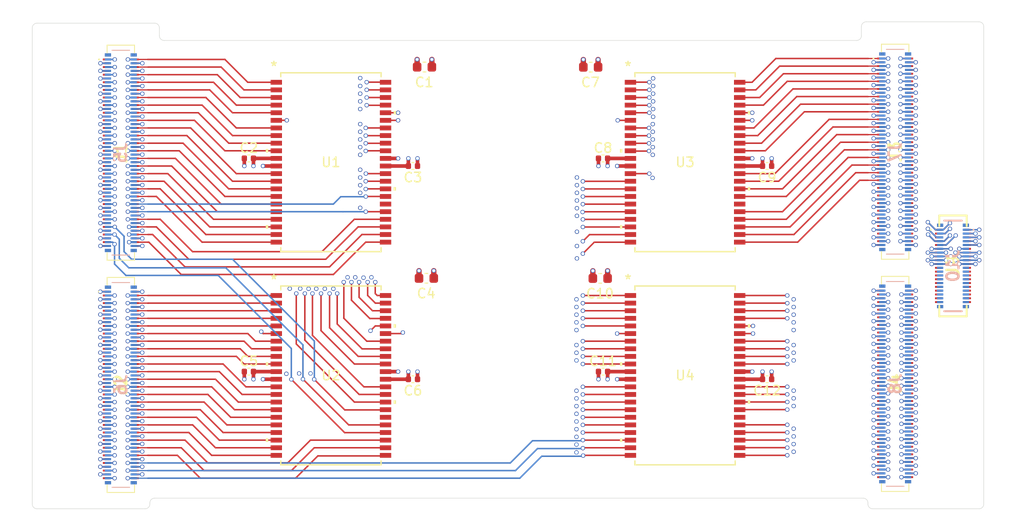
<source format=kicad_pcb>
(kicad_pcb (version 20240108) (generator "pcbnew") (generator_version "8.0")
  (layers (0 "F.Cu" signal) (1 "In1.Cu" power) (2 "In2.Cu" power) (3 "In3.Cu" signal) (4 "In4.Cu" power) (31 "B.Cu" signal) (34 "B.Paste" user) (35 "F.Paste" user) (36 "B.SilkS" user "B.Silkscreen") (37 "F.SilkS" user "F.Silkscreen") (38 "B.Mask" user) (39 "F.Mask" user) (44 "Edge.Cuts" user))
  (net 0 "")
  (net 1 "A_41")
  (net 2 "GND")
  (net 3 "A_1")
  (net 4 "A_89")
  (net 5 "A_57")
  (net 6 "A_49")
  (net 7 "A_54")
  (net 8 "A_37")
  (net 9 "A_81")
  (net 10 "A_6")
  (net 11 "A_85")
  (net 12 "A_33")
  (net 13 "A_58")
  (net 14 "A_17")
  (net 15 "A_2")
  (net 16 "A_66")
  (net 17 "A_50")
  (net 18 "A_26")
  (net 19 "A_42")
  (net 20 "A_21")
  (net 21 "A_14")
  (net 22 "A_74")
  (net 23 "A_77")
  (net 24 "A_62")
  (net 25 "A_30")
  (net 26 "A_61")
  (net 27 "A_70")
  (net 28 "A_98")
  (net 29 "A_13")
  (net 30 "A_69")
  (net 31 "A_78")
  (net 32 "A_65")
  (net 33 "A_23")
  (net 34 "A_10")
  (net 35 "A_18")
  (net 36 "A_94")
  (net 37 "A_45")
  (net 38 "A_97")
  (net 39 "A_29")
  (net 40 "A_46")
  (net 41 "A_9")
  (net 42 "A_34")
  (net 43 "A_93")
  (net 44 "A_38")
  (net 45 "A_86")
  (net 46 "A_73")
  (net 47 "A_90")
  (net 48 "A_53")
  (net 49 "A_22")
  (net 50 "A_82")
  (net 51 "A_5")
  (net 52 "B_11")
  (net 53 "B_84")
  (net 54 "B_40")
  (net 55 "B_35")
  (net 56 "B_19")
  (net 57 "B_47")
  (net 58 "B_83")
  (net 59 "B_92")
  (net 60 "B_91")
  (net 61 "B_96")
  (net 62 "B_68")
  (net 63 "B_76")
  (net 64 "B_48")
  (net 65 "B_99")
  (net 66 "B_20")
  (net 67 "B_56")
  (net 68 "B_7")
  (net 69 "B_31")
  (net 70 "B_95")
  (net 71 "B_15")
  (net 72 "B_79")
  (net 73 "B_75")
  (net 74 "B_88")
  (net 75 "B_36")
  (net 76 "B_87")
  (net 77 "B_43")
  (net 78 "B_100")
  (net 79 "B_51")
  (net 80 "B_80")
  (net 81 "B_71")
  (net 82 "B_32")
  (net 83 "B_55")
  (net 84 "B_72")
  (net 85 "B_4")
  (net 86 "B_63")
  (net 87 "B_27")
  (net 88 "B_59")
  (net 89 "B_28")
  (net 90 "B_12")
  (net 91 "B_8")
  (net 92 "B_60")
  (net 93 "B_52")
  (net 94 "B_23")
  (net 95 "B_24")
  (net 96 "B_3")
  (net 97 "B_67")
  (net 98 "B_16")
  (net 99 "B_44")
  (net 100 "B_39")
  (net 101 "B_64")
  (net 102 "C_37")
  (net 103 "C_90")
  (net 104 "C_73")
  (net 105 "C_46")
  (net 106 "C_66")
  (net 107 "C_61")
  (net 108 "C_69")
  (net 109 "C_93")
  (net 110 "C_13")
  (net 111 "C_30")
  (net 112 "C_42")
  (net 113 "C_86")
  (net 114 "C_98")
  (net 115 "C_85")
  (net 116 "C_18")
  (net 117 "C_82")
  (net 118 "C_74")
  (net 119 "C_23")
  (net 120 "C_5")
  (net 121 "C_53")
  (net 122 "C_33")
  (net 123 "C_65")
  (net 124 "C_21")
  (net 125 "C_14")
  (net 126 "C_41")
  (net 127 "C_62")
  (net 128 "C_10")
  (net 129 "C_29")
  (net 130 "C_1")
  (net 131 "C_77")
  (net 132 "C_50")
  (net 133 "C_34")
  (net 134 "C_54")
  (net 135 "C_22")
  (net 136 "C_89")
  (net 137 "C_97")
  (net 138 "C_26")
  (net 139 "C_38")
  (net 140 "C_78")
  (net 141 "C_94")
  (net 142 "C_49")
  (net 143 "C_45")
  (net 144 "C_70")
  (net 145 "C_6")
  (net 146 "C_9")
  (net 147 "C_2")
  (net 148 "C_58")
  (net 149 "C_81")
  (net 150 "C_17")
  (net 151 "C_57")
  (net 152 "D_75")
  (net 153 "D_72")
  (net 154 "D_91")
  (net 155 "D_44")
  (net 156 "D_71")
  (net 157 "D_95")
  (net 158 "D_55")
  (net 159 "D_31")
  (net 160 "D_8")
  (net 161 "D_32")
  (net 162 "D_16")
  (net 163 "D_4")
  (net 164 "D_96")
  (net 165 "D_27")
  (net 166 "D_60")
  (net 167 "D_88")
  (net 168 "D_40")
  (net 169 "D_99")
  (net 170 "D_51")
  (net 171 "D_43")
  (net 172 "D_3")
  (net 173 "D_47")
  (net 174 "D_59")
  (net 175 "D_36")
  (net 176 "D_68")
  (net 177 "D_84")
  (net 178 "D_7")
  (net 179 "D_39")
  (net 180 "D_35")
  (net 181 "D_48")
  (net 182 "D_63")
  (net 183 "D_80")
  (net 184 "D_83")
  (net 185 "D_87")
  (net 186 "D_92")
  (net 187 "D_56")
  (net 188 "D_15")
  (net 189 "D_76")
  (net 190 "D_100")
  (net 191 "D_11")
  (net 192 "D_52")
  (net 193 "D_64")
  (net 194 "D_67")
  (net 195 "D_23")
  (net 196 "D_12")
  (net 197 "D_20")
  (net 198 "D_19")
  (net 199 "D_24")
  (net 200 "D_79")
  (net 201 "D_28")
  (net 204 "+3V3")
  (net 206 "+5V")
  (footprint "IS61WV25616-10TLI:44L_TSOP-2_400_ISI" (layer "F.Cu") (at 112.28242 62.889762)
    (property "Reference" "U3")
    (property "Value" "IS61WV25616-10TLI")
  )
  (footprint "Capacitor_SMD:C_0402_1005Metric" (layer "F.Cu") (at 83.68362 85.698637)
    (property "Reference" "C6")
    (property "Value" "0.1uf")
  )
  (footprint "Capacitor_SMD:C_0402_1005Metric" (layer "F.Cu") (at 120.90282 63.289761)
    (property "Reference" "C9")
    (property "Value" "0.1uf")
  )
  (footprint "Capacitor_SMD:C_0402_1005Metric" (layer "F.Cu") (at 66.44282 62.48976 180)
    (property "Reference" "C2")
    (property "Value" "0.1uf")
  )
  (footprint "DF40C-100DS-0.4V_51:DF40C100DS04V51" (layer "F.Cu") (at 52.98282 86.29864 -90)
    (property "Reference" "J2")
    (property "Value" "DF40C-100DS-0.4V51" (hide yes))
  )
  (footprint "DF40C-100DS-0.4V_51:DF40C100DS04V51" (layer "F.Cu") (at 52.98282 61.88976 -90)
    (property "Reference" "J1")
    (property "Value" "DF40C-100DS-0.4V51" (hide yes))
  )
  (footprint "DF40C-100DS-0.4V_51:DF40C100DS04V51" (layer "F.Cu") (at 134.36282 86.189761 -90)
    (property "Reference" "J4")
    (property "Value" "DF40C-100DS-0.4V51" (hide yes))
  )
  (footprint "Capacitor_SMD:C_0402_1005Metric" (layer "F.Cu") (at 120.90282 85.698637)
    (property "Reference" "C12")
    (property "Value" "0.1uf")
  )
  (footprint "IS61WV25616-10TLI:44L_TSOP-2_400_ISI" (layer "F.Cu") (at 112.28242 85.298636)
    (property "Reference" "U4")
    (property "Value" "IS61WV25616-10TLI")
  )
  (footprint "Capacitor_SMD:C_0402_1005Metric" (layer "F.Cu") (at 103.662021 84.898639 180)
    (property "Reference" "C11")
    (property "Value" "0.1uf")
  )
  (footprint "IS61WV25616-10TLI:44L_TSOP-2_400_ISI" (layer "F.Cu") (at 75.06322 62.889762)
    (property "Reference" "U1")
    (property "Value" "IS61WV25616-10TLI")
  )
  (footprint "Capacitor_SMD:C_0402_1005Metric" (layer "F.Cu") (at 103.662023 62.489763 180)
    (property "Reference" "C8")
    (property "Value" "0.1uf")
  )
  (footprint "Capacitor_SMD:C_0603_1608Metric" (layer "F.Cu") (at 102.36702 52.898639)
    (property "Reference" "C7")
    (property "Value" "22uf")
  )
  (footprint "Capacitor_SMD:C_0603_1608Metric" (layer "F.Cu") (at 103.36702 75.098639)
    (property "Reference" "C10")
    (property "Value" "22uf")
  )
  (footprint "Capacitor_SMD:C_0402_1005Metric" (layer "F.Cu") (at 83.68362 63.289761)
    (property "Reference" "C3")
    (property "Value" "0.1uf")
  )
  (footprint "Capacitor_SMD:C_0402_1005Metric" (layer "F.Cu") (at 66.442823 84.898639 180)
    (property "Reference" "C5")
    (property "Value" "0.1uf")
  )
  (footprint "DF40C-40DS-0.4V_51:DF40C40DS04V51" (layer "F.Cu") (at 140.442358 73.789759 -90)
    (property "Reference" "J9")
    (property "Value" "DF40C-40DS-0.4V51" (hide yes))
  )
  (footprint "Capacitor_SMD:C_0603_1608Metric" (layer "F.Cu") (at 84.89782 52.88976)
    (property "Reference" "C1")
    (property "Value" "22uf")
  )
  (footprint "IS61WV25616-10TLI:44L_TSOP-2_400_ISI" (layer "F.Cu") (at 75.06322 85.298638)
    (property "Reference" "U2")
    (property "Value" "IS61WV25616-10TLI")
  )
  (footprint "DF40C-100DS-0.4V_51:DF40C100DS04V51" (layer "F.Cu") (at 134.36282 61.78976 -90)
    (property "Reference" "J3")
    (property "Value" "DF40C-100DS-0.4V51" (hide yes))
  )
  (footprint "Capacitor_SMD:C_0603_1608Metric" (layer "F.Cu") (at 85.09782 75.08976)
    (property "Reference" "C4")
    (property "Value" "22uf")
  )
  (footprint "DF40C-100DP-0.4V_51:DF40C100DP04V51" (layer "B.Cu") (at 134.36562 61.78976 -90)
    (property "Reference" "J7")
    (property "Value" "DF40C-100DP-0.4V51" (hide yes))
  )
  (footprint "DF40C-100DP-0.4V_51:DF40C100DP04V51" (layer "B.Cu") (at 52.98282 61.88976 -90)
    (property "Reference" "J5")
    (property "Value" "DF40C-100DP-0.4V51" (hide yes))
  )
  (footprint "DF40C-100DP-0.4V_51:DF40C100DP04V51" (layer "B.Cu") (at 52.98562 86.29864 -90)
    (property "Reference" "J6")
    (property "Value" "DF40C-100DP-0.4V51" (hide yes))
  )
  (footprint "DF40C-40DP-0.4V_51:DF40C40DP04V51" (layer "B.Cu") (at 140.442358 73.789759 -90)
    (property "Reference" "J10")
    (property "Value" "DF40C-40DP-0.4V51" (hide yes))
  )
  (footprint "DF40C-100DP-0.4V_51:DF40C100DP04V51" (layer "B.Cu") (at 134.36562 86.189761 -90)
    (property "Reference" "J8")
    (property "Value" "DF40C-100DP-0.4V51" (hide yes))
  )
  (gr_arc (start 57.5353 50.09524) (mid 57.181726 49.948793) (end 57.035279 49.591077) (stroke (width 0.05)) (layer "Edge.Cuts"))
  (gr_line (start 57.035279 48.781642) (end 57.035279 49.591077) (stroke (width 0.05)) (layer "Edge.Cuts"))
  (gr_arc (start 43.675279 48.7752) (mid 43.821717 48.421678) (end 44.175279 48.27524) (stroke (width 0.05)) (layer "Edge.Cuts"))
  (gr_arc (start 130.81528 49.59524) (mid 130.668818 49.94876) (end 130.31528 50.09524) (stroke (width 0.05)) (layer "Edge.Cuts"))
  (gr_line (start 130.31528 50.09524) (end 57.5353 50.09524) (stroke (width 0.05)) (layer "Edge.Cuts"))
  (gr_line (start 56.035279 98.6952) (end 56.035279 98.8153) (stroke (width 0.05)) (layer "Edge.Cuts"))
  (gr_arc (start 56.035279 98.6952) (mid 56.181717 98.341678) (end 56.535279 98.19524) (stroke (width 0.05)) (layer "Edge.Cuts"))
  (gr_line (start 56.535279 98.19524) (end 131.0022 98.19524) (stroke (width 0.05)) (layer "Edge.Cuts"))
  (gr_arc (start 143.675279 98.81524) (mid 143.528817 99.16876) (end 143.175279 99.31524) (stroke (width 0.05)) (layer "Edge.Cuts"))
  (gr_line (start 131.31528 48.136361) (end 143.1752 48.136361) (stroke (width 0.05)) (layer "Edge.Cuts"))
  (gr_arc (start 56.5352 48.27524) (mid 56.8911 48.423987) (end 57.035279 48.781642) (stroke (width 0.05)) (layer "Edge.Cuts"))
  (gr_arc (start 131.0022 98.19524) (mid 131.355743 98.341669) (end 131.5022 98.6952) (stroke (width 0.05)) (layer "Edge.Cuts"))
  (gr_line (start 43.675279 48.7752) (end 43.675279 98.811077) (stroke (width 0.05)) (layer "Edge.Cuts"))
  (gr_line (start 130.81528 49.59524) (end 130.81528 48.636361) (stroke (width 0.05)) (layer "Edge.Cuts"))
  (gr_line (start 55.529136 99.31524) (end 44.1753 99.31524) (stroke (width 0.05)) (layer "Edge.Cuts"))
  (gr_arc (start 132.008343 99.31524) (mid 131.650827 99.171011) (end 131.5022 98.8153) (stroke (width 0.05)) (layer "Edge.Cuts"))
  (gr_arc (start 143.1752 48.136361) (mid 143.528832 48.282803) (end 143.675279 48.644246) (stroke (width 0.05)) (layer "Edge.Cuts"))
  (gr_line (start 44.175279 48.27524) (end 56.5352 48.27524) (stroke (width 0.05)) (layer "Edge.Cuts"))
  (gr_line (start 132.008343 99.31524) (end 143.175279 99.31524) (stroke (width 0.05)) (layer "Edge.Cuts"))
  (gr_arc (start 44.1753 99.31524) (mid 43.821726 99.168793) (end 43.675279 98.811077) (stroke (width 0.05)) (layer "Edge.Cuts"))
  (gr_line (start 131.5022 98.6952) (end 131.5022 98.8153) (stroke (width 0.05)) (layer "Edge.Cuts"))
  (gr_line (start 143.675279 48.644246) (end 143.675279 98.81524) (stroke (width 0.05)) (layer "Edge.Cuts"))
  (gr_arc (start 56.035279 98.8153) (mid 55.888844 99.168805) (end 55.529136 99.31524) (stroke (width 0.05)) (layer "Edge.Cuts"))
  (gr_arc (start 130.81528 48.636361) (mid 130.961739 48.282826) (end 131.31528 48.136361) (stroke (width 0.05)) (layer "Edge.Cuts"))
  (segment (start 80.813219 65.68976) (end 78.741396 65.68976) (width 0.156464) (layer "F.Cu") (net 1))
  (segment (start 78.741396 65.68976) (end 78.72282 65.708336) (width 0.156464) (layer "F.Cu") (net 1))
  (segment (start 52.34282 60.08976) (end 51.44282 60.08976) (width 0.156464) (layer "F.Cu") (net 1))
  (via (at 78.72282 65.708336) (size 0.45) (drill 0.3) (layers "F.Cu" "B.Cu") (net 1))
  (via (at 52.34282 60.08976) (size 0.45) (drill 0.3) (layers "F.Cu" "B.Cu") (net 1))
  (segment (start 51.62782 60.08976) (end 52.34282 60.08976) (width 0.156464) (layer "B.Cu") (net 1))
  (segment (start 138.902358 72.789759) (end 140.202358 72.789759) (width 0.156464) (layer "F.Cu") (net 2))
  (segment (start 132.82282 87.589761) (end 132.10282 87.589761) (width 0.156464) (layer "F.Cu") (net 2))
  (segment (start 132.82282 71.58976) (end 132.10282 71.58976) (width 0.156464) (layer "F.Cu") (net 2))
  (segment (start 135.92282 53.18976) (end 136.52282 53.18976) (width 0.156464) (layer "F.Cu") (net 2))
  (segment (start 51.44282 58.88976) (end 50.84282 58.88976) (width 0.156464) (layer "F.Cu") (net 2))
  (segment (start 65.962823 84.898639) (end 65.962823 85.658639) (width 0.381) (layer "F.Cu") (net 2))
  (segment (start 51.44282 54.08976) (end 50.84282 54.08976) (width 0.156464) (layer "F.Cu") (net 2))
  (segment (start 141.982358 72.789759) (end 142.802358 72.789759) (width 0.156464) (layer "F.Cu") (net 2))
  (segment (start 84.16362 85.698637) (end 84.16362 84.938637) (width 0.381) (layer "F.Cu") (net 2))
  (segment (start 132.82282 68.38976) (end 132.10282 68.38976) (width 0.156464) (layer "F.Cu") (net 2))
  (segment (start 135.92282 88.389761) (end 136.52282 88.389761) (width 0.156464) (layer "F.Cu") (net 2))
  (segment (start 54.51062 80.49864) (end 55.23062 80.49864) (width 0.156464) (layer "F.Cu") (net 2))
  (segment (start 119.342018 57.689762) (end 119.34202 57.68976) (width 0.381) (layer "F.Cu") (net 2))
  (segment (start 69.32282 80.898639) (end 67.94202 80.898639) (width 0.156464) (layer "F.Cu") (net 2))
  (segment (start 51.43062 85.29864) (end 50.83062 85.29864) (width 0.156464) (layer "F.Cu") (net 2))
  (segment (start 54.52282 70.08976) (end 55.24282 70.08976) (width 0.156464) (layer "F.Cu") (net 2))
  (segment (start 51.44282 57.28976) (end 50.84282 57.28976) (width 0.156464) (layer "F.Cu") (net 2))
  (segment (start 132.82282 91.589761) (end 132.10282 91.589761) (width 0.156464) (layer "F.Cu") (net 2))
  (segment (start 132.82282 95.589761) (end 132.10282 95.589761) (width 0.156464) (layer "F.Cu") (net 2))
  (segment (start 135.92282 63.58976) (end 136.52282 63.58976) (width 0.156464) (layer "F.Cu") (net 2))
  (segment (start 135.92282 77.989761) (end 136.52282 77.989761) (width 0.156464) (layer "F.Cu") (net 2))
  (segment (start 54.52282 66.08976) (end 55.24282 66.08976) (width 0.156464) (layer "F.Cu") (net 2))
  (segment (start 51.43062 82.09864) (end 50.83062 82.09864) (width 0.156464) (layer "F.Cu") (net 2))
  (segment (start 54.51062 78.89864) (end 55.23062 78.89864) (width 0.156464) (layer "F.Cu") (net 2))
  (segment (start 51.44282 70.88976) (end 50.84282 70.88976) (width 0.156464) (layer "F.Cu") (net 2))
  (segment (start 141.982358 73.589759) (end 141.102358 73.589759) (width 0.156464) (layer "F.Cu") (net 2))
  (segment (start 138.902358 73.589759) (end 138.202358 73.589759) (width 0.156464) (layer "F.Cu") (net 2))
  (segment (start 135.92282 67.58976) (end 136.52282 67.58976) (width 0.156464) (layer "F.Cu") (net 2))
  (segment (start 135.92282 59.58976) (end 136.52282 59.58976) (width 0.156464) (layer "F.Cu") (net 2))
  (segment (start 135.92282 61.98976) (end 136.52282 61.98976) (width 0.156464) (layer "F.Cu") (net 2))
  (segment (start 54.52282 66.88976) (end 55.24282 66.88976) (width 0.156464) (layer "F.Cu") (net 2))
  (segment (start 51.43062 82.89864) (end 50.83062 82.89864) (width 0.156464) (layer "F.Cu") (net 2))
  (segment (start 132.82282 70.78976) (end 132.10282 70.78976) (width 0.156464) (layer "F.Cu") (net 2))
  (segment (start 54.51062 87.69864) (end 55.23062 87.69864) (width 0.156464) (layer "F.Cu") (net 2))
  (segment (start 132.82282 66.78976) (end 132.10282 66.78976) (width 0.156464) (layer "F.Cu") (net 2))
  (segment (start 132.82282 77.989761) (end 132.10282 77.989761) (width 0.156464) (layer "F.Cu") (net 2))
  (segment (start 54.51062 85.29864) (end 55.23062 85.29864) (width 0.156464) (layer "F.Cu") (net 2))
  (segment (start 54.52282 55.68976) (end 55.24282 55.68976) (width 0.156464) (layer "F.Cu") (net 2))
  (segment (start 135.92282 90.789761) (end 136.52282 90.789761) (width 0.156464) (layer "F.Cu") (net 2))
  (segment (start 135.92282 82.789761) (end 136.52282 82.789761) (width 0.156464) (layer "F.Cu") (net 2))
  (segment (start 69.32282 63.289761) (end 67.922821 63.289761) (width 0.381) (layer "F.Cu") (net 2))
  (segment (start 51.44282 70.08976) (end 50.84282 70.08976) (width 0.156464) (layer "F.Cu") (net 2))
  (segment (start 138.90559 71.992991) (end 140.199126 71.992991) (width 0.156464) (layer "F.Cu") (net 2))
  (segment (start 80.80362 80.898637) (end 82.513944 80.898637) (width 0.156464) (layer "F.Cu") (net 2))
  (segment (start 135.92282 52.38976) (end 136.52282 52.38976) (width 0.156464) (layer "F.Cu") (net 2))
  (segment (start 132.82282 92.389761) (end 132.10282 92.389761) (width 0.156464) (layer "F.Cu") (net 2))
  (segment (start 54.51062 93.29864) (end 55.23062 93.29864) (width 0.156464) (layer "F.Cu") (net 2))
  (segment (start 51.44282 65.28976) (end 50.84282 65.28976) (width 0.156464) (layer "F.Cu") (net 2))
  (segment (start 54.52282 58.08976) (end 55.24282 58.08976) (width 0.156464) (layer "F.Cu") (net 2))
  (segment (start 141.982358 73.589759) (end 142.802358 73.589759) (width 0.156464) (layer "F.Cu") (net 2))
  (segment (start 135.92282 93.989761) (end 136.52282 93.989761) (width 0.156464) (layer "F.Cu") (net 2))
  (segment (start 103.182023 62.489763) (end 103.182023 63.249763) (width 0.381) (layer "F.Cu") (net 2))
  (segment (start 54.52282 64.48976) (end 55.24282 64.48976) (width 0.156464) (layer "F.Cu") (net 2))
  (segment (start 54.51062 83.69864) (end 55.23062 83.69864) (width 0.156464) (layer "F.Cu") (net 2))
  (segment (start 132.82282 62.78976) (end 132.10282 62.78976) (width 0.156464) (layer "F.Cu") (net 2))
  (segment (start 135.92282 69.98976) (end 136.52282 69.98976) (width 0.156464) (layer "F.Cu") (net 2))
  (segment (start 135.92282 56.38976) (end 136.52282 56.38976) (width 0.156464) (layer "F.Cu") (net 2))
  (segment (start 132.82282 94.789761) (end 132.10282 94.789761) (width 0.156464) (layer "F.Cu") (net 2))
  (segment (start 51.43062 81.29864) (end 50.83062 81.29864) (width 0.156464) (layer "F.Cu") (net 2))
  (segment (start 141.982358 72.789759) (end 141.102358 72.789759) (width 0.156464) (layer "F.Cu") (net 2))
  (segment (start 54.51062 86.09864) (end 55.23062 86.09864) (width 0.156464) (layer "F.Cu") (net 2))
  (segment (start 106.52282 58.48976) (end 105.203622 58.48976) (width 0.156464) (layer "F.Cu") (net 2))
  (segment (start 132.82282 78.789761) (end 132.10282 78.789761) (width 0.156464) (layer "F.Cu") (net 2))
  (segment (start 54.51062 90.89864) (end 55.23062 90.89864) (width 0.156464) (layer "F.Cu") (net 2))
  (segment (start 54.51062 91.69864) (end 55.23062 91.69864) (width 0.156464) (layer "F.Cu") (net 2))
  (segment (start 132.82282 65.98976) (end 132.10282 65.98976) (width 0.156464) (layer "F.Cu") (net 2))
  (segment (start 51.43062 78.89864) (end 50.83062 78.89864) (width 0.156464) (layer "F.Cu") (net 2))
  (segment (start 135.92282 57.18976) (end 136.52282 57.18976) (width 0.156464) (layer "F.Cu") (net 2))
  (segment (start 51.44282 63.68976) (end 50.84282 63.68976) (width 0.156464) (layer "F.Cu") (net 2))
  (segment (start 135.92282 62.78976) (end 136.52282 62.78976) (width 0.156464) (layer "F.Cu") (net 2))
  (segment (start 138.902358 73.589759) (end 140.202358 73.589759) (width 0.156464) (layer "F.Cu") (net 2))
  (segment (start 51.43062 93.29864) (end 50.83062 93.29864) (width 0.156464) (layer "F.Cu") (net 2))
  (segment (start 135.92282 61.18976) (end 136.52282 61.18976) (width 0.156464) (layer "F.Cu") (net 2))
  (segment (start 135.92282 57.98976) (end 136.52282 57.98976) (width 0.156464) (layer "F.Cu") (net 2))
  (segment (start 54.51062 92.49864) (end 55.23062 92.49864) (width 0.156464) (layer "F.Cu") (net 2))
  (segment (start 119.342019 58.489761) (end 119.34202 58.48976) (width 0.381) (layer "F.Cu") (net 2))
  (segment (start 54.51062 82.09864) (end 55.23062 82.09864) (width 0.156464) (layer "F.Cu") (net 2))
  (segment (start 54.51062 94.09864) (end 55.23062 94.09864) (width 0.156464) (layer "F.Cu") (net 2))
  (segment (start 51.43062 84.49864) (end 50.83062 84.49864) (width 0.156464) (layer "F.Cu") (net 2))
  (segment (start 65.96282 62.48976) (end 65.96282 63.24976) (width 0.381) (layer "F.Cu") (net 2))
  (segment (start 132.82282 69.98976) (end 132.10282 69.98976) (width 0.156464) (layer "F.Cu") (net 2))
  (segment (start 135.92282 70.78976) (end 136.52282 70.78976) (width 0.156464) (layer "F.Cu") (net 2))
  (segment (start 132.82282 63.58976) (end 132.10282 63.58976) (width 0.156464) (layer "F.Cu") (net 2))
  (segment (start 51.43062 94.89864) (end 50.83062 94.89864) (width 0.156464) (layer "F.Cu") (net 2))
  (segment (start 135.92282 86.789761) (end 136.52282 86.789761) (width 0.156464) (layer "F.Cu") (net 2))
  (segment (start 103.182023 63.249763) (end 103.142023 63.289763) (width 0.381) (layer "F.Cu") (net 2))
  (segment (start 132.82282 85.189761) (end 132.10282 85.189761) (width 0.156464) (layer "F.Cu") (net 2))
  (segment (start 118.02282 58.489761) (end 119.342019 58.489761) (width 0.156464) (layer "F.Cu") (net 2))
  (segment (start 51.43062 86.09864) (end 50.83062 86.09864) (width 0.156464) (layer "F.Cu") (net 2))
  (segment (start 106.54202 85.698639) (end 105.142021 85.698639) (width 0.381) (layer "F.Cu") (net 2))
  (segment (start 138.20559 71.989759) (end 138.202358 71.992991) (width 0.156464) (layer "F.Cu") (net 2))
  (segment (start 132.82282 81.989761) (end 132.10282 81.989761) (width 0.156464) (layer "F.Cu") (net 2))
  (segment (start 135.92282 65.98976) (end 136.52282 65.98976) (width 0.156464) (layer "F.Cu") (net 2))
  (segment (start 135.92282 58.78976) (end 136.52282 58.78976) (width 0.156464) (layer "F.Cu") (net 2))
  (segment (start 132.82282 56.38976) (end 132.10282 56.38976) (width 0.156464) (layer "F.Cu") (net 2))
  (segment (start 135.92282 71.58976) (end 136.52282 71.58976) (width 0.156464) (layer "F.Cu") (net 2))
  (segment (start 54.51062 94.89864) (end 55.23062 94.89864) (width 0.156464) (layer "F.Cu") (net 2))
  (segment (start 84.16362 63.289761) (end 84.16362 62.529761) (width 0.381) (layer "F.Cu") (net 2))
  (segment (start 69.322823 85.69864) (end 67.922824 85.69864) (width 0.381) (layer "F.Cu") (net 2))
  (segment (start 51.44282 60.48976) (end 50.84282 60.48976) (width 0.156464) (layer "F.Cu") (net 2))
  (segment (start 132.82282 60.38976) (end 132.10282 60.38976) (width 0.156464) (layer "F.Cu") (net 2))
  (segment (start 118.10362 80.898637) (end 119.42282 80.898637) (width 0.156464) (layer "F.Cu") (net 2))
  (segment (start 135.92282 77.189761) (end 136.52282 77.189761) (width 0.156464) (layer "F.Cu") (net 2))
  (segment (start 54.52282 71.68976) (end 55.24282 71.68976) (width 0.156464) (layer "F.Cu") (net 2))
  (segment (start 132.82282 59.58976) (end 132.10282 59.58976) (width 0.156464) (layer "F.Cu") (net 2))
  (segment (start 80.80362 62.48976) (end 82.12282 62.48976) (width 0.381) (layer "F.Cu") (net 2))
  (segment (start 132.82282 85.989761) (end 132.10282 85.989761) (width 0.156464) (layer "F.Cu") (net 2))
  (segment (start 51.43062 77.29864) (end 50.83062 77.29864) (width 0.156464) (layer "F.Cu") (net 2))
  (segment (start 141.982358 72.389759) (end 140.702358 72.389759) (width 0.156464) (layer "F.Cu") (net 2))
  (segment (start 54.52282 63.68976) (end 55.24282 63.68976) (width 0.156464) (layer "F.Cu") (net 2))
  (segment (start 105.142024 63.289764) (end 105.142023 63.289763) (width 0.381) (layer "F.Cu") (net 2))
  (segment (start 121.38282 63.289761) (end 121.38282 62.529761) (width 0.381) (layer "F.Cu") (net 2))
  (segment (start 51.44282 56.48976) (end 50.84282 56.48976) (width 0.156464) (layer "F.Cu") (net 2))
  (segment (start 51.44282 68.48976) (end 50.84282 68.48976) (width 0.156464) (layer "F.Cu") (net 2))
  (segment (start 132.82282 61.18976) (end 132.10282 61.18976) (width 0.156464) (layer "F.Cu") (net 2))
  (segment (start 138.902358 73.189759) (end 137.802358 73.189759) (width 0.156464) (layer "F.Cu") (net 2))
  (segment (start 54.52282 60.48976) (end 55.24282 60.48976) (width 0.156464) (layer "F.Cu") (net 2))
  (segment (start 118.02282 62.48976) (end 119.34202 62.48976) (width 0.381) (layer "F.Cu") (net 2))
  (segment (start 138.902358 71.989759) (end 138.90559 71.992991) (width 0.156464) (layer "F.Cu") (net 2))
  (segment (start 138.902358 72.789759) (end 138.202358 72.789759) (width 0.156464) (layer "F.Cu") (net 2))
  (segment (start 54.52282 68.48976) (end 55.24282 68.48976) (width 0.156464) (layer "F.Cu") (net 2))
  (segment (start 51.43062 86.89864) (end 50.83062 86.89864) (width 0.156464) (layer "F.Cu") (net 2))
  (segment (start 132.82282 55.58976) (end 132.10282 55.58976) (width 0.156464) (layer "F.Cu") (net 2))
  (segment (start 135.92282 81.189761) (end 136.52282 81.189761) (width 0.156464) (layer "F.Cu") (net 2))
  (segment (start 132.82282 84.389761) (end 132.10282 84.389761) (width 0.156464) (layer "F.Cu") (net 2))
  (segment (start 51.43062 76.49864) (end 50.83062 76.49864) (width 0.156464) (layer "F.Cu") (net 2))
  (segment (start 82.122818 57.689762) (end 82.12282 57.68976) (width 0.381) (layer "F.Cu") (net 2))
  (segment (start 51.44282 71.68976) (end 50.84282 71.68976) (width 0.156464) (layer "F.Cu") (net 2))
  (segment (start 135.92282 95.589761) (end 136.52282 95.589761) (width 0.156464) (layer "F.Cu") (net 2))
  (segment (start 135.92282 68.38976) (end 136.52282 68.38976) (width 0.156464) (layer "F.Cu") (net 2))
  (segment (start 54.52282 54.08976) (end 55.24282 54.08976) (width 0.156464) (layer "F.Cu") (net 2))
  (segment (start 135.92282 84.389761) (end 136.52282 84.389761) (width 0.156464) (layer "F.Cu") (net 2))
  (segment (start 80.80362 84.898636) (end 82.12282 84.898636) (width 0.381) (layer "F.Cu") (net 2))
  (segment (start 132.82282 90.789761) (end 132.10282 90.789761) (width 0.156464) (layer "F.Cu") (net 2))
  (segment (start 132.82282 88.389761) (end 132.10282 88.389761) (width 0.156464) (layer "F.Cu") (net 2))
  (segment (start 54.52282 67.68976) (end 55.24282 67.68976) (width 0.156464) (layer "F.Cu") (net 2))
  (segment (start 51.44282 64.48976) (end 50.84282 64.48976) (width 0.156464) (layer "F.Cu") (net 2))
  (segment (start 135.92282 78.789761) (end 136.52282 78.789761) (width 0.156464) (layer "F.Cu") (net 2))
  (segment (start 132.82282 76.389761) (end 132.10282 76.389761) (width 0.156464) (layer "F.Cu") (net 2))
  (segment (start 140.199126 71.992991) (end 140.202358 71.989759) (width 0.156464) (layer "F.Cu") (net 2))
  (segment (start 54.51062 79.69864) (end 55.23062 79.69864) (width 0.156464) (layer "F.Cu") (net 2))
  (segment (start 132.82282 54.78976) (end 132.10282 54.78976) (width 0.156464) (layer "F.Cu") (net 2))
  (segment (start 51.44282 69.28976) (end 50.84282 69.28976) (width 0.156464) (layer "F.Cu") (net 2))
  (segment (start 132.82282 57.18976) (end 132.10282 57.18976) (width 0.156464) (layer "F.Cu") (net 2))
  (segment (start 135.92282 55.58976) (end 136.52282 55.58976) (width 0.156464) (layer "F.Cu") (net 2))
  (segment (start 54.52282 70.88976) (end 55.24282 70.88976) (width 0.156464) (layer "F.Cu") (net 2))
  (segment (start 54.52282 52.48976) (end 55.24282 52.48976) (width 0.156464) (layer "F.Cu") (net 2))
  (segment (start 82.513944 80.898637) (end 82.62282 80.789761) (width 0.156464) (layer "F.Cu") (net 2))
  (segment (start 80.80362 80.098638) (end 79.726053 80.098638) (width 0.156464) (layer "F.Cu") (net 2))
  (segment (start 54.51062 89.29864) (end 55.23062 89.29864) (width 0.156464) (layer "F.Cu") (net 2))
  (segment (start 135.92282 65.18976) (end 136.52282 65.18976) (width 0.156464) (layer "F.Cu") (net 2))
  (segment (start 67.94202 80.898639) (end 67.74202 80.698639) (width 0.156464) (layer "F.Cu") (net 2))
  (segment (start 132.82282 81.189761) (end 132.10282 81.189761) (width 0.156464) (layer "F.Cu") (net 2))
  (segment (start 135.92282 80.389761) (end 136.52282 80.389761) (width 0.156464) (layer "F.Cu") (net 2))
  (segment (start 132.82282 82.789761) (end 132.10282 82.789761) (width 0.156464) (layer "F.Cu") (net 2))
  (segment (start 54.51062 82.89864) (end 55.23062 82.89864) (width 0.156464) (layer "F.Cu") (net 2))
  (segment (start 135.92282 81.989761) (end 136.52282 81.989761) (width 0.156464) (layer "F.Cu") (net 2))
  (segment (start 51.44282 62.88976) (end 50.84282 62.88976) (width 0.156464) (layer "F.Cu") (net 2))
  (segment (start 135.92282 87.589761) (end 136.52282 87.589761) (width 0.156464) (layer "F.Cu") (net 2))
  (segment (start 54.52282 54.88976) (end 55.24282 54.88976) (width 0.156464) (layer "F.Cu") (net 2))
  (segment (start 135.92282 92.389761) (end 136.52282 92.389761) (width 0.156464) (layer "F.Cu") (net 2))
  (segment (start 135.92282 93.189761) (end 136.52282 93.189761) (width 0.156464) (layer "F.Cu") (net 2))
  (segment (start 132.82282 67.58976) (end 132.10282 67.58976) (width 0.156464) (layer "F.Cu") (net 2))
  (segment (start 141.982358 71.989759) (end 141.102358 71.989759) (width 0.156464) (layer "F.Cu") (net 2))
  (segment (start 51.44282 66.88976) (end 50.84282 66.88976) (width 0.156464) (layer "F.Cu") (net 2))
  (segment (start 51.43062 92.49864) (end 50.83062 92.49864) (width 0.156464) (layer "F.Cu") (net 2))
  (segment (start 79.726053 80.098638) (end 79.22282 80.601871) (width 0.156464) (layer "F.Cu") (net 2))
  (segment (start 67.922821 63.289761) (end 67.92282 63.28976) (width 0.381) (layer "F.Cu") (net 2))
  (segment (start 135.92282 69.18976) (end 136.52282 69.18976) (width 0.156464) (layer "F.Cu") (net 2))
  (segment (start 135.92282 83.589761) (end 136.52282 83.589761) (width 0.156464) (layer "F.Cu") (net 2))
  (segment (start 132.82282 53.98976) (end 132.10282 53.98976) (width 0.156464) (layer "F.Cu") (net 2))
  (segment (start 70.42282 58.486528) (end 69.326055 58.486528) (width 0.156464) (layer "F.Cu") (net 2))
  (segment (start 135.92282 89.989761) (end 136.52282 89.989761) (width 0.156464) (layer "F.Cu") (net 2))
  (segment (start 119.42282 80.098635) (end 118.02282 80.098635) (width 0.156464) (layer "F.Cu") (net 2))
  (segment (start 54.51062 90.09864) (end 55.23062 90.09864) (width 0.156464) (layer "F.Cu") (net 2))
  (segment (start 65.96282 63.24976) (end 65.92282 63.28976) (width 0.381) (layer "F.Cu") (net 2))
  (segment (start 103.182021 84.898639) (end 103.182021 85.658639) (width 0.381) (layer "F.Cu") (net 2))
  (segment (start 51.43062 78.09864) (end 50.83062 78.09864) (width 0.156464) (layer "F.Cu") (net 2))
  (segment (start 51.43062 91.69864) (end 50.83062 91.69864) (width 0.156464) (layer "F.Cu") (net 2))
  (segment (start 135.92282 85.989761) (end 136.52282 85.989761) (width 0.156464) (layer "F.Cu") (net 2))
  (segment (start 85.67282 52.88976) (end 85.67282 52.08976) (width 0.5588) (layer "F.Cu") (net 2))
  (segment (start 135.92282 60.38976) (end 136.52282 60.38976) (width 0.156464) (layer "F.Cu") (net 2))
  (segment (start 132.82282 53.18976) (end 132.10282 53.18976) (width 0.156464) (layer "F.Cu") (net 2))
  (segment (start 135.92282 64.38976) (end 136.52282 64.38976) (width 0.156464) (layer "F.Cu") (net 2))
  (segment (start 51.43062 89.29864) (end 50.83062 89.29864) (width 0.156464) (layer "F.Cu") (net 2))
  (segment (start 51.44282 62.08976) (end 50.84282 62.08976) (width 0.156464) (layer "F.Cu") (net 2))
  (segment (start 54.51062 95.69864) (end 55.23062 95.69864) (width 0.156464) (layer "F.Cu") (net 2))
  (segment (start 51.43062 88.49864) (end 50.83062 88.49864) (width 0.156464) (layer "F.Cu") (net 2))
  (segment (start 51.43062 80.49864) (end 50.83062 80.49864) (width 0.156464) (layer "F.Cu") (net 2))
  (segment (start 132.82282 69.18976) (end 132.10282 69.18976) (width 0.156464) (layer "F.Cu") (net 2))
  (segment (start 54.51062 76.49864) (end 55.23062 76.49864) (width 0.156464) (layer "F.Cu") (net 2))
  (segment (start 54.51062 81.29864) (end 55.23062 81.29864) (width 0.156464) (layer "F.Cu") (net 2))
  (segment (start 51.44282 55.68976) (end 50.84282 55.68976) (width 0.156464) (layer "F.Cu") (net 2))
  (segment (start 54.51062 86.89864) (end 55.23062 86.89864) (width 0.156464) (layer "F.Cu") (net 2))
  (segment (start 54.52282 62.08976) (end 55.24282 62.08976) (width 0.156464) (layer "F.Cu") (net 2))
  (segment (start 135.92282 94.789761) (end 136.52282 94.789761) (width 0.156464) (layer "F.Cu") (net 2))
  (segment (start 51.44282 54.88976) (end 50.84282 54.88976) (width 0.156464) (layer "F.Cu") (net 2))
  (segment (start 138.902358 71.989759) (end 138.20559 71.989759) (width 0.156464) (layer "F.Cu") (net 2))
  (segment (start 132.82282 89.189761) (end 132.10282 89.189761) (width 0.156464) (layer "F.Cu") (net 2))
  (segment (start 51.44282 53.28976) (end 50.84282 53.28976) (width 0.156464) (layer "F.Cu") (net 2))
  (segment (start 132.82282 52.38976) (end 132.10282 52.38976) (width 0.156464) (layer "F.Cu") (net 2))
  (segment (start 132.82282 80.389761) (end 132.10282 80.389761) (width 0.156464) (layer "F.Cu") (net 2))
  (segment (start 103.14202 52.898639) (end 103.14202 52.098639) (width 0.5588) (layer "F.Cu") (net 2))
  (segment (start 121.38282 85.698637) (end 121.38282 84.938637) (width 0.381) (layer "F.Cu") (net 2))
  (segment (start 54.51062 78.09864) (end 55.23062 78.09864) (width 0.156464) (layer "F.Cu") (net 2))
  (segment (start 104.14202 75.098639) (end 104.14202 74.298639) (width 0.5588) (layer "F.Cu") (net 2))
  (segment (start 132.82282 61.98976) (end 132.10282 61.98976) (width 0.156464) (layer "F.Cu") (net 2))
  (segment (start 132.82282 64.38976) (end 132.10282 64.38976) (width 0.156464) (layer "F.Cu") (net 2))
  (segment (start 132.82282 93.189761) (end 132.10282 93.189761) (width 0.156464) (layer "F.Cu") (net 2))
  (segment (start 51.44282 59.68976) (end 50.84282 59.68976) (width 0.156464) (layer "F.Cu") (net 2))
  (segment (start 135.92282 76.389761) (end 136.52282 76.389761) (width 0.156464) (layer "F.Cu") (net 2))
  (segment (start 51.44282 61.28976) (end 50.84282 61.28976) (width 0.156464) (layer "F.Cu") (net 2))
  (segment (start 135.92282 66.78976) (end 136.52282 66.78976) (width 0.156464) (layer "F.Cu") (net 2))
  (segment (start 106.542023 63.289764) (end 105.142024 63.289764) (width 0.381) (layer "F.Cu") (net 2))
  (segment (start 54.52282 53.28976) (end 55.24282 53.28976) (width 0.156464) (layer "F.Cu") (net 2))
  (segment (start 132.82282 58.78976) (end 132.10282 58.78976) (width 0.156464) (layer "F.Cu") (net 2))
  (segment (start 54.52282 59.68976) (end 55.24282 59.68976) (width 0.156464) (layer "F.Cu") (net 2))
  (segment (start 51.43062 79.69864) (end 50.83062 79.69864) (width 0.156464) (layer "F.Cu") (net 2))
  (segment (start 118.02282 84.898636) (end 119.34202 84.898636) (width 0.381) (layer "F.Cu") (net 2))
  (segment (start 51.43062 90.09864) (end 50.83062 90.09864) (width 0.156464) (layer "F.Cu") (net 2))
  (segment (start 132.82282 79.589761) (end 132.10282 79.589761) (width 0.156464) (layer "F.Cu") (net 2))
  (segment (start 105.203622 58.48976) (end 105.20362 58.489762) (width 0.381) (layer "F.Cu") (net 2))
  (segment (start 135.92282 91.589761) (end 136.52282 91.589761) (width 0.156464) (layer "F.Cu") (net 2))
  (segment (start 138.902358 72.389759) (end 137.802358 72.389759) (width 0.156464) (layer "F.Cu") (net 2))
  (segment (start 54.52282 56.48976) (end 55.24282 56.48976) (width 0.156464) (layer "F.Cu") (net 2))
  (segment (start 132.82282 93.989761) (end 132.10282 93.989761) (width 0.156464) (layer "F.Cu") (net 2))
  (segment (start 54.52282 69.28976) (end 55.24282 69.28976) (width 0.156464) (layer "F.Cu") (net 2))
  (segment (start 141.982358 73.189759) (end 140.702358 73.189759) (width 0.156464) (layer "F.Cu") (net 2))
  (segment (start 138.902358 72.389759) (end 139.702358 72.389759) (width 0.156464) (layer "F.Cu") (net 2))
  (segment (start 132.82282 57.98976) (end 132.10282 57.98976) (width 0.156464) (layer "F.Cu") (net 2))
  (segment (start 135.92282 89.189761) (end 136.52282 89.189761) (width 0.156464) (layer "F.Cu") (net 2))
  (segment (start 82.122819 58.489761) (end 82.12282 58.48976) (width 0.381) (layer "F.Cu") (net 2))
  (segment (start 54.52282 62.88976) (end 55.24282 62.88976) (width 0.156464) (layer "F.Cu") (net 2))
  (segment (start 85.87282 75.08976) (end 85.87282 74.28976) (width 0.5588) (layer "F.Cu") (net 2))
  (segment (start 141.982358 73.189759) (end 143.200279 73.189759) (width 0.156464) (layer "F.Cu") (net 2))
  (segment (start 51.44282 58.08976) (end 50.84282 58.08976) (width 0.156464) (layer "F.Cu") (net 2))
  (segment (start 106.54202 80.89864) (end 105.142021 80.89864) (width 0.156464) (layer "F.Cu") (net 2))
  (segment (start 132.82282 83.589761) (end 132.10282 83.589761) (width 0.156464) (layer "F.Cu") (net 2))
  (segment (start 51.44282 67.68976) (end 50.84282 67.68976) (width 0.156464) (layer "F.Cu") (net 2))
  (segment (start 54.52282 58.88976) (end 55.24282 58.88976) (width 0.156464) (layer "F.Cu") (net 2))
  (segment (start 80.80362 58.489761) (end 82.122819 58.489761) (width 0.156464) (layer "F.Cu") (net 2))
  (segment (start 51.43062 83.69864) (end 50.83062 83.69864) (width 0.156464) (layer "F.Cu") (net 2))
  (segment (start 51.43062 94.09864) (end 50.83062 94.09864) (width 0.156464) (layer "F.Cu") (net 2))
  (segment (start 80.80362 57.689762) (end 82.122818 57.689762) (width 0.156464) (layer "F.Cu") (net 2))
  (segment (start 54.51062 88.49864) (end 55.23062 88.49864) (width 0.156464) (layer "F.Cu") (net 2))
  (segment (start 135.92282 53.98976) (end 136.52282 53.98976) (width 0.156464) (layer "F.Cu") (net 2))
  (segment (start 51.43062 90.89864) (end 50.83062 90.89864) (width 0.156464) (layer "F.Cu") (net 2))
  (segment (start 51.43062 95.69864) (end 50.83062 95.69864) (width 0.156464) (layer "F.Cu") (net 2))
  (segment (start 118.02282 57.689762) (end 119.342018 57.689762) (width 0.156464) (layer "F.Cu") (net 2))
  (segment (start 135.92282 54.78976) (end 136.52282 54.78976) (width 0.156464) (layer "F.Cu") (net 2))
  (segment (start 132.82282 89.989761) (end 132.10282 89.989761) (width 0.156464) (layer "F.Cu") (net 2))
  (segment (start 54.52282 61.28976) (end 55.24282 61.28976) (width 0.156464) (layer "F.Cu") (net 2))
  (segment (start 135.92282 85.189761) (end 136.52282 85.189761) (width 0.156464) (layer "F.Cu") (net 2))
  (segment (start 54.52282 57.28976) (end 55.24282 57.28976) (width 0.156464) (layer "F.Cu") (net 2))
  (segment (start 51.44282 66.08976) (end 50.84282 66.08976) (width 0.156464) (layer "F.Cu") (net 2))
  (segment (start 51.43062 87.69864) (end 50.83062 87.69864) (width 0.156464) (layer "F.Cu") (net 2))
  (segment (start 138.902358 73.189759) (end 139.702358 73.189759) (width 0.156464) (layer "F.Cu") (net 2))
  (segment (start 141.982358 72.389759) (end 143.200279 72.389759) (width 0.156464) (layer "F.Cu") (net 2))
  (segment (start 132.82282 65.18976) (end 132.10282 65.18976) (width 0.156464) (layer "F.Cu") (net 2))
  (segment (start 132.82282 86.789761) (end 132.10282 86.789761) (width 0.156464) (layer "F.Cu") (net 2))
  (segment (start 51.44282 52.48976) (end 50.84282 52.48976) (width 0.156464) (layer "F.Cu") (net 2))
  (segment (start 54.51062 77.29864) (end 55.23062 77.29864) (width 0.156464) (layer "F.Cu") (net 2))
  (segment (start 54.51062 84.49864) (end 55.23062 84.49864) (width 0.156464) (layer "F.Cu") (net 2))
  (segment (start 54.52282 65.28976) (end 55.24282 65.28976) (width 0.156464) (layer "F.Cu") (net 2))
  (segment (start 132.82282 77.189761) (end 132.10282 77.189761) (width 0.156464) (layer "F.Cu") (net 2))
  (segment (start 135.92282 79.589761) (end 136.52282 79.589761) (width 0.156464) (layer "F.Cu") (net 2))
  (via (at 55.23062 90.09864) (size 0.45) (drill 0.3) (layers "F.Cu" "B.Cu") (net 2))
  (via (at 132.10282 70.78976) (size 0.45) (drill 0.3) (layers "F.Cu" "B.Cu") (net 2))
  (via (at 136.52282 82.789761) (size 0.45) (drill 0.3) (layers "F.Cu" "B.Cu") (net 2))
  (via (at 55.23062 88.49864) (size 0.45) (drill 0.3) (layers "F.Cu" "B.Cu") (net 2))
  (via (at 67.922823 85.698639) (size 0.45) (drill 0.3) (layers "F.Cu" "B.Cu") (net 2))
  (via (at 136.52282 81.189761) (size 0.45) (drill 0.3) (layers "F.Cu" "B.Cu") (net 2))
  (via (at 50.83062 86.09864) (size 0.45) (drill 0.3) (layers "F.Cu" "B.Cu") (net 2))
  (via (at 85.67282 52.08976) (size 0.45) (drill 0.3) (layers "F.Cu" "B.Cu") (net 2))
  (via (at 108.86866 64.54084) (size 0.45) (drill 0.3) (layers "F.Cu" "B.Cu") (net 2))
  (via (at 136.52282 64.38976) (size 0.45) (drill 0.3) (layers "F.Cu" "B.Cu") (net 2))
  (via (at 78.13974 66.111568) (size 0.45) (drill 0.3) (layers "F.Cu" "B.Cu") (net 2))
  (via (at 105.20362 58.489762) (size 0.45) (drill 0.3) (layers "F.Cu" "B.Cu") (net 2))
  (via (at 71.837691 76.174889) (size 0.45) (drill 0.3) (layers "F.Cu" "B.Cu") (net 2))
  (via (at 136.52282 53.98976) (size 0.45) (drill 0.3) (layers "F.Cu" "B.Cu") (net 2))
  (via (at 123.69464 88.514242) (size 0.45) (drill 0.3) (layers "F.Cu" "B.Cu") (net 2))
  (via (at 50.83062 90.89864) (size 0.45) (drill 0.3) (layers "F.Cu" "B.Cu") (net 2))
  (via (at 50.84282 67.68976) (size 0.45) (drill 0.3) (layers "F.Cu" "B.Cu") (net 2))
  (via (at 55.24282 69.28976) (size 0.45) (drill 0.3) (layers "F.Cu" "B.Cu") (net 2))
  (via (at 132.10282 79.589761) (size 0.45) (drill 0.3) (layers "F.Cu" "B.Cu") (net 2))
  (via (at 140.202358 71.989759) (size 0.45) (drill 0.3) (layers "F.Cu" "B.Cu") (net 2))
  (via (at 78.13974 55.686528) (size 0.45) (drill 0.3) (layers "F.Cu" "B.Cu") (net 2))
  (via (at 50.84282 62.08976) (size 0.45) (drill 0.3) (layers "F.Cu" "B.Cu") (net 2))
  (via (at 108.92282 58.11972) (size 0.45) (drill 0.3) (layers "F.Cu" "B.Cu") (net 2))
  (via (at 104.14202 74.298639) (size 0.45) (drill 0.3) (layers "F.Cu" "B.Cu") (net 2))
  (via (at 78.13974 62.111568) (size 0.45) (drill 0.3) (layers "F.Cu" "B.Cu") (net 2))
  (via (at 132.10282 93.989761) (size 0.45) (drill 0.3) (layers "F.Cu" "B.Cu") (net 2))
  (via (at 55.23062 82.09864) (size 0.45) (drill 0.3) (layers "F.Cu" "B.Cu") (net 2))
  (via (at 132.10282 89.189761) (size 0.45) (drill 0.3) (layers "F.Cu" "B.Cu") (net 2))
  (via (at 55.23062 85.29864) (size 0.45) (drill 0.3) (layers "F.Cu" "B.Cu") (net 2))
  (via (at 55.23062 93.29864) (size 0.45) (drill 0.3) (layers "F.Cu" "B.Cu") (net 2))
  (via (at 100.8702 77.301872) (size 0.45) (drill 0.3) (layers "F.Cu" "B.Cu") (net 2))
  (via (at 78.13974 64.49864) (size 0.45) (drill 0.3) (layers "F.Cu" "B.Cu") (net 2))
  (via (at 100.91846 70.198639) (size 0.45) (drill 0.3) (layers "F.Cu" "B.Cu") (net 2))
  (via (at 136.52282 62.78976) (size 0.45) (drill 0.3) (layers "F.Cu" "B.Cu") (net 2))
  (via (at 140.202358 73.589759) (size 0.45) (drill 0.3) (layers "F.Cu" "B.Cu") (net 2))
  (via (at 78.13974 59.689763) (size 0.45) (drill 0.3) (layers "F.Cu" "B.Cu") (net 2))
  (via (at 55.23062 90.89864) (size 0.45) (drill 0.3) (layers "F.Cu" "B.Cu") (net 2))
  (via (at 138.202358 73.589759) (size 0.45) (drill 0.3) (layers "F.Cu" "B.Cu") (net 2))
  (via (at 136.52282 65.98976) (size 0.45) (drill 0.3) (layers "F.Cu" "B.Cu") (net 2))
  (via (at 50.84282 56.48976) (size 0.45) (drill 0.3) (layers "F.Cu" "B.Cu") (net 2))
  (via (at 50.83062 95.69864) (size 0.45) (drill 0.3) (layers "F.Cu" "B.Cu") (net 2))
  (via (at 55.24282 62.88976) (size 0.45) (drill 0.3) (layers "F.Cu" "B.Cu") (net 2))
  (via (at 55.24282 58.08976) (size 0.45) (drill 0.3) (layers "F.Cu" "B.Cu") (net 2))
  (via (at 55.23062 89.29864) (size 0.45) (drill 0.3) (layers "F.Cu" "B.Cu") (net 2))
  (via (at 136.52282 95.589761) (size 0.45) (drill 0.3) (layers "F.Cu" "B.Cu") (net 2))
  (via (at 136.52282 54.78976) (size 0.45) (drill 0.3) (layers "F.Cu" "B.Cu") (net 2))
  (via (at 108.890691 60.499456) (size 0.45) (drill 0.3) (layers "F.Cu" "B.Cu") (net 2))
  (via (at 100.91846 72.998639) (size 0.45) (drill 0.3) (layers "F.Cu" "B.Cu") (net 2))
  (via (at 100.91846 65.301871) (size 0.45) (drill 0.3) (layers "F.Cu" "B.Cu") (net 2))
  (via (at 55.23062 86.09864) (size 0.45) (drill 0.3) (layers "F.Cu" "B.Cu") (net 2))
  (via (at 121.38282 84.898637) (size 0.45) (drill 0.3) (layers "F.Cu" "B.Cu") (net 2))
  (via (at 123.69464 83.723118) (size 0.45) (drill 0.3) (layers "F.Cu" "B.Cu") (net 2))
  (via (at 70.737691 76.174889) (size 0.45) (drill 0.3) (layers "F.Cu" "B.Cu") (net 2))
  (via (at 136.52282 70.78976) (size 0.45) (drill 0.3) (layers "F.Cu" "B.Cu") (net 2))
  (via (at 50.84282 66.08976) (size 0.45) (drill 0.3) (layers "F.Cu" "B.Cu") (net 2))
  (via (at 123.69464 79.722616) (size 0.45) (drill 0.3) (layers "F.Cu" "B.Cu") (net 2))
  (via (at 55.23062 84.49864) (size 0.45) (drill 0.3) (layers "F.Cu" "B.Cu") (net 2))
  (via (at 138.202358 71.992991) (size 0.45) (drill 0.3) (layers "F.Cu" "B.Cu") (net 2))
  (via (at 55.23062 78.09864) (size 0.45) (drill 0.3) (layers "F.Cu" "B.Cu") (net 2))
  (via (at 132.10282 69.98976) (size 0.45) (drill 0.3) (layers "F.Cu" "B.Cu") (net 2))
  (via (at 50.84282 52.48976) (size 0.45) (drill 0.3) (layers "F.Cu" "B.Cu") (net 2))
  (via (at 136.52282 57.18976) (size 0.45) (drill 0.3) (layers "F.Cu" "B.Cu") (net 2))
  (via (at 50.83062 84.49864) (size 0.45) (drill 0.3) (layers "F.Cu" "B.Cu") (net 2))
  (via (at 136.52282 53.18976) (size 0.45) (drill 0.3) (layers "F.Cu" "B.Cu") (net 2))
  (via (at 100.8702 82.105139) (size 0.45) (drill 0.3) (layers "F.Cu" "B.Cu") (net 2))
  (via (at 108.92282 57.301875) (size 0.45) (drill 0.3) (layers "F.Cu" "B.Cu") (net 2))
  (via (at 50.83062 78.89864) (size 0.45) (drill 0.3) (layers "F.Cu" "B.Cu") (net 2))
  (via (at 136.52282 93.189761) (size 0.45) (drill 0.3) (layers "F.Cu" "B.Cu") (net 2))
  (via (at 132.10282 57.18976) (size 0.45) (drill 0.3) (layers "F.Cu" "B.Cu") (net 2))
  (via (at 123.69464 82.105138) (size 0.45) (drill 0.3) (layers "F.Cu" "B.Cu") (net 2))
  (via (at 55.23062 95.69864) (size 0.45) (drill 0.3) (layers "F.Cu" "B.Cu") (net 2))
  (via (at 100.91846 66.108335) (size 0.45) (drill 0.3) (layers "F.Cu" "B.Cu") (net 2))
  (via (at 50.84282 55.68976) (size 0.45) (drill 0.3) (layers "F.Cu" "B.Cu") (net 2))
  (via (at 105.14202 80.898639) (size 0.45) (drill 0.3) (layers "F.Cu" "B.Cu") (net 2))
  (via (at 103.14202 52.098639) (size 0.45) (drill 0.3) (layers "F.Cu" "B.Cu") (net 2))
  (via (at 105.142023 63.289763) (size 0.45) (drill 0.3) (layers "F.Cu" "B.Cu") (net 2))
  (via (at 100.8702 92.563603) (size 0.45) (drill 0.3) (layers "F.Cu" "B.Cu") (net 2))
  (via (at 136.52282 77.989761) (size 0.45) (drill 0.3) (layers "F.Cu" "B.Cu") (net 2))
  (via (at 55.23062 87.69864) (size 0.45) (drill 0.3) (layers "F.Cu" "B.Cu") (net 2))
  (via (at 55.24282 53.28976) (size 0.45) (drill 0.3) (layers "F.Cu" "B.Cu") (net 2))
  (via (at 50.84282 69.28976) (size 0.45) (drill 0.3) (layers "F.Cu" "B.Cu") (net 2))
  (via (at 132.10282 88.389761) (size 0.45) (drill 0.3) (layers "F.Cu" "B.Cu") (net 2))
  (via (at 50.84282 65.28976) (size 0.45) (drill 0.3) (layers "F.Cu" "B.Cu") (net 2))
  (via (at 139.702358 72.389759) (size 0.45) (drill 0.3) (layers "F.Cu" "B.Cu") (net 2))
  (via (at 132.10282 55.58976) (size 0.45) (drill 0.3) (layers "F.Cu" "B.Cu") (net 2))
  (via (at 50.84282 68.48976) (size 0.45) (drill 0.3) (layers "F.Cu" "B.Cu") (net 2))
  (via (at 132.10282 62.78976) (size 0.45) (drill 0.3) (layers "F.Cu" "B.Cu") (net 2))
  (via (at 132.10282 86.789761) (size 0.45) (drill 0.3) (layers "F.Cu" "B.Cu") (net 2))
  (via (at 82.12282 62.48976) (size 0.45) (drill 0.3) (layers "F.Cu" "B.Cu") (net 2))
  (via (at 100.8702 79.722619) (size 0.45) (drill 0.3) (layers "F.Cu" "B.Cu") (net 2))
  (via (at 78.13974 67.686528) (size 0.45) (drill 0.3) (layers "F.Cu" "B.Cu") (net 2))
  (via (at 72.919588 85.08976) (size 0.45) (drill 0.3) (layers "F.Cu" "B.Cu") (net 2))
  (via (at 100.8702 80.529083) (size 0.45) (drill 0.3) (layers "F.Cu" "B.Cu") (net 2))
  (via (at 76.813124 74.98976) (size 0.45) (drill 0.3) (layers "F.Cu" "B.Cu") (net 2))
  (via (at 136.52282 67.58976) (size 0.45) (drill 0.3) (layers "F.Cu" "B.Cu") (net 2))
  (via (at 132.10282 92.389761) (size 0.45) (drill 0.3) (layers "F.Cu" "B.Cu") (net 2))
  (via (at 132.10282 58.78976) (size 0.45) (drill 0.3) (layers "F.Cu" "B.Cu") (net 2))
  (via (at 132.10282 63.58976) (size 0.45) (drill 0.3) (layers "F.Cu" "B.Cu") (net 2))
  (via (at 136.52282 52.38976) (size 0.45) (drill 0.3) (layers "F.Cu" "B.Cu") (net 2))
  (via (at 67.74202 80.698639) (size 0.45) (drill 0.3) (layers "F.Cu" "B.Cu") (net 2))
  (via (at 136.52282 60.38976) (size 0.45) (drill 0.3) (layers "F.Cu" "B.Cu") (net 2))
  (via (at 55.23062 80.49864) (size 0.45) (drill 0.3) (layers "F.Cu" "B.Cu") (net 2))
  (via (at 75.319588 76.18976) (size 0.45) (drill 0.3) (layers "F.Cu" "B.Cu") (net 2))
  (via (at 136.52282 58.78976) (size 0.45) (drill 0.3) (layers "F.Cu" "B.Cu") (net 2))
  (via (at 123.69464 82.915398) (size 0.45) (drill 0.3) (layers "F.Cu" "B.Cu") (net 2))
  (via (at 136.52282 83.589761) (size 0.45) (drill 0.3) (layers "F.Cu" "B.Cu") (net 2))
  (via (at 132.10282 61.98976) (size 0.45) (drill 0.3) (layers "F.Cu" "B.Cu") (net 2))
  (via (at 136.52282 61.98976) (size 0.45) (drill 0.3) (layers "F.Cu" "B.Cu") (net 2))
  (via (at 143.200279 73.189759) (size 0.45) (drill 0.3) (layers "F.Cu" "B.Cu") (net 2))
  (via (at 55.24282 70.88976) (size 0.45) (drill 0.3) (layers "F.Cu" "B.Cu") (net 2))
  (via (at 50.83062 94.09864) (size 0.45) (drill 0.3) (layers "F.Cu" "B.Cu") (net 2))
  (via (at 132.10282 76.389761) (size 0.45) (drill 0.3) (layers "F.Cu" "B.Cu") (net 2))
  (via (at 108.92282 55.686531) (size 0.45) (drill 0.3) (layers "F.Cu" "B.Cu") (net 2))
  (via (at 55.23062 82.89864) (size 0.45) (drill 0.3) (layers "F.Cu" "B.Cu") (net 2))
  (via (at 103.182021 85.698639) (size 0.45) (drill 0.3) (layers "F.Cu" "B.Cu") (net 2))
  (via (at 136.52282 90.789761) (size 0.45) (drill 0.3) (layers "F.Cu" "B.Cu") (net 2))
  (via (at 132.10282 83.589761) (size 0.45) (drill 0.3) (layers "F.Cu" "B.Cu") (net 2))
  (via (at 50.83062 77.29864) (size 0.45) (drill 0.3) (layers "F.Cu" "B.Cu") (net 2))
  (via (at 50.83062 94.89864) (size 0.45) (drill 0.3) (layers "F.Cu" "B.Cu") (net 2))
  (via (at 50.84282 57.28976) (size 0.45) (drill 0.3) (layers "F.Cu" "B.Cu") (net 2))
  (via (at 136.52282 63.58976) (size 0.45) (drill 0.3) (layers "F.Cu" "B.Cu") (net 2))
  (via (at 100.8702 90.946879) (size 0.45) (drill 0.3) (layers "F.Cu" "B.Cu") (net 2))
  (via (at 50.84282 62.88976) (size 0.45) (drill 0.3) (layers "F.Cu" "B.Cu") (net 2))
  (via (at 100.8702 82.915399) (size 0.45) (drill 0.3) (layers "F.Cu" "B.Cu") (net 2))
  (via (at 78.13974 63.683297) (size 0.45) (drill 0.3) (layers "F.Cu" "B.Cu") (net 2))
  (via (at 65.962823 85.698639) (size 0.45) (drill 0.3) (layers "F.Cu" "B.Cu") (net 2))
  (via (at 132.10282 80.389761) (size 0.45) (drill 0.3) (layers "F.Cu" "B.Cu") (net 2))
  (via (at 50.83062 85.29864) (size 0.45) (drill 0.3) (layers "F.Cu" "B.Cu") (net 2))
  (via (at 139.702358 73.189759) (size 0.45) (drill 0.3) (layers "F.Cu" "B.Cu") (net 2))
  (via (at 136.52282 86.789761) (size 0.45) (drill 0.3) (layers "F.Cu" "B.Cu") (net 2))
  (via (at 50.84282 70.08976) (size 0.45) (drill 0.3) (layers "F.Cu" "B.Cu") (net 2))
  (via (at 79.22282 80.601871) (size 0.45) (drill 0.3) (layers "F.Cu" "B.Cu") (net 2))
  (via (at 55.24282 52.48976) (size 0.45) (drill 0.3) (layers "F.Cu" "B.Cu") (net 2))
  (via (at 138.202358 72.789759) (size 0.45) (drill 0.3) (layers "F.Cu" "B.Cu") (net 2))
  (via (at 132.10282 81.989761) (size 0.45) (drill 0.3) (layers "F.Cu" "B.Cu") (net 2))
  (via (at 100.8702 90.139159) (size 0.45) (drill 0.3) (layers "F.Cu" "B.Cu") (net 2))
  (via (at 132.10282 78.789761) (size 0.45) (drill 0.3) (layers "F.Cu" "B.Cu") (net 2))
  (via (at 136.52282 79.589761) (size 0.45) (drill 0.3) (layers "F.Cu" "B.Cu") (net 2))
  (via (at 119.34202 57.68976) (size 0.45) (drill 0.3) (layers "F.Cu" "B.Cu") (net 2))
  (via (at 50.83062 89.29864) (size 0.45) (drill 0.3) (layers "F.Cu" "B.Cu") (net 2))
  (via (at 136.52282 93.989761) (size 0.45) (drill 0.3) (layers "F.Cu" "B.Cu") (net 2))
  (via (at 55.24282 70.08976) (size 0.45) (drill 0.3) (layers "F.Cu" "B.Cu") (net 2))
  (via (at 142.802358 72.789759) (size 0.45) (drill 0.3) (layers "F.Cu" "B.Cu") (net 2))
  (via (at 78.13974 57.301872) (size 0.45) (drill 0.3) (layers "F.Cu" "B.Cu") (net 2))
  (via (at 55.23062 94.89864) (size 0.45) (drill 0.3) (layers "F.Cu" "B.Cu") (net 2))
  (via (at 55.23062 78.89864) (size 0.45) (drill 0.3) (layers "F.Cu" "B.Cu") (net 2))
  (via (at 70.38004 85.12754) (size 0.45) (drill 0.3) (layers "F.Cu" "B.Cu") (net 2))
  (via (at 55.24282 59.68976) (size 0.45) (drill 0.3) (layers "F.Cu" "B.Cu") (net 2))
  (via (at 50.83062 81.29864) (size 0.45) (drill 0.3) (layers "F.Cu" "B.Cu") (net 2))
  (via (at 132.10282 68.38976) (size 0.45) (drill 0.3) (layers "F.Cu" "B.Cu") (net 2))
  (via (at 84.16362 62.489761) (size 0.45) (drill 0.3) (layers "F.Cu" "B.Cu") (net 2))
  (via (at 136.52282 61.18976) (size 0.45) (drill 0.3) (layers "F.Cu" "B.Cu") (net 2))
  (via (at 73.52282 76.18976) (size 0.45) (drill 0.3) (layers "F.Cu" "B.Cu") (net 2))
  (via (at 136.52282 78.789761) (size 0.45) (drill 0.3) (layers "F.Cu" "B.Cu") (net 2))
  (via (at 132.10282 59.58976) (size 0.45) (drill 0.3) (layers "F.Cu" "B.Cu") (net 2))
  (via (at 55.23062 94.09864) (size 0.45) (drill 0.3) (layers "F.Cu" "B.Cu") (net 2))
  (via (at 136.52282 69.18976) (size 0.45) (drill 0.3) (layers "F.Cu" "B.Cu") (net 2))
  (via (at 55.24282 68.48976) (size 0.45) (drill 0.3) (layers "F.Cu" "B.Cu") (net 2))
  (via (at 136.52282 68.38976) (size 0.45) (drill 0.3) (layers "F.Cu" "B.Cu") (net 2))
  (via (at 84.16362 84.898637) (size 0.45) (drill 0.3) (layers "F.Cu" "B.Cu") (net 2))
  (via (at 55.24282 63.68976) (size 0.45) (drill 0.3) (layers "F.Cu" "B.Cu") (net 2))
  (via (at 136.52282 85.189761) (size 0.45) (drill 0.3) (layers "F.Cu" "B.Cu") (net 2))
  (via (at 50.83062 90.09864) (size 0.45) (drill 0.3) (layers "F.Cu" "B.Cu") (net 2))
  (via (at 55.23062 91.69864) (size 0.45) (drill 0.3) (layers "F.Cu" "B.Cu") (net 2))
  (via (at 50.83062 86.89864) (size 0.45) (drill 0.3) (layers "F.Cu" "B.Cu") (net 2))
  (via (at 142.802358 73.589759) (size 0.45) (drill 0.3) (layers "F.Cu" "B.Cu") (net 2))
  (via (at 100.91846 67.722618) (size 0.45) (drill 0.3) (layers "F.Cu" "B.Cu") (net 2))
  (via (at 136.52282 59.58976) (size 0.45) (drill 0.3) (layers "F.Cu" "B.Cu") (net 2))
  (via (at 132.10282 66.78976) (size 0.45) (drill 0.3) (layers "F.Cu" "B.Cu") (net 2))
  (via (at 82.12282 84.898636) (size 0.45) (drill 0.3) (layers "F.Cu" "B.Cu") (net 2))
  (via (at 132.10282 87.589761) (size 0.45) (drill 0.3) (layers "F.Cu" "B.Cu") (net 2))
  (via (at 55.24282 67.68976) (size 0.45) (drill 0.3) (layers "F.Cu" "B.Cu") (net 2))
  (via (at 50.84282 64.48976) (size 0.45) (drill 0.3) (layers "F.Cu" "B.Cu") (net 2))
  (via (at 119.42282 80.898637) (size 0.45) (drill 0.3) (layers "F.Cu" "B.Cu") (net 2))
  (via (at 123.69464 78.914797) (size 0.45) (drill 0.3) (layers "F.Cu" "B.Cu") (net 2))
  (via (at 108.92282 54.073603) (size 0.45) (drill 0.3) (layers "F.Cu" "B.Cu") (net 2))
  (via (at 132.10282 64.38976) (size 0.45) (drill 0.3) (layers "F.Cu" "B.Cu") (net 2))
  (via (at 55.24282 64.48976) (size 0.45) (drill 0.3) (layers "F.Cu" "B.Cu") (net 2))
  (via (at 143.200279 72.389759) (size 0.45) (drill 0.3) (layers "F.Cu" "B.Cu") (net 2))
  (via (at 132.10282 69.18976) (size 0.45) (drill 0.3) (layers "F.Cu" "B.Cu") (net 2))
  (via (at 108.890691 59.692992) (size 0.45) (drill 0.3) (layers "F.Cu" "B.Cu") (net 2))
  (via (at 140.702358 73.189759) (size 0.45) (drill 0.3) (layers "F.Cu" "B.Cu") (net 2))
  (via (at 132.10282 54.78976) (size 0.45) (drill 0.3) (layers "F.Cu" "B.Cu") (net 2))
  (via (at 136.52282 87.589761) (size 0.45) (drill 0.3) (layers "F.Cu" "B.Cu") (net 2))
  (via (at 123.69464 77.301869) (size 0.45) (drill 0.3) (layers "F.Cu" "B.Cu") (net 2))
  (via (at 55.24282 54.08976) (size 0.45) (drill 0.3) (layers "F.Cu" "B.Cu") (net 2))
  (via (at 132.10282 60.38976) (size 0.45) (drill 0.3) (layers "F.Cu" "B.Cu") (net 2))
  (via (at 100.91846 66.914799) (size 0.45) (drill 0.3) (layers "F.Cu" "B.Cu") (net 2))
  (via (at 55.23062 92.49864) (size 0.45) (drill 0.3) (layers "F.Cu" "B.Cu") (net 2))
  (via (at 132.10282 85.989761) (size 0.45) (drill 0.3) (layers "F.Cu" "B.Cu") (net 2))
  (via (at 70.42282 58.486528) (size 0.45) (drill 0.3) (layers "F.Cu" "B.Cu") (net 2))
  (via (at 132.10282 67.58976) (size 0.45) (drill 0.3) (layers "F.Cu" "B.Cu") (net 2))
  (via (at 136.52282 55.58976) (size 0.45) (drill 0.3) (layers "F.Cu" "B.Cu") (net 2))
  (via (at 136.52282 65.18976) (size 0.45) (drill 0.3) (layers "F.Cu" "B.Cu") (net 2))
  (via (at 123.69464 86.896262) (size 0.45) (drill 0.3) (layers "F.Cu" "B.Cu") (net 2))
  (via (at 85.87282 74.28976) (size 0.45) (drill 0.3) (layers "F.Cu" "B.Cu") (net 2))
  (via (at 55.23062 81.29864) (size 0.45) (drill 0.3) (layers "F.Cu" "B.Cu") (net 2))
  (via (at 132.10282 57.98976) (size 0.45) (drill 0.3) (layers "F.Cu" "B.Cu") (net 2))
  (via (at 78.13974 61.305104) (size 0.45) (drill 0.3) (layers "F.Cu" "B.Cu") (net 2))
  (via (at 132.10282 65.98976) (size 0.45) (drill 0.3) (layers "F.Cu" "B.Cu") (net 2))
  (via (at 74.42282 76.18976) (size 0.45) (drill 0.3) (layers "F.Cu" "B.Cu") (net 2))
  (via (at 136.52282 84.389761) (size 0.45) (drill 0.3) (layers "F.Cu" "B.Cu") (net 2))
  (via (at 119.34202 62.48976) (size 0.45) (drill 0.3) (layers "F.Cu" "B.Cu") (net 2))
  (via (at 136.52282 85.989761) (size 0.45) (drill 0.3) (layers "F.Cu" "B.Cu") (net 2))
  (via (at 136.52282 89.989761) (size 0.45) (drill 0.3) (layers "F.Cu" "B.Cu") (net 2))
  (via (at 132.10282 94.789761) (size 0.45) (drill 0.3) (layers "F.Cu" "B.Cu") (net 2))
  (via (at 50.84282 63.68976) (size 0.45) (drill 0.3) (layers "F.Cu" "B.Cu") (net 2))
  (via (at 55.24282 58.88976) (size 0.45) (drill 0.3) (layers "F.Cu" "B.Cu") (net 2))
  (via (at 123.69464 87.706522) (size 0.45) (drill 0.3) (layers "F.Cu" "B.Cu") (net 2))
  (via (at 55.24282 66.88976) (size 0.45) (drill 0.3) (layers "F.Cu" "B.Cu") (net 2))
  (via (at 50.84282 58.88976) (size 0.45) (drill 0.3) (layers "F.Cu" "B.Cu") (net 2))
  (via (at 55.24282 62.08976) (size 0.45) (drill 0.3) (layers "F.Cu" "B.Cu") (net 2))
  (via (at 50.83062 76.49864) (size 0.45) (drill 0.3) (layers "F.Cu" "B.Cu") (net 2))
  (via (at 78.13974 60.49864) (size 0.45) (drill 0.3) (layers "F.Cu" "B.Cu") (net 2))
  (via (at 78.13974 54.880064) (size 0.45) (drill 0.3) (layers "F.Cu" "B.Cu") (net 2))
  (via (at 119.34202 58.48976) (size 0.45) (drill 0.3) (layers "F.Cu" "B.Cu") (net 2))
  (via (at 100.8702 93.387819) (size 0.45) (drill 0.3) (layers "F.Cu" "B.Cu") (net 2))
  (via (at 67.92282 63.28976) (size 0.45) (drill 0.3) (layers "F.Cu" "B.Cu") (net 2))
  (via (at 123.69464 92.514242) (size 0.45) (drill 0.3) (layers "F.Cu" "B.Cu") (net 2))
  (via (at 123.69464 90.896262) (size 0.45) (drill 0.3) (layers "F.Cu" "B.Cu") (net 2))
  (via (at 50.83062 93.29864) (size 0.45) (drill 0.3) (layers "F.Cu" "B.Cu") (net 2))
  (via (at 108.890691 61.30592) (size 0.45) (drill 0.3) (layers "F.Cu" "B.Cu") (net 2))
  (via (at 82.12282 58.48976) (size 0.45) (drill 0.3) (layers "F.Cu" "B.Cu") (net 2))
  (via (at 55.23062 83.69864) (size 0.45) (drill 0.3) (layers "F.Cu" "B.Cu") (net 2))
  (via (at 132.10282 81.189761) (size 0.45) (drill 0.3) (layers "F.Cu" "B.Cu") (net 2))
  (via (at 108.890691 58.886528) (size 0.45) (drill 0.3) (layers "F.Cu" "B.Cu") (net 2))
  (via (at 50.84282 60.48976) (size 0.45) (drill 0.3) (layers "F.Cu" "B.Cu") (net 2))
  (via (at 72.716356 76.18976) (size 0.45) (drill 0.3) (layers "F.Cu" "B.Cu") (net 2))
  (via (at 136.52282 81.989761) (size 0.45) (drill 0.3) (layers "F.Cu" "B.Cu") (net 2))
  (via (at 50.83062 82.09864) (size 0.45) (drill 0.3) (layers "F.Cu" "B.Cu") (net 2))
  (via (at 132.10282 91.589761) (size 0.45) (drill 0.3) (layers "F.Cu" "B.Cu") (net 2))
  (via (at 82.62282 80.789761) (size 0.45) (drill 0.3) (layers "F.Cu" "B.Cu") (net 2))
  (via (at 50.84282 54.08976) (size 0.45) (drill 0.3) (layers "F.Cu" "B.Cu") (net 2))
  (via (at 136.52282 94.789761) (size 0.45) (drill 0.3) (layers "F.Cu" "B.Cu") (net 2))
  (via (at 108.890691 62.1148) (size 0.45) (drill 0.3) (layers "F.Cu" "B.Cu") (net 2))
  (via (at 100.91846 71.698639) (size 0.45) (drill 0.3) (layers "F.Cu" "B.Cu") (net 2))
  (via (at 100.8702 88.523719) (size 0.45) (drill 0.3) (layers "F.Cu" "B.Cu") (net 2))
  (via (at 71.719588 85.08976) (size 0.45) (drill 0.3) (layers "F.Cu" "B.Cu") (net 2))
  (via (at 132.10282 90.789761) (size 0.45) (drill 0.3) (layers "F.Cu" "B.Cu") (net 2))
  (via (at 121.38282 62.489761) (size 0.45) (drill 0.3) (layers "F.Cu" "B.Cu") (net 2))
  (via (at 137.802358 72.389759) (size 0.45) (drill 0.3) (layers "F.Cu" "B.Cu") (net 2))
  (via (at 119.42282 80.098635) (size 0.45) (drill 0.3) (layers "F.Cu" "B.Cu") (net 2))
  (via (at 136.52282 57.98976) (size 0.45) (drill 0.3) (layers "F.Cu" "B.Cu") (net 2))
  (via (at 132.10282 85.189761) (size 0.45) (drill 0.3) (layers "F.Cu" "B.Cu") (net 2))
  (via (at 132.10282 89.989761) (size 0.45) (drill 0.3) (layers "F.Cu" "B.Cu") (net 2))
  (via (at 50.83062 91.69864) (size 0.45) (drill 0.3) (layers "F.Cu" "B.Cu") (net 2))
  (via (at 55.23062 76.49864) (size 0.45) (drill 0.3) (layers "F.Cu" "B.Cu") (net 2))
  (via (at 132.10282 95.589761) (size 0.45) (drill 0.3) (layers "F.Cu" "B.Cu") (net 2))
  (via (at 132.10282 71.58976) (size 0.45) (drill 0.3) (layers "F.Cu" "B.Cu") (net 2))
  (via (at 50.84282 58.08976) (size 0.45) (drill 0.3) (layers "F.Cu" "B.Cu") (net 2))
  (via (at 132.10282 84.389761) (size 0.45) (drill 0.3) (layers "F.Cu" "B.Cu") (net 2))
  (via (at 55.24282 60.48976) (size 0.45) (drill 0.3) (layers "F.Cu" "B.Cu") (net 2))
  (via (at 79.319588 74.98976) (size 0.45) (drill 0.3) (layers "F.Cu" "B.Cu") (net 2))
  (via (at 55.24282 56.48976) (size 0.45) (drill 0.3) (layers "F.Cu" "B.Cu") (net 2))
  (via (at 136.52282 91.589761) (size 0.45) (drill 0.3) (layers "F.Cu" "B.Cu") (net 2))
  (via (at 55.24282 55.68976) (size 0.45) (drill 0.3) (layers "F.Cu" "B.Cu") (net 2))
  (via (at 50.83062 92.49864) (size 0.45) (drill 0.3) (layers "F.Cu" "B.Cu") (net 2))
  (via (at 100.8702 91.757139) (size 0.45) (drill 0.3) (layers "F.Cu" "B.Cu") (net 2))
  (via (at 141.102358 71.989759) (size 0.45) (drill 0.3) (layers "F.Cu" "B.Cu") (net 2))
  (via (at 132.10282 53.18976) (size 0.45) (drill 0.3) (layers "F.Cu" "B.Cu") (net 2))
  (via (at 55.24282 66.08976) (size 0.45) (drill 0.3) (layers "F.Cu" "B.Cu") (net 2))
  (via (at 78.13974 58.883299) (size 0.45) (drill 0.3) (layers "F.Cu" "B.Cu") (net 2))
  (via (at 137.802358 73.189759) (size 0.45) (drill 0.3) (layers "F.Cu" "B.Cu") (net 2))
  (via (at 108.92282 54.880067) (size 0.45) (drill 0.3) (layers "F.Cu" "B.Cu") (net 2))
  (via (at 50.83062 79.69864) (size 0.45) (drill 0.3) (layers "F.Cu" "B.Cu") (net 2))
  (via (at 50.83062 82.89864) (size 0.45) (drill 0.3) (layers "F.Cu" "B.Cu") (net 2))
  (via (at 50.84282 53.28976) (size 0.45) (drill 0.3) (layers "F.Cu" "B.Cu") (net 2))
  (via (at 100.91846 68.529082) (size 0.45) (drill 0.3) (layers "F.Cu" "B.Cu") (net 2))
  (via (at 78.13974 65.305104) (size 0.45) (drill 0.3) (layers "F.Cu" "B.Cu") (net 2))
  (via (at 50.84282 66.88976) (size 0.45) (drill 0.3) (layers "F.Cu" "B.Cu") (net 2))
  (via (at 136.52282 71.58976) (size 0.45) (drill 0.3) (layers "F.Cu" "B.Cu") (net 2))
  (via (at 136.52282 69.98976) (size 0.45) (drill 0.3) (layers "F.Cu" "B.Cu") (net 2))
  (via (at 50.84282 54.88976) (size 0.45) (drill 0.3) (layers "F.Cu" "B.Cu") (net 2))
  (via (at 50.84282 71.68976) (size 0.45) (drill 0.3) (layers "F.Cu" "B.Cu") (net 2))
  (via (at 55.23062 79.69864) (size 0.45) (drill 0.3) (layers "F.Cu" "B.Cu") (net 2))
  (via (at 141.102358 72.789759) (size 0.45) (drill 0.3) (layers "F.Cu" "B.Cu") (net 2))
  (via (at 50.83062 83.69864) (size 0.45) (drill 0.3) (layers "F.Cu" "B.Cu") (net 2))
  (via (at 50.84282 70.88976) (size 0.45) (drill 0.3) (layers "F.Cu" "B.Cu") (net 2))
  (via (at 100.8702 89.331439) (size 0.45) (drill 0.3) (layers "F.Cu" "B.Cu") (net 2))
  (via (at 55.24282 54.88976) (size 0.45) (drill 0.3) (layers "F.Cu" "B.Cu") (net 2))
  (via (at 50.84282 61.28976) (size 0.45) (drill 0.3) (layers "F.Cu" "B.Cu") (net 2))
  (via (at 132.10282 61.18976) (size 0.45) (drill 0.3) (layers "F.Cu" "B.Cu") (net 2))
  (via (at 132.10282 53.98976) (size 0.45) (drill 0.3) (layers "F.Cu" "B.Cu") (net 2))
  (via (at 100.8702 78.9148) (size 0.45) (drill 0.3) (layers "F.Cu" "B.Cu") (net 2))
  (via (at 55.23062 77.29864) (size 0.45) (drill 0.3) (layers "F.Cu" "B.Cu") (net 2))
  (via (at 132.10282 93.189761) (size 0.45) (drill 0.3) (layers "F.Cu" "B.Cu") (net 2))
  (via (at 132.10282 77.189761) (size 0.45) (drill 0.3) (layers "F.Cu" "B.Cu") (net 2))
  (via (at 78.13974 54.0481) (size 0.45) (drill 0.3) (layers "F.Cu" "B.Cu") (net 2))
  (via (at 55.23062 86.89864) (size 0.45) (drill 0.3) (layers "F.Cu" "B.Cu") (net 2))
  (via (at 50.83062 88.49864) (size 0.45) (drill 0.3) (layers "F.Cu" "B.Cu") (net 2))
  (via (at 132.10282 56.38976) (size 0.45) (drill 0.3) (layers "F.Cu" "B.Cu") (net 2))
  (via (at 136.52282 77.189761) (size 0.45) (drill 0.3) (layers "F.Cu" "B.Cu") (net 2))
  (via (at 77.619588 74.98976) (size 0.45) (drill 0.3) (layers "F.Cu" "B.Cu") (net 2))
  (via (at 136.52282 76.389761) (size 0.45) (drill 0.3) (layers "F.Cu" "B.Cu") (net 2))
  (via (at 132.10282 77.989761) (size 0.45) (drill 0.3) (layers "F.Cu" "B.Cu") (net 2))
  (via (at 55.24282 61.28976) (size 0.45) (drill 0.3) (layers "F.Cu" "B.Cu") (net 2))
  (via (at 55.24282 57.28976) (size 0.45) (drill 0.3) (layers "F.Cu" "B.Cu") (net 2))
  (via (at 136.52282 80.389761) (size 0.45) (drill 0.3) (layers "F.Cu" "B.Cu") (net 2))
  (via (at 50.83062 87.69864) (size 0.45) (drill 0.3) (layers "F.Cu" "B.Cu") (net 2))
  (via (at 136.52282 66.78976) (size 0.45) (drill 0.3) (layers "F.Cu" "B.Cu") (net 2))
  (via (at 132.10282 82.789761) (size 0.45) (drill 0.3) (layers "F.Cu" "B.Cu") (net 2))
  (via (at 78.13974 56.492992) (size 0.45) (drill 0.3) (layers "F.Cu" "B.Cu") (net 2))
  (via (at 65.96282 63.28976) (size 0.45) (drill 0.3) (layers "F.Cu" "B.Cu") (net 2))
  (via (at 123.69464 80.52908) (size 0.45) (drill 0.3) (layers "F.Cu" "B.Cu") (net 2))
  (via (at 141.102358 73.589759) (size 0.45) (drill 0.3) (layers "F.Cu" "B.Cu") (net 2))
  (via (at 123.69464 91.706522) (size 0.45) (drill 0.3) (layers "F.Cu" "B.Cu") (net 2))
  (via (at 82.12282 57.68976) (size 0.45) (drill 0.3) (layers "F.Cu" "B.Cu") (net 2))
  (via (at 119.34202 84.898636) (size 0.45) (drill 0.3) (layers "F.Cu" "B.Cu") (net 2))
  (via (at 50.83062 78.09864) (size 0.45) (drill 0.3) (layers "F.Cu" "B.Cu") (net 2))
  (via (at 100.91846 64.495407) (size 0.45) (drill 0.3) (layers "F.Cu" "B.Cu") (net 2))
  (via (at 100.8702 86.908279) (size 0.45) (drill 0.3) (layers "F.Cu" "B.Cu") (net 2))
  (via (at 132.10282 52.38976) (size 0.45) (drill 0.3) (layers "F.Cu" "B.Cu") (net 2))
  (via (at 78.487691 75.024889) (size 0.45) (drill 0.3) (layers "F.Cu" "B.Cu") (net 2))
  (via (at 140.202358 72.789759) (size 0.45) (drill 0.3) (layers "F.Cu" "B.Cu") (net 2))
  (via (at 55.24282 71.68976) (size 0.45) (drill 0.3) (layers "F.Cu" "B.Cu") (net 2))
  (via (at 132.10282 65.18976) (size 0.45) (drill 0.3) (layers "F.Cu" "B.Cu") (net 2))
  (via (at 140.702358 72.389759) (size 0.45) (drill 0.3) (layers "F.Cu" "B.Cu") (net 2))
  (via (at 136.52282 88.389761) (size 0.45) (drill 0.3) (layers "F.Cu" "B.Cu") (net 2))
  (via (at 136.52282 56.38976) (size 0.45) (drill 0.3) (layers "F.Cu" "B.Cu") (net 2))
  (via (at 50.83062 80.49864) (size 0.45) (drill 0.3) (layers "F.Cu" "B.Cu") (net 2))
  (via (at 55.24282 65.28976) (size 0.45) (drill 0.3) (layers "F.Cu" "B.Cu") (net 2))
  (via (at 100.8702 87.714743) (size 0.45) (drill 0.3) (layers "F.Cu" "B.Cu") (net 2))
  (via (at 123.69464 93.320706) (size 0.45) (drill 0.3) (layers "F.Cu" "B.Cu") (net 2))
  (via (at 100.8702 78.108336) (size 0.45) (drill 0.3) (layers "F.Cu" "B.Cu") (net 2))
  (via (at 123.69464 78.108333) (size 0.45) (drill 0.3) (layers "F.Cu" "B.Cu") (net 2))
  (via (at 100.8702 83.723119) (size 0.45) (drill 0.3) (layers "F.Cu" "B.Cu") (net 2))
  (via (at 103.182023 63.289763) (size 0.45) (drill 0.3) (layers "F.Cu" "B.Cu") (net 2))
  (via (at 50.84282 59.68976) (size 0.45) (drill 0.3) (layers "F.Cu" "B.Cu") (net 2))
  (via (at 136.52282 89.189761) (size 0.45) (drill 0.3) (layers "F.Cu" "B.Cu") (net 2))
  (via (at 136.52282 92.389761) (size 0.45) (drill 0.3) (layers "F.Cu" "B.Cu") (net 2))
  (via (at 105.14202 85.698638) (size 0.45) (drill 0.3) (layers "F.Cu" "B.Cu") (net 2))
  (via (at 108.92282 56.492995) (size 0.45) (drill 0.3) (layers "F.Cu" "B.Cu") (net 2))
  (segment (start 136.52282 60.38976) (end 135.73782 60.38976) (width 0.156464) (layer "B.Cu") (net 2))
  (segment (start 136.52282 61.18976) (end 135.73782 61.18976) (width 0.156464) (layer "B.Cu") (net 2))
  (segment (start 141.797358 73.189759) (end 143.200279 73.189759) (width 0.156464) (layer "B.Cu") (net 2))
  (segment (start 133.00782 52.38976) (end 132.10282 52.38976) (width 0.156464) (layer "B.Cu") (net 2))
  (segment (start 133.00782 88.389761) (end 132.10282 88.389761) (width 0.156464) (layer "B.Cu") (net 2))
  (segment (start 133.01062 57.98976) (end 132.10282 57.98976) (width 0.156464) (layer "B.Cu") (net 2))
  (segment (start 133.00782 62.78976) (end 132.10282 62.78976) (width 0.156464) (layer "B.Cu") (net 2))
  (segment (start 141.797358 72.389759) (end 140.702358 72.389759) (width 0.156464) (layer "B.Cu") (net 2))
  (segment (start 50.83062 82.09864) (end 51.61562 82.09864) (width 0.156464) (layer "B.Cu") (net 2))
  (segment (start 133.00782 89.189761) (end 132.10282 89.189761) (width 0.156464) (layer "B.Cu") (net 2))
  (segment (start 136.52282 64.38976) (end 135.73782 64.38976) (width 0.156464) (layer "B.Cu") (net 2))
  (segment (start 135.73782 70.78976) (end 136.52282 70.78976) (width 0.156464) (layer "B.Cu") (net 2))
  (segment (start 50.83062 87.69864) (end 51.61562 87.69864) (width 0.156464) (layer "B.Cu") (net 2))
  (segment (start 133.00782 65.18976) (end 132.10282 65.18976) (width 0.156464) (layer "B.Cu") (net 2))
  (segment (start 136.52282 86.789761) (end 135.73782 86.789761) (width 0.156464) (layer "B.Cu") (net 2))
  (segment (start 50.83062 80.49864) (end 51.61562 80.49864) (width 0.156464) (layer "B.Cu") (net 2))
  (segment (start 133.00782 93.189761) (end 132.10282 93.189761) (width 0.156464) (layer "B.Cu") (net 2))
  (segment (start 50.83062 86.89864) (end 51.61562 86.89864) (width 0.156464) (layer "B.Cu") (net 2))
  (segment (start 50.84282 61.28976) (end 51.62782 61.28976) (width 0.156464) (layer "B.Cu") (net 2))
  (segment (start 51.61562 94.89864) (end 50.83062 94.89864) (width 0.156464) (layer "B.Cu") (net 2))
  (segment (start 50.84282 65.28976) (end 51.62782 65.28976) (width 0.156464) (layer "B.Cu") (net 2))
  (segment (start 133.00782 84.389761) (end 132.10282 84.389761) (width 0.156464) (layer "B.Cu") (net 2))
  (segment (start 139.087358 73.189759) (end 137.802358 73.189759) (width 0.156464) (layer "B.Cu") (net 2))
  (segment (start 133.00782 57.18976) (end 132.10282 57.18976) (width 0.156464) (layer "B.Cu") (net 2))
  (segment (start 54.33782 53.28976) (end 55.24282 53.28976) (width 0.156464) (layer "B.Cu") (net 2))
  (segment (start 54.33782 55.68976) (end 55.24282 55.68976) (width 0.156464) (layer "B.Cu") (net 2))
  (segment (start 50.84282 56.48976) (end 51.62782 56.48976) (width 0.156464) (layer "B.Cu") (net 2))
  (segment (start 54.33782 57.28976) (end 55.24282 57.28976) (width 0.156464) (layer "B.Cu") (net 2))
  (segment (start 139.087358 73.189759) (end 139.702358 73.189759) (width 0.156464) (layer "B.Cu") (net 2))
  (segment (start 50.83062 78.89864) (end 51.61562 78.89864) (width 0.156464) (layer "B.Cu") (net 2))
  (segment (start 50.83062 83.69864) (end 51.61562 83.69864) (width 0.156464) (layer "B.Cu") (net 2))
  (segment (start 54.33782 60.48976) (end 55.24282 60.48976) (width 0.156464) (layer "B.Cu") (net 2))
  (segment (start 54.32562 93.29864) (end 55.23062 93.29864) (width 0.156464) (layer "B.Cu") (net 2))
  (segment (start 133.01062 81.989761) (end 132.10282 81.989761) (width 0.156464) (layer "B.Cu") (net 2))
  (segment (start 54.32562 89.29864) (end 55.23062 89.29864) (width 0.156464) (layer "B.Cu") (net 2))
  (segment (start 50.84282 53.28976) (end 51.62782 53.28976) (width 0.156464) (layer "B.Cu") (net 2))
  (segment (start 50.83062 76.49864) (end 51.61562 76.49864) (width 0.156464) (layer "B.Cu") (net 2))
  (segment (start 50.84282 54.88976) (end 51.62782 54.88976) (width 0.156464) (layer "B.Cu") (net 2))
  (segment (start 50.83062 88.49864) (end 51.61562 88.49864) (width 0.156464) (layer "B.Cu") (net 2))
  (segment (start 133.00782 53.18976) (end 132.10282 53.18976) (width 0.156464) (layer "B.Cu") (net 2))
  (segment (start 133.00782 69.18976) (end 132.10282 69.18976) (width 0.156464) (layer "B.Cu") (net 2))
  (segment (start 50.83062 85.29864) (end 51.61562 85.29864) (width 0.156464) (layer "B.Cu") (net 2))
  (segment (start 133.00782 89.989761) (end 132.10282 89.989761) (width 0.156464) (layer "B.Cu") (net 2))
  (segment (start 141.797358 73.189759) (end 140.702358 73.189759) (width 0.156464) (layer "B.Cu") (net 2))
  (segment (start 54.32562 77.29864) (end 55.23062 77.29864) (width 0.156464) (layer "B.Cu") (net 2))
  (segment (start 51.62782 71.68976) (end 50.84282 71.68976) (width 0.156464) (layer "B.Cu") (net 2))
  (segment (start 54.33782 62.08976) (end 55.24282 62.08976) (width 0.156464) (layer "B.Cu") (net 2))
  (segment (start 135.73782 71.58976) (end 136.52282 71.58976) (width 0.156464) (layer "B.Cu") (net 2))
  (segment (start 133.00782 58.78976) (end 132.10282 58.78976) (width 0.156464) (layer "B.Cu") (net 2))
  (segment (start 133.00782 54.78976) (end 132.10282 54.78976) (width 0.156464) (layer "B.Cu") (net 2))
  (segment (start 54.33782 61.28976) (end 55.24282 61.28976) (width 0.156464) (layer "B.Cu") (net 2))
  (segment (start 54.32562 78.89864) (end 55.23062 78.89864) (width 0.156464) (layer "B.Cu") (net 2))
  (segment (start 133.00782 61.18976) (end 132.10282 61.18976) (width 0.156464) (layer "B.Cu") (net 2))
  (segment (start 139.087358 72.389759) (end 139.702358 72.389759) (width 0.156464) (layer "B.Cu") (net 2))
  (segment (start 136.52282 80.389761) (end 135.73782 80.389761) (width 0.156464) (layer "B.Cu") (net 2))
  (segment (start 135.73782 67.58976) (end 136.52282 67.58976) (width 0.156464) (layer "B.Cu") (net 2))
  (segment (start 50.83062 89.29864) (end 51.61562 89.29864) (width 0.156464) (layer "B.Cu") (net 2))
  (segment (start 136.52282 83.589761) (end 135.73782 83.589761) (width 0.156464) (layer "B.Cu") (net 2))
  (segment (start 135.73782 93.189761) (end 136.52282 93.189761) (width 0.156464) (layer "B.Cu") (net 2))
  (segment (start 54.32562 86.89864) (end 55.23062 86.89864) (width 0.156464) (layer "B.Cu") (net 2))
  (segment (start 51.62782 66.08976) (end 50.84282 66.08976) (width 0.156464) (layer "B.Cu") (net 2))
  (segment (start 136.52282 62.78976) (end 135.73782 62.78976) (width 0.156464) (layer "B.Cu") (net 2))
  (segment (start 54.33782 68.48976) (end 55.24282 68.48976) (width 0.156464) (layer "B.Cu") (net 2))
  (segment (start 135.73782 65.98976) (end 136.52282 65.98976) (width 0.156464) (layer "B.Cu") (net 2))
  (segment (start 54.32562 92.49864) (end 55.23062 92.49864) (width 0.156464) (layer "B.Cu") (net 2))
  (segment (start 54.32562 91.69864) (end 55.23062 91.69864) (width 0.156464) (layer "B.Cu") (net 2))
  (segment (start 50.84282 58.08976) (end 51.62782 58.08976) (width 0.156464) (layer "B.Cu") (net 2))
  (segment (start 50.83062 77.29864) (end 51.61562 77.29864) (width 0.156464) (layer "B.Cu") (net 2))
  (segment (start 50.84282 64.48976) (end 51.62782 64.48976) (width 0.156464) (layer "B.Cu") (net 2))
  (segment (start 54.33782 54.88976) (end 55.24282 54.88976) (width 0.156464) (layer "B.Cu") (net 2))
  (segment (start 50.84282 55.68976) (end 51.62782 55.68976) (width 0.156464) (layer "B.Cu") (net 2))
  (segment (start 136.52282 68.38976) (end 135.73782 68.38976) (width 0.156464) (layer "B.Cu") (net 2))
  (segment (start 54.33782 62.88976) (end 55.24282 62.88976) (width 0.156464) (layer "B.Cu") (net 2))
  (segment (start 51.62782 67.68976) (end 50.84282 67.68976) (width 0.156464) (layer "B.Cu") (net 2))
  (segment (start 136.52282 93.989761) (end 135.73782 93.989761) (width 0.156464) (layer "B.Cu") (net 2))
  (segment (start 135.73782 95.589761) (end 136.52282 95.589761) (width 0.156464) (layer "B.Cu") (net 2))
  (segment (start 141.797358 73.589759) (end 141.102358 73.589759) (width 0.156464) (layer "B.Cu") (net 2))
  (segment (start 136.52282 53.98976) (end 135.73782 53.98976) (width 0.156464) (layer "B.Cu") (net 2))
  (segment (start 133.00782 80.389761) (end 132.10282 80.389761) (width 0.156464) (layer "B.Cu") (net 2))
  (segment (start 139.087358 72.789759) (end 140.202358 72.789759) (width 0.156464) (layer "B.Cu") (net 2))
  (segment (start 136.52282 69.98976) (end 135.73782 69.98976) (width 0.156464) (layer "B.Cu") (net 2))
  (segment (start 54.33782 70.88976) (end 55.24282 70.88976) (width 0.156464) (layer "B.Cu") (net 2))
  (segment (start 51.61562 95.69864) (end 50.83062 95.69864) (width 0.156464) (layer "B.Cu") (net 2))
  (segment (start 136.52282 78.789761) (end 135.73782 78.789761) (width 0.156464) (layer "B.Cu") (net 2))
  (segment (start 50.84282 62.88976) (end 51.62782 62.88976) (width 0.156464) (layer "B.Cu") (net 2))
  (segment (start 133.00782 91.589761) (end 132.10282 91.589761) (width 0.156464) (layer "B.Cu") (net 2))
  (segment (start 133.00782 70.78976) (end 132.10282 70.78976) (width 0.156464) (layer "B.Cu") (net 2))
  (segment (start 136.52282 57.98976) (end 135.73782 57.98976) (width 0.156464) (layer "B.Cu") (net 2))
  (segment (start 141.797358 73.589759) (end 142.802358 73.589759) (width 0.156464) (layer "B.Cu") (net 2))
  (segment (start 139.087358 72.389759) (end 137.802358 72.389759) (width 0.156464) (layer "B.Cu") (net 2))
  (segment (start 133.00782 69.98976) (end 132.10282 69.98976) (width 0.156464) (layer "B.Cu") (net 2))
  (segment (start 54.34062 82.09864) (end 55.23062 82.09864) (width 0.156464) (layer "B.Cu") (net 2))
  (segment (start 140.199126 71.992991) (end 140.202358 71.989759) (width 0.156464) (layer "B.Cu") (net 2))
  (segment (start 136.52282 52.38976) (end 135.73782 52.38976) (width 0.156464) (layer "B.Cu") (net 2))
  (segment (start 136.52282 57.18976) (end 135.73782 57.18976) (width 0.156464) (layer "B.Cu") (net 2))
  (segment (start 133.00782 78.789761) (end 132.10282 78.789761) (width 0.156464) (layer "B.Cu") (net 2))
  (segment (start 50.83062 90.89864) (end 51.61562 90.89864) (width 0.156464) (layer "B.Cu") (net 2))
  (segment (start 139.087358 71.989759) (end 138.20559 71.989759) (width 0.156464) (layer "B.Cu") (net 2))
  (segment (start 54.33782 66.88976) (end 55.24282 66.88976) (width 0.156464) (layer "B.Cu") (net 2))
  (segment (start 136.52282 63.58976) (end 135.73782 63.58976) (width 0.156464) (layer "B.Cu") (net 2))
  (segment (start 50.83062 84.49864) (end 51.61562 84.49864) (width 0.156464) (layer "B.Cu") (net 2))
  (segment (start 50.84282 54.08976) (end 51.62782 54.08976) (width 0.156464) (layer "B.Cu") (net 2))
  (segment (start 133.00782 77.189761) (end 132.10282 77.189761) (width 0.156464) (layer "B.Cu") (net 2))
  (segment (start 54.33782 56.48976) (end 55.24282 56.48976) (width 0.156464) (layer "B.Cu") (net 2))
  (segment (start 136.52282 58.78976) (end 135.73782 58.78976) (width 0.156464) (layer "B.Cu") (net 2))
  (segment (start 141.797358 71.989759) (end 141.102358 71.989759) (width 0.156464) (layer "B.Cu") (net 2))
  (segment (start 136.52282 85.189761) (end 135.73782 85.189761) (width 0.156464) (layer "B.Cu") (net 2))
  (segment (start 50.83062 78.09864) (end 51.61562 78.09864) (width 0.156464) (layer "B.Cu") (net 2))
  (segment (start 133.00782 81.189761) (end 132.10282 81.189761) (width 0.156464) (layer "B.Cu") (net 2))
  (segment (start 133.00782 59.58976) (end 132.10282 59.58976) (width 0.156464) (layer "B.Cu") (net 2))
  (segment (start 133.00782 56.38976) (end 132.10282 56.38976) (width 0.156464) (layer "B.Cu") (net 2))
  (segment (start 54.32562 87.69864) (end 55.23062 87.69864) (width 0.156464) (layer "B.Cu") (net 2))
  (segment (start 136.52282 76.389761) (end 135.73782 76.389761) (width 0.156464) (layer "B.Cu") (net 2))
  (segment (start 138.20559 71.989759) (end 138.202358 71.992991) (width 0.156464) (layer "B.Cu") (net 2))
  (segment (start 54.32562 94.89864) (end 55.23062 94.89864) (width 0.156464) (layer "B.Cu") (net 2))
  (segment (start 133.00782 82.789761) (end 132.10282 82.789761) (width 0.156464) (layer "B.Cu") (net 2))
  (segment (start 139.09059 71.992991) (end 140.199126 71.992991) (width 0.156464) (layer "B.Cu") (net 2))
  (segment (start 133.00782 63.58976) (end 132.10282 63.58976) (width 0.156464) (layer "B.Cu") (net 2))
  (segment (start 136.52282 88.389761) (end 135.73782 88.389761) (width 0.156464) (layer "B.Cu") (net 2))
  (segment (start 50.84282 62.08976) (end 51.62782 62.08976) (width 0.156464) (layer "B.Cu") (net 2))
  (segment (start 141.797358 72.389759) (end 143.200279 72.389759) (width 0.156464) (layer "B.Cu") (net 2))
  (segment (start 54.32562 90.89864) (end 55.23062 90.89864) (width 0.156464) (layer "B.Cu") (net 2))
  (segment (start 54.33782 54.08976) (end 55.24282 54.08976) (width 0.156464) (layer "B.Cu") (net 2))
  (segment (start 54.33782 70.08976) (end 55.24282 70.08976) (width 0.156464) (layer "B.Cu") (net 2))
  (segment (start 139.087358 72.789759) (end 138.202358 72.789759) (width 0.156464) (layer "B.Cu") (net 2))
  (segment (start 54.33782 65.28976) (end 55.24282 65.28976) (width 0.156464) (layer "B.Cu") (net 2))
  (segment (start 54.32562 79.69864) (end 55.23062 79.69864) (width 0.156464) (layer "B.Cu") (net 2))
  (segment (start 51.62782 69.28976) (end 50.84282 69.28976) (width 0.156464) (layer "B.Cu") (net 2))
  (segment (start 54.32562 84.49864) (end 55.23062 84.49864) (width 0.156464) (layer "B.Cu") (net 2))
  (segment (start 136.52282 77.189761) (end 135.73782 77.189761) (width 0.156464) (layer "B.Cu") (net 2))
  (segment (start 50.84282 60.48976) (end 51.62782 60.48976) (width 0.156464) (layer "B.Cu") (net 2))
  (segment (start 133.00782 95.589761) (end 132.10282 95.589761) (width 0.156464) (layer "B.Cu") (net 2))
  (segment (start 133.00782 87.589761) (end 132.10282 87.589761) (width 0.156464) (layer "B.Cu") (net 2))
  (segment (start 50.83062 81.29864) (end 51.61562 81.29864) (width 0.156464) (layer "B.Cu") (net 2))
  (segment (start 54.32562 95.69864) (end 55.23062 95.69864) (width 0.156464) (layer "B.Cu") (net 2))
  (segment (start 54.33782 69.28976) (end 55.24282 69.28976) (width 0.156464) (layer "B.Cu") (net 2))
  (segment (start 136.52282 65.18976) (end 135.73782 65.18976) (width 0.156464) (layer "B.Cu") (net 2))
  (segment (start 135.73782 91.589761) (end 136.52282 91.589761) (width 0.156464) (layer "B.Cu") (net 2))
  (segment (start 54.32562 88.49864) (end 55.23062 88.49864) (width 0.156464) (layer "B.Cu") (net 2))
  (segment (start 133.01062 77.989761) (end 132.10282 77.989761) (width 0.156464) (layer "B.Cu") (net 2))
  (segment (start 133.00782 83.589761) (end 132.10282 83.589761) (width 0.156464) (layer "B.Cu") (net 2))
  (segment (start 51.61562 90.09864) (end 50.83062 90.09864) (width 0.156464) (layer "B.Cu") (net 2))
  (segment (start 133.00782 68.38976) (end 132.10282 68.38976) (width 0.156464) (layer "B.Cu") (net 2))
  (segment (start 50.84282 57.28976) (end 51.62782 57.28976) (width 0.156464) (layer "B.Cu") (net 2))
  (segment (start 133.00782 66.78976) (end 132.10282 66.78976) (width 0.156464) (layer "B.Cu") (net 2))
  (segment (start 136.52282 81.989761) (end 135.73782 81.989761) (width 0.156464) (layer "B.Cu") (net 2))
  (segment (start 136.52282 84.389761) (end 135.73782 84.389761) (width 0.156464) (layer "B.Cu") (net 2))
  (segment (start 133.00782 67.58976) (end 132.10282 67.58976) (width 0.156464) (layer "B.Cu") (net 2))
  (segment (start 136.52282 87.589761) (end 135.73782 87.589761) (width 0.156464) (layer "B.Cu") (net 2))
  (segment (start 54.32562 80.49864) (end 55.23062 80.49864) (width 0.156464) (layer "B.Cu") (net 2))
  (segment (start 50.84282 59.68976) (end 51.62782 59.68976) (width 0.156464) (layer "B.Cu") (net 2))
  (segment (start 136.52282 92.389761) (end 135.73782 92.389761) (width 0.156464) (layer "B.Cu") (net 2))
  (segment (start 133.00782 86.789761) (end 132.10282 86.789761) (width 0.156464) (layer "B.Cu") (net 2))
  (segment (start 50.84282 70.08976) (end 51.62782 70.08976) (width 0.156464) (layer "B.Cu") (net 2))
  (segment (start 133.00782 61.98976) (end 132.10282 61.98976) (width 0.156464) (layer "B.Cu") (net 2))
  (segment (start 135.73782 89.989761) (end 136.52282 89.989761) (width 0.156464) (layer "B.Cu") (net 2))
  (segment (start 139.087358 73.589759) (end 138.202358 73.589759) (width 0.156464) (layer "B.Cu") (net 2))
  (segment (start 141.797358 72.789759) (end 141.102358 72.789759) (width 0.156464) (layer "B.Cu") (net 2))
  (segment (start 133.00782 90.789761) (end 132.10282 90.789761) (width 0.156464) (layer "B.Cu") (net 2))
  (segment (start 136.52282 81.189761) (end 135.73782 81.189761) (width 0.156464) (layer "B.Cu") (net 2))
  (segment (start 50.84282 63.68976) (end 51.62782 63.68976) (width 0.156464) (layer "B.Cu") (net 2))
  (segment (start 136.52282 77.989761) (end 135.73782 77.989761) (width 0.156464) (layer "B.Cu") (net 2))
  (segment (start 133.00782 93.989761) (end 132.10282 93.989761) (width 0.156464) (layer "B.Cu") (net 2))
  (segment (start 133.00782 94.789761) (end 132.10282 94.789761) (width 0.156464) (layer "B.Cu") (net 2))
  (segment (start 54.32562 81.29864) (end 55.23062 81.29864) (width 0.156464) (layer "B.Cu") (net 2))
  (segment (start 136.52282 59.58976) (end 135.73782 59.58976) (width 0.156464) (layer "B.Cu") (net 2))
  (segment (start 133.00782 76.389761) (end 132.10282 76.389761) (width 0.156464) (layer "B.Cu") (net 2))
  (segment (start 136.52282 85.989761) (end 135.73782 85.989761) (width 0.156464) (layer "B.Cu") (net 2))
  (segment (start 136.52282 79.589761) (end 135.73782 79.589761) (width 0.156464) (layer "B.Cu") (net 2))
  (segment (start 51.61562 91.69864) (end 50.83062 91.69864) (width 0.156464) (layer "B.Cu") (net 2))
  (segment (start 50.84282 52.48976) (end 51.62782 52.48976) (width 0.156464) (layer "B.Cu") (net 2))
  (segment (start 50.83062 92.49864) (end 51.61562 92.49864) (width 0.156464) (layer "B.Cu") (net 2))
  (segment (start 136.52282 61.98976) (end 135.73782 61.98976) (width 0.156464) (layer "B.Cu") (net 2))
  (segment (start 54.33782 67.68976) (end 55.24282 67.68976) (width 0.156464) (layer "B.Cu") (net 2))
  (segment (start 54.32562 76.49864) (end 55.23062 76.49864) (width 0.156464) (layer "B.Cu") (net 2))
  (segment (start 51.62782 70.88976) (end 50.84282 70.88976) (width 0.156464) (layer "B.Cu") (net 2))
  (segment (start 133.00782 85.989761) (end 132.10282 85.989761) (width 0.156464) (layer "B.Cu") (net 2))
  (segment (start 133.00782 79.589761) (end 132.10282 79.589761) (width 0.156464) (layer "B.Cu") (net 2))
  (segment (start 50.83062 82.89864) (end 51.61562 82.89864) (width 0.156464) (layer "B.Cu") (net 2))
  (segment (start 54.33782 52.48976) (end 55.24282 52.48976) (width 0.156464) (layer "B.Cu") (net 2))
  (segment (start 54.32562 85.29864) (end 55.23062 85.29864) (width 0.156464) (layer "B.Cu") (net 2))
  (segment (start 133.01062 53.98976) (end 132.10282 53.98976) (width 0.156464) (layer "B.Cu") (net 2))
  (segment (start 136.52282 53.18976) (end 135.73782 53.18976) (width 0.156464) (layer "B.Cu") (net 2))
  (segment (start 54.32562 83.69864) (end 55.23062 83.69864) (width 0.156464) (layer "B.Cu") (net 2))
  (segment (start 54.33782 58.08976) (end 55.24282 58.08976) (width 0.156464) (layer "B.Cu") (net 2))
  (segment (start 51.61562 93.29864) (end 50.83062 93.29864) (width 0.156464) (layer "B.Cu") (net 2))
  (segment (start 136.52282 89.189761) (end 135.73782 89.189761) (width 0.156464) (layer "B.Cu") (net 2))
  (segment (start 54.32562 94.09864) (end 55.23062 94.09864) (width 0.156464) (layer "B.Cu") (net 2))
  (segment (start 133.00782 85.189761) (end 132.10282 85.189761) (width 0.156464) (layer "B.Cu") (net 2))
  (segment (start 54.33782 59.68976) (end 55.24282 59.68976) (width 0.156464) (layer "B.Cu") (net 2))
  (segment (start 54.33782 71.68976) (end 55.24282 71.68976) (width 0.156464) (layer "B.Cu") (net 2))
  (segment (start 54.33782 66.08976) (end 55.24282 66.08976) (width 0.156464) (layer "B.Cu") (net 2))
  (segment (start 54.32562 86.09864) (end 55.23062 86.09864) (width 0.156464) (layer "B.Cu") (net 2))
  (segment (start 133.00782 60.38976) (end 132.10282 60.38976) (width 0.156464) (layer "B.Cu") (net 2))
  (segment (start 133.00782 65.98976) (end 132.10282 65.98976) (width 0.156464) (layer "B.Cu") (net 2))
  (segment (start 133.00782 55.58976) (end 132.10282 55.58976) (width 0.156464) (layer "B.Cu") (net 2))
  (segment (start 54.33782 58.88976) (end 55.24282 58.88976) (width 0.156464) (layer "B.Cu") (net 2))
  (segment (start 50.84282 68.48976) (end 51.62782 68.48976) (width 0.156464) (layer "B.Cu") (net 2))
  (segment (start 136.52282 82.789761) (end 135.73782 82.789761) (width 0.156464) (layer "B.Cu") (net 2))
  (segment (start 54.32562 82.89864) (end 55.23062 82.89864) (width 0.156464) (layer "B.Cu") (net 2))
  (segment (start 54.33782 63.68976) (end 55.24282 63.68976) (width 0.156464) (layer "B.Cu") (net 2))
  (segment (start 50.83062 86.09864) (end 51.61562 86.09864) (width 0.156464) (layer "B.Cu") (net 2))
  (segment (start 141.797358 72.789759) (end 142.802358 72.789759) (width 0.156464) (layer "B.Cu") (net 2))
  (segment (start 133.00782 92.389761) (end 132.10282 92.389761) (width 0.156464) (layer "B.Cu") (net 2))
  (segment (start 136.52282 66.78976) (end 135.73782 66.78976) (width 0.156464) (layer "B.Cu") (net 2))
  (segment (start 133.00782 71.58976) (end 132.10282 71.58976) (width 0.156464) (layer "B.Cu") (net 2))
  (segment (start 54.34062 78.09864) (end 55.23062 78.09864) (width 0.156464) (layer "B.Cu") (net 2))
  (segment (start 136.52282 90.789761) (end 135.73782 90.789761) (width 0.156464) (layer "B.Cu") (net 2))
  (segment (start 50.84282 58.88976) (end 51.62782 58.88976) (width 0.156464) (layer "B.Cu") (net 2))
  (segment (start 136.52282 56.38976) (end 135.73782 56.38976) (width 0.156464) (layer "B.Cu") (net 2))
  (segment (start 54.33782 64.48976) (end 55.24282 64.48976) (width 0.156464) (layer "B.Cu") (net 2))
  (segment (start 136.52282 54.78976) (end 135.73782 54.78976) (width 0.156464) (layer "B.Cu") (net 2))
  (segment (start 50.83062 94.09864) (end 51.61562 94.09864) (width 0.156464) (layer "B.Cu") (net 2))
  (segment (start 135.73782 94.789761) (end 136.52282 94.789761) (width 0.156464) (layer "B.Cu") (net 2))
  (segment (start 50.84282 66.88976) (end 51.62782 66.88976) (width 0.156464) (layer "B.Cu") (net 2))
  (segment (start 135.73782 69.18976) (end 136.52282 69.18976) (width 0.156464) (layer "B.Cu") (net 2))
  (segment (start 54.32562 90.09864) (end 55.23062 90.09864) (width 0.156464) (layer "B.Cu") (net 2))
  (segment (start 139.087358 73.589759) (end 140.202358 73.589759) (width 0.156464) (layer "B.Cu") (net 2))
  (segment (start 50.83062 79.69864) (end 51.61562 79.69864) (width 0.156464) (layer "B.Cu") (net 2))
  (segment (start 133.00782 64.38976) (end 132.10282 64.38976) (width 0.156464) (layer "B.Cu") (net 2))
  (segment (start 136.52282 55.58976) (end 135.73782 55.58976) (width 0.156464) (layer "B.Cu") (net 2))
  (segment (start 78.82282 54.476832) (end 80.790691 54.476832) (width 0.156464) (layer "F.Cu") (net 3))
  (segment (start 52.34282 52.08976) (end 51.44282 52.08976) (width 0.127) (layer "F.Cu") (net 3))
  (via (at 52.34282 52.08976) (size 0.45) (drill 0.3) (layers "F.Cu" "B.Cu") (net 3))
  (via (at 78.82282 54.476832) (size 0.45) (drill 0.3) (layers "F.Cu" "B.Cu") (net 3))
  (segment (start 51.62782 52.08976) (end 52.34282 52.08976) (width 0.156464) (layer "B.Cu") (net 3))
  (segment (start 73.303509 85.709071) (end 76.518114 88.923676) (width 0.156464) (layer "F.Cu") (net 4))
  (segment (start 51.44282 69.68976) (end 52.34282 69.68976) (width 0.127) (layer "F.Cu") (net 4))
  (segment (start 76.518114 88.923676) (end 80.788179 88.923676) (width 0.156464) (layer "F.Cu") (net 4))
  (via (at 73.303509 85.709071) (size 0.45) (drill 0.3) (layers "F.Cu" "B.Cu") (net 4))
  (via (at 52.34282 69.68976) (size 0.45) (drill 0.3) (layers "F.Cu" "B.Cu") (net 4))
  (segment (start 51.62782 69.68976) (end 52.34282 69.68976) (width 0.156464) (layer "B.Cu") (net 4))
  (segment (start 54.12282 73.08976) (end 64.72282 73.08976) (width 0.156464) (layer "B.Cu") (net 4))
  (segment (start 64.72282 73.08976) (end 73.32282 81.68976) (width 0.156464) (layer "B.Cu") (net 4))
  (segment (start 73.32282 85.68976) (end 73.303509 85.709071) (width 0.156464) (layer "B.Cu") (net 4))
  (segment (start 53.32282 72.28976) (end 54.12282 73.08976) (width 0.156464) (layer "B.Cu") (net 4))
  (segment (start 53.32282 70.66976) (end 53.32282 72.28976) (width 0.156464) (layer "B.Cu") (net 4))
  (segment (start 73.32282 81.68976) (end 73.32282 85.68976) (width 0.156464) (layer "B.Cu") (net 4))
  (segment (start 52.34282 69.68976) (end 53.32282 70.66976) (width 0.156464) (layer "B.Cu") (net 4))
  (segment (start 77.22282 75.48976) (end 77.22282 77.38976) (width 0.156464) (layer "F.Cu") (net 5))
  (segment (start 52.34282 63.28976) (end 51.44282 63.28976) (width 0.127) (layer "F.Cu") (net 5))
  (segment (start 77.22282 77.38976) (end 79.150272 79.317212) (width 0.156464) (layer "F.Cu") (net 5))
  (segment (start 79.150272 79.317212) (end 80.785045 79.317212) (width 0.156464) (layer "F.Cu") (net 5))
  (via (at 77.22282 75.48976) (size 0.45) (drill 0.3) (layers "F.Cu" "B.Cu") (net 5))
  (via (at 52.34282 63.28976) (size 0.45) (drill 0.3) (layers "F.Cu" "B.Cu") (net 5))
  (segment (start 51.62782 63.28976) (end 52.34282 63.28976) (width 0.156464) (layer "B.Cu") (net 5))
  (segment (start 78.92282 76.88976) (end 79.731698 77.698638) (width 0.156464) (layer "F.Cu") (net 6))
  (segment (start 52.34282 61.68976) (end 51.44282 61.68976) (width 0.156464) (layer "F.Cu") (net 6))
  (segment (start 78.92282 75.48976) (end 78.92282 76.88976) (width 0.156464) (layer "F.Cu") (net 6))
  (segment (start 79.731698 77.698638) (end 80.80362 77.698638) (width 0.156464) (layer "F.Cu") (net 6))
  (via (at 52.34282 61.68976) (size 0.45) (drill 0.3) (layers "F.Cu" "B.Cu") (net 6))
  (via (at 78.92282 75.48976) (size 0.45) (drill 0.3) (layers "F.Cu" "B.Cu") (net 6))
  (segment (start 51.62782 61.68976) (end 52.34282 61.68976) (width 0.156464) (layer "B.Cu") (net 6))
  (segment (start 58.72282 62.48976) (end 55.84282 62.48976) (width 0.156464) (layer "F.Cu") (net 7))
  (segment (start 54.52282 62.48976) (end 53.72282 62.48976) (width 0.127) (layer "F.Cu") (net 7))
  (segment (start 54.52282 62.48976) (end 55.84282 62.48976) (width 0.127) (layer "F.Cu") (net 7))
  (segment (start 63.522821 67.289761) (end 58.72282 62.48976) (width 0.156464) (layer "F.Cu") (net 7))
  (segment (start 69.32282 67.289761) (end 63.522821 67.289761) (width 0.156464) (layer "F.Cu") (net 7))
  (via (at 53.72282 62.48976) (size 0.45) (drill 0.3) (layers "F.Cu" "B.Cu") (net 7))
  (segment (start 54.33782 62.48976) (end 53.72282 62.48976) (width 0.156464) (layer "B.Cu") (net 7))
  (segment (start 80.813219 64.88976) (end 78.72282 64.88976) (width 0.156464) (layer "F.Cu") (net 8))
  (segment (start 52.34282 59.28976) (end 51.44282 59.28976) (width 0.156464) (layer "F.Cu") (net 8))
  (via (at 78.72282 64.88976) (size 0.45) (drill 0.3) (layers "F.Cu" "B.Cu") (net 8))
  (via (at 52.34282 59.28976) (size 0.45) (drill 0.3) (layers "F.Cu" "B.Cu") (net 8))
  (segment (start 51.62782 59.28976) (end 52.34282 59.28976) (width 0.156464) (layer "B.Cu") (net 8))
  (segment (start 72.32282 81.58976) (end 78.031696 87.298636) (width 0.156464) (layer "F.Cu") (net 9))
  (segment (start 72.32282 76.68976) (end 72.32282 81.58976) (width 0.156464) (layer "F.Cu") (net 9))
  (segment (start 52.34282 68.08976) (end 51.44282 68.08976) (width 0.127) (layer "F.Cu") (net 9))
  (segment (start 78.031696 87.298636) (end 80.813219 87.298636) (width 0.156464) (layer "F.Cu") (net 9))
  (via (at 52.34282 68.08976) (size 0.45) (drill 0.3) (layers "F.Cu" "B.Cu") (net 9))
  (via (at 72.32282 76.68976) (size 0.45) (drill 0.3) (layers "F.Cu" "B.Cu") (net 9))
  (segment (start 51.62782 68.08976) (end 52.34282 68.08976) (width 0.156464) (layer "B.Cu") (net 9))
  (segment (start 69.32282 55.289762) (end 65.922822 55.289762) (width 0.156464) (layer "F.Cu") (net 10))
  (segment (start 65.922822 55.289762) (end 63.52282 52.88976) (width 0.156464) (layer "F.Cu") (net 10))
  (segment (start 63.52282 52.88976) (end 55.84282 52.88976) (width 0.156464) (layer "F.Cu") (net 10))
  (segment (start 54.52282 52.88976) (end 53.74282 52.88976) (width 0.156464) (layer "F.Cu") (net 10))
  (segment (start 54.52282 52.88976) (end 55.84282 52.88976) (width 0.127) (layer "F.Cu") (net 10))
  (via (at 53.72282 52.88976) (size 0.45) (drill 0.3) (layers "F.Cu" "B.Cu") (net 10))
  (segment (start 54.33782 52.88976) (end 53.72282 52.88976) (width 0.156464) (layer "B.Cu") (net 10))
  (segment (start 71.42282 81.98976) (end 77.531696 88.098636) (width 0.156464) (layer "F.Cu") (net 11))
  (segment (start 77.531696 88.098636) (end 80.813219 88.098636) (width 0.156464) (layer "F.Cu") (net 11))
  (segment (start 52.34282 68.88976) (end 51.44282 68.88976) (width 0.127) (layer "F.Cu") (net 11))
  (segment (start 71.42282 76.68976) (end 71.42282 81.98976) (width 0.156464) (layer "F.Cu") (net 11))
  (via (at 71.42282 76.68976) (size 0.45) (drill 0.3) (layers "F.Cu" "B.Cu") (net 11))
  (via (at 52.34282 68.88976) (size 0.45) (drill 0.3) (layers "F.Cu" "B.Cu") (net 11))
  (segment (start 51.62782 68.88976) (end 52.34282 68.88976) (width 0.156464) (layer "B.Cu") (net 11))
  (segment (start 52.34282 58.48976) (end 51.44282 58.48976) (width 0.156464) (layer "F.Cu") (net 12))
  (segment (start 80.813219 64.08976) (end 78.738882 64.08976) (width 0.156464) (layer "F.Cu") (net 12))
  (segment (start 78.738882 64.08976) (end 78.735651 64.086529) (width 0.156464) (layer "F.Cu") (net 12))
  (via (at 52.34282 58.48976) (size 0.45) (drill 0.3) (layers "F.Cu" "B.Cu") (net 12))
  (via (at 78.735651 64.086529) (size 0.45) (drill 0.3) (layers "F.Cu" "B.Cu") (net 12))
  (segment (start 51.62782 58.48976) (end 52.34282 58.48976) (width 0.156464) (layer "B.Cu") (net 12))
  (segment (start 54.52282 63.28976) (end 53.72282 63.28976) (width 0.127) (layer "F.Cu") (net 13))
  (segment (start 63.122822 68.089762) (end 58.32282 63.28976) (width 0.156464) (layer "F.Cu") (net 13))
  (segment (start 69.32282 68.089762) (end 63.122822 68.089762) (width 0.156464) (layer "F.Cu") (net 13))
  (segment (start 58.32282 63.28976) (end 55.84282 63.28976) (width 0.156464) (layer "F.Cu") (net 13))
  (segment (start 54.52282 63.28976) (end 55.84282 63.28976) (width 0.127) (layer "F.Cu") (net 13))
  (via (at 53.72282 63.28976) (size 0.45) (drill 0.3) (layers "F.Cu" "B.Cu") (net 13))
  (segment (start 54.33782 63.28976) (end 53.72282 63.28976) (width 0.156464) (layer "B.Cu") (net 13))
  (segment (start 78.72282 59.286531) (end 78.726051 59.289762) (width 0.156464) (layer "F.Cu") (net 14))
  (segment (start 78.726051 59.289762) (end 80.80362 59.289762) (width 0.156464) (layer "F.Cu") (net 14))
  (segment (start 52.34282 55.28976) (end 51.44282 55.28976) (width 0.127) (layer "F.Cu") (net 14))
  (via (at 78.72282 59.286531) (size 0.45) (drill 0.3) (layers "F.Cu" "B.Cu") (net 14))
  (via (at 52.34282 55.28976) (size 0.45) (drill 0.3) (layers "F.Cu" "B.Cu") (net 14))
  (segment (start 51.62782 55.28976) (end 52.34282 55.28976) (width 0.156464) (layer "B.Cu") (net 14))
  (segment (start 66.322824 54.489764) (end 63.92282 52.08976) (width 0.156464) (layer "F.Cu") (net 15))
  (segment (start 69.32282 54.489764) (end 66.322824 54.489764) (width 0.156464) (layer "F.Cu") (net 15))
  (segment (start 63.92282 52.08976) (end 55.82282 52.08976) (width 0.156464) (layer "F.Cu") (net 15))
  (segment (start 54.52282 52.08976) (end 53.74282 52.08976) (width 0.156464) (layer "F.Cu") (net 15))
  (segment (start 54.52282 52.08976) (end 55.82282 52.08976) (width 0.127) (layer "F.Cu") (net 15))
  (via (at 53.72282 52.08976) (size 0.45) (drill 0.3) (layers "F.Cu" "B.Cu") (net 15))
  (segment (start 54.33782 52.08976) (end 53.72282 52.08976) (width 0.156464) (layer "B.Cu") (net 15))
  (segment (start 62.322821 69.689761) (end 57.52282 64.88976) (width 0.156464) (layer "F.Cu") (net 16))
  (segment (start 57.52282 64.88976) (end 55.84282 64.88976) (width 0.156464) (layer "F.Cu") (net 16))
  (segment (start 54.52282 64.88976) (end 53.72282 64.88976) (width 0.127) (layer "F.Cu") (net 16))
  (segment (start 69.32282 69.689761) (end 62.322821 69.689761) (width 0.156464) (layer "F.Cu") (net 16))
  (segment (start 54.52282 64.88976) (end 55.84282 64.88976) (width 0.127) (layer "F.Cu") (net 16))
  (via (at 53.72282 64.88976) (size 0.45) (drill 0.3) (layers "F.Cu" "B.Cu") (net 16))
  (segment (start 54.33782 64.88976) (end 53.72282 64.88976) (width 0.156464) (layer "B.Cu") (net 16))
  (segment (start 54.52282 61.68976) (end 53.72282 61.68976) (width 0.127) (layer "F.Cu") (net 17))
  (segment (start 59.12282 61.68976) (end 55.84282 61.68976) (width 0.156464) (layer "F.Cu") (net 17))
  (segment (start 69.32282 66.489762) (end 63.922822 66.489762) (width 0.156464) (layer "F.Cu") (net 17))
  (segment (start 63.922822 66.489762) (end 59.12282 61.68976) (width 0.156464) (layer "F.Cu") (net 17))
  (segment (start 54.52282 61.68976) (end 55.84282 61.68976) (width 0.127) (layer "F.Cu") (net 17))
  (via (at 53.72282 61.68976) (size 0.45) (drill 0.3) (layers "F.Cu" "B.Cu") (net 17))
  (segment (start 54.33782 61.68976) (end 53.72282 61.68976) (width 0.156464) (layer "B.Cu") (net 17))
  (segment (start 64.722823 60.089763) (end 61.52282 56.88976) (width 0.156464) (layer "F.Cu") (net 18))
  (segment (start 61.52282 56.88976) (end 55.84282 56.88976) (width 0.156464) (layer "F.Cu") (net 18))
  (segment (start 69.32282 60.089763) (end 64.722823 60.089763) (width 0.156464) (layer "F.Cu") (net 18))
  (segment (start 54.52282 56.88976) (end 55.84282 56.88976) (width 0.127) (layer "F.Cu") (net 18))
  (segment (start 54.52282 56.88976) (end 53.72282 56.88976) (width 0.127) (layer "F.Cu") (net 18))
  (via (at 53.72282 56.88976) (size 0.45) (drill 0.3) (layers "F.Cu" "B.Cu") (net 18))
  (segment (start 54.33782 56.88976) (end 53.72282 56.88976) (width 0.156464) (layer "B.Cu") (net 18))
  (segment (start 54.52282 60.08976) (end 55.84282 60.08976) (width 0.127) (layer "F.Cu") (net 19))
  (segment (start 69.32282 64.889763) (end 64.722823 64.889763) (width 0.156464) (layer "F.Cu") (net 19))
  (segment (start 64.722823 64.889763) (end 59.92282 60.08976) (width 0.156464) (layer "F.Cu") (net 19))
  (segment (start 54.52282 60.08976) (end 53.72282 60.08976) (width 0.127) (layer "F.Cu") (net 19))
  (segment (start 59.92282 60.08976) (end 55.84282 60.08976) (width 0.156464) (layer "F.Cu") (net 19))
  (via (at 53.72282 60.08976) (size 0.45) (drill 0.3) (layers "F.Cu" "B.Cu") (net 19))
  (segment (start 54.33782 60.08976) (end 53.72282 60.08976) (width 0.156464) (layer "B.Cu") (net 19))
  (segment (start 78.72282 60.09864) (end 80.794743 60.09864) (width 0.156464) (layer "F.Cu") (net 20))
  (segment (start 52.34282 56.08976) (end 51.44282 56.08976) (width 0.127) (layer "F.Cu") (net 20))
  (via (at 52.34282 56.08976) (size 0.45) (drill 0.3) (layers "F.Cu" "B.Cu") (net 20))
  (via (at 78.72282 60.09864) (size 0.45) (drill 0.3) (layers "F.Cu" "B.Cu") (net 20))
  (segment (start 51.62782 56.08976) (end 52.34282 56.08976) (width 0.156464) (layer "B.Cu") (net 20))
  (segment (start 65.122824 56.889764) (end 62.72282 54.48976) (width 0.156464) (layer "F.Cu") (net 21))
  (segment (start 54.52282 54.48976) (end 53.74282 54.48976) (width 0.156464) (layer "F.Cu") (net 21))
  (segment (start 54.52282 54.48976) (end 55.84282 54.48976) (width 0.127) (layer "F.Cu") (net 21))
  (segment (start 62.72282 54.48976) (end 55.84282 54.48976) (width 0.156464) (layer "F.Cu") (net 21))
  (segment (start 69.32282 56.889764) (end 65.122824 56.889764) (width 0.156464) (layer "F.Cu") (net 21))
  (via (at 53.72282 54.48976) (size 0.45) (drill 0.3) (layers "F.Cu" "B.Cu") (net 21))
  (segment (start 54.33782 54.48976) (end 53.72282 54.48976) (width 0.156464) (layer "B.Cu") (net 21))
  (segment (start 54.52282 66.48976) (end 53.72282 66.48976) (width 0.127) (layer "F.Cu") (net 22))
  (segment (start 56.72282 66.48976) (end 55.84282 66.48976) (width 0.156464) (layer "F.Cu") (net 22))
  (segment (start 69.32282 71.28976) (end 61.52282 71.28976) (width 0.156464) (layer "F.Cu") (net 22))
  (segment (start 61.52282 71.28976) (end 56.72282 66.48976) (width 0.156464) (layer "F.Cu") (net 22))
  (segment (start 54.52282 66.48976) (end 55.84282 66.48976) (width 0.127) (layer "F.Cu") (net 22))
  (via (at 53.72282 66.48976) (size 0.45) (drill 0.3) (layers "F.Cu" "B.Cu") (net 22))
  (segment (start 54.33782 66.48976) (end 53.72282 66.48976) (width 0.156464) (layer "B.Cu") (net 22))
  (segment (start 52.34282 67.28976) (end 51.44282 67.28976) (width 0.127) (layer "F.Cu") (net 23))
  (segment (start 73.12282 81.08976) (end 78.531696 86.498636) (width 0.156464) (layer "F.Cu") (net 23))
  (segment (start 78.531696 86.498636) (end 80.813219 86.498636) (width 0.156464) (layer "F.Cu") (net 23))
  (segment (start 73.12282 76.68976) (end 73.12282 81.08976) (width 0.156464) (layer "F.Cu") (net 23))
  (via (at 52.34282 67.28976) (size 0.45) (drill 0.3) (layers "F.Cu" "B.Cu") (net 23))
  (via (at 73.12282 76.68976) (size 0.45) (drill 0.3) (layers "F.Cu" "B.Cu") (net 23))
  (segment (start 51.62782 67.28976) (end 52.34282 67.28976) (width 0.156464) (layer "B.Cu") (net 23))
  (segment (start 62.722823 68.889763) (end 57.92282 64.08976) (width 0.156464) (layer "F.Cu") (net 24))
  (segment (start 57.92282 64.08976) (end 55.84282 64.08976) (width 0.156464) (layer "F.Cu") (net 24))
  (segment (start 54.52282 64.08976) (end 55.84282 64.08976) (width 0.127) (layer "F.Cu") (net 24))
  (segment (start 69.32282 68.889763) (end 62.722823 68.889763) (width 0.156464) (layer "F.Cu") (net 24))
  (segment (start 54.52282 64.08976) (end 53.72282 64.08976) (width 0.127) (layer "F.Cu") (net 24))
  (via (at 53.72282 64.08976) (size 0.45) (drill 0.3) (layers "F.Cu" "B.Cu") (net 24))
  (segment (start 54.33782 64.08976) (end 53.72282 64.08976) (width 0.156464) (layer "B.Cu") (net 24))
  (segment (start 69.32282 60.889763) (end 64.322823 60.889763) (width 0.156464) (layer "F.Cu") (net 25))
  (segment (start 54.52282 57.68976) (end 55.84282 57.68976) (width 0.127) (layer "F.Cu") (net 25))
  (segment (start 61.12282 57.68976) (end 55.84282 57.68976) (width 0.156464) (layer "F.Cu") (net 25))
  (segment (start 54.52282 57.68976) (end 53.72282 57.68976) (width 0.127) (layer "F.Cu") (net 25))
  (segment (start 64.322823 60.889763) (end 61.12282 57.68976) (width 0.156464) (layer "F.Cu") (net 25))
  (via (at 53.72282 57.68976) (size 0.45) (drill 0.3) (layers "F.Cu" "B.Cu") (net 25))
  (segment (start 54.33782 57.68976) (end 53.72282 57.68976) (width 0.156464) (layer "B.Cu") (net 25))
  (segment (start 76.409892 75.48976) (end 76.42282 75.502688) (width 0.156464) (layer "F.Cu") (net 26))
  (segment (start 76.42282 75.502688) (end 76.42282 79.28976) (width 0.156464) (layer "F.Cu") (net 26))
  (segment (start 52.34282 64.08976) (end 51.44282 64.08976) (width 0.127) (layer "F.Cu") (net 26))
  (segment (start 76.42282 79.28976) (end 78.831698 81.698638) (width 0.156464) (layer "F.Cu") (net 26))
  (segment (start 78.831698 81.698638) (end 80.80362 81.698638) (width 0.156464) (layer "F.Cu") (net 26))
  (via (at 76.409892 75.48976) (size 0.45) (drill 0.3) (layers "F.Cu" "B.Cu") (net 26))
  (via (at 52.34282 64.08976) (size 0.45) (drill 0.3) (layers "F.Cu" "B.Cu") (net 26))
  (segment (start 51.62782 64.08976) (end 52.34282 64.08976) (width 0.156464) (layer "B.Cu") (net 26))
  (segment (start 54.52282 65.68976) (end 53.72282 65.68976) (width 0.127) (layer "F.Cu") (net 27))
  (segment (start 54.52282 65.68976) (end 55.84282 65.68976) (width 0.127) (layer "F.Cu") (net 27))
  (segment (start 61.922822 70.489762) (end 57.12282 65.68976) (width 0.156464) (layer "F.Cu") (net 27))
  (segment (start 69.32282 70.489762) (end 61.922822 70.489762) (width 0.156464) (layer "F.Cu") (net 27))
  (segment (start 57.12282 65.68976) (end 55.84282 65.68976) (width 0.156464) (layer "F.Cu") (net 27))
  (via (at 53.72282 65.68976) (size 0.45) (drill 0.3) (layers "F.Cu" "B.Cu") (net 27))
  (segment (start 54.33782 65.68976) (end 53.72282 65.68976) (width 0.156464) (layer "B.Cu") (net 27))
  (segment (start 54.52282 71.28976) (end 55.84282 71.28976) (width 0.127) (layer "F.Cu") (net 28))
  (segment (start 55.92282 71.28976) (end 55.82282 71.28976) (width 0.156464) (layer "F.Cu") (net 28))
  (segment (start 59.32282 74.68976) (end 55.92282 71.28976) (width 0.156464) (layer "F.Cu") (net 28))
  (segment (start 54.33782 71.28976) (end 55.82282 71.28976) (width 0.127) (layer "F.Cu") (net 28))
  (segment (start 53.851616 71.28976) (end 53.851615 71.289761) (width 0.127) (layer "F.Cu") (net 28))
  (segment (start 80.80362 71.28976) (end 78.72282 71.28976) (width 0.156464) (layer "F.Cu") (net 28))
  (segment (start 54.52282 71.28976) (end 53.851616 71.28976) (width 0.127) (layer "F.Cu") (net 28))
  (segment (start 78.72282 71.28976) (end 75.32282 74.68976) (width 0.156464) (layer "F.Cu") (net 28))
  (segment (start 75.32282 74.68976) (end 59.32282 74.68976) (width 0.156464) (layer "F.Cu") (net 28))
  (via (at 53.851615 71.289761) (size 0.45) (drill 0.3) (layers "F.Cu" "B.Cu") (net 28))
  (segment (start 53.851616 71.28976) (end 53.851615 71.289761) (width 0.156464) (layer "B.Cu") (net 28))
  (segment (start 54.33782 71.28976) (end 53.851616 71.28976) (width 0.156464) (layer "B.Cu") (net 28))
  (segment (start 78.832516 56.908336) (end 80.785045 56.908336) (width 0.156464) (layer "F.Cu") (net 29))
  (segment (start 78.82282 56.89864) (end 78.832516 56.908336) (width 0.156464) (layer "F.Cu") (net 29))
  (segment (start 52.34282 54.48976) (end 51.44282 54.48976) (width 0.127) (layer "F.Cu") (net 29))
  (via (at 78.82282 56.89864) (size 0.45) (drill 0.3) (layers "F.Cu" "B.Cu") (net 29))
  (via (at 52.34282 54.48976) (size 0.45) (drill 0.3) (layers "F.Cu" "B.Cu") (net 29))
  (segment (start 51.62782 54.48976) (end 52.34282 54.48976) (width 0.156464) (layer "B.Cu") (net 29))
  (segment (start 77.931697 83.298637) (end 80.80362 83.298637) (width 0.156464) (layer "F.Cu") (net 30))
  (segment (start 74.92282 76.68976) (end 74.92282 80.28976) (width 0.156464) (layer "F.Cu") (net 30))
  (segment (start 74.92282 80.28976) (end 77.931697 83.298637) (width 0.156464) (layer "F.Cu") (net 30))
  (segment (start 52.34282 65.68976) (end 51.44282 65.68976) (width 0.127) (layer "F.Cu") (net 30))
  (via (at 74.92282 76.68976) (size 0.45) (drill 0.3) (layers "F.Cu" "B.Cu") (net 30))
  (via (at 52.34282 65.68976) (size 0.45) (drill 0.3) (layers "F.Cu" "B.Cu") (net 30))
  (segment (start 51.62782 65.68976) (end 52.34282 65.68976) (width 0.156464) (layer "B.Cu") (net 30))
  (segment (start 78.7317 66.48976) (end 78.72282 66.49864) (width 0.156464) (layer "F.Cu") (net 31))
  (segment (start 54.52282 67.28976) (end 53.72282 67.28976) (width 0.127) (layer "F.Cu") (net 31))
  (segment (start 80.813219 66.48976) (end 78.7317 66.48976) (width 0.156464) (layer "F.Cu") (net 31))
  (via (at 78.72282 66.49864) (size 0.45) (drill 0.3) (layers "F.Cu" "B.Cu") (net 31))
  (via (at 53.72282 67.28976) (size 0.45) (drill 0.3) (layers "F.Cu" "B.Cu") (net 31))
  (segment (start 78.72282 66.49864) (end 78.70666 66.5148) (width 0.156464) (layer "B.Cu") (net 31))
  (segment (start 75.32282 67.28976) (end 55.82282 67.28976) (width 0.156464) (layer "B.Cu") (net 31))
  (segment (start 54.33782 67.28976) (end 53.72282 67.28976) (width 0.156464) (layer "B.Cu") (net 31))
  (segment (start 54.33782 67.28976) (end 55.82282 67.28976) (width 0.127) (layer "B.Cu") (net 31))
  (segment (start 78.70666 66.5148) (end 76.09778 66.5148) (width 0.156464) (layer "B.Cu") (net 31))
  (segment (start 76.09778 66.5148) (end 75.32282 67.28976) (width 0.156464) (layer "B.Cu") (net 31))
  (segment (start 75.72282 76.68976) (end 75.72282 79.88976) (width 0.156464) (layer "F.Cu") (net 32))
  (segment (start 78.340576 82.507516) (end 80.794743 82.507516) (width 0.156464) (layer "F.Cu") (net 32))
  (segment (start 52.34282 64.88976) (end 51.44282 64.88976) (width 0.127) (layer "F.Cu") (net 32))
  (segment (start 75.72282 79.88976) (end 78.340576 82.507516) (width 0.156464) (layer "F.Cu") (net 32))
  (via (at 52.34282 64.88976) (size 0.45) (drill 0.3) (layers "F.Cu" "B.Cu") (net 32))
  (via (at 75.72282 76.68976) (size 0.45) (drill 0.3) (layers "F.Cu" "B.Cu") (net 32))
  (segment (start 51.62782 64.88976) (end 52.34282 64.88976) (width 0.156464) (layer "B.Cu") (net 32))
  (segment (start 80.791509 60.901872) (end 78.72282 60.901872) (width 0.156464) (layer "F.Cu") (net 33))
  (segment (start 52.34282 56.88976) (end 51.44282 56.88976) (width 0.127) (layer "F.Cu") (net 33))
  (via (at 78.72282 60.901872) (size 0.45) (drill 0.3) (layers "F.Cu" "B.Cu") (net 33))
  (via (at 52.34282 56.88976) (size 0.45) (drill 0.3) (layers "F.Cu" "B.Cu") (net 33))
  (segment (start 51.62782 56.88976) (end 52.34282 56.88976) (width 0.156464) (layer "B.Cu") (net 33))
  (segment (start 63.12282 53.68976) (end 55.84282 53.68976) (width 0.156464) (layer "F.Cu") (net 34))
  (segment (start 54.52282 53.68976) (end 53.74282 53.68976) (width 0.156464) (layer "F.Cu") (net 34))
  (segment (start 54.52282 53.68976) (end 55.84282 53.68976) (width 0.127) (layer "F.Cu") (net 34))
  (segment (start 69.32282 56.089763) (end 65.522823 56.089763) (width 0.156464) (layer "F.Cu") (net 34))
  (segment (start 65.522823 56.089763) (end 63.12282 53.68976) (width 0.156464) (layer "F.Cu") (net 34))
  (via (at 53.72282 53.68976) (size 0.45) (drill 0.3) (layers "F.Cu" "B.Cu") (net 34))
  (segment (start 54.33782 53.68976) (end 53.72282 53.68976) (width 0.156464) (layer "B.Cu") (net 34))
  (segment (start 64.722822 57.689762) (end 62.32282 55.28976) (width 0.156464) (layer "F.Cu") (net 35))
  (segment (start 54.52282 55.28976) (end 55.84282 55.28976) (width 0.127) (layer "F.Cu") (net 35))
  (segment (start 62.32282 55.28976) (end 55.84282 55.28976) (width 0.156464) (layer "F.Cu") (net 35))
  (segment (start 69.32282 57.689762) (end 64.722822 57.689762) (width 0.156464) (layer "F.Cu") (net 35))
  (segment (start 54.52282 55.28976) (end 53.77282 55.28976) (width 0.127) (layer "F.Cu") (net 35))
  (via (at 53.72282 55.28976) (size 0.45) (drill 0.3) (layers "F.Cu" "B.Cu") (net 35))
  (segment (start 54.33782 55.28976) (end 53.72282 55.28976) (width 0.156464) (layer "B.Cu") (net 35))
  (segment (start 54.52282 70.48976) (end 53.851616 70.48976) (width 0.127) (layer "F.Cu") (net 36))
  (segment (start 56.32282 70.48976) (end 55.84282 70.48976) (width 0.156464) (layer "F.Cu") (net 36))
  (segment (start 53.851616 70.48976) (end 53.851615 70.489759) (width 0.127) (layer "F.Cu") (net 36))
  (segment (start 59.72282 73.88976) (end 56.32282 70.48976) (width 0.156464) (layer "F.Cu") (net 36))
  (segment (start 78.322821 70.489759) (end 74.92282 73.88976) (width 0.156464) (layer "F.Cu") (net 36))
  (segment (start 54.33782 70.48976) (end 55.84282 70.48976) (width 0.127) (layer "F.Cu") (net 36))
  (segment (start 80.80362 70.489759) (end 78.322821 70.489759) (width 0.156464) (layer "F.Cu") (net 36))
  (segment (start 74.92282 73.88976) (end 59.72282 73.88976) (width 0.156464) (layer "F.Cu") (net 36))
  (via (at 53.851615 70.489759) (size 0.45) (drill 0.3) (layers "F.Cu" "B.Cu") (net 36))
  (segment (start 53.851616 70.48976) (end 53.851615 70.489759) (width 0.156464) (layer "B.Cu") (net 36))
  (segment (start 54.33782 70.48976) (end 53.851616 70.48976) (width 0.156464) (layer "B.Cu") (net 36))
  (segment (start 79.72282 75.48976) (end 79.72282 76.68976) (width 0.156464) (layer "F.Cu") (net 37))
  (segment (start 52.34282 60.88976) (end 51.44282 60.88976) (width 0.156464) (layer "F.Cu") (net 37))
  (segment (start 79.931697 76.898637) (end 80.80362 76.898637) (width 0.156464) (layer "F.Cu") (net 37))
  (segment (start 79.72282 76.68976) (end 79.931697 76.898637) (width 0.156464) (layer "F.Cu") (net 37))
  (via (at 52.34282 60.88976) (size 0.45) (drill 0.3) (layers "F.Cu" "B.Cu") (net 37))
  (via (at 79.72282 75.48976) (size 0.45) (drill 0.3) (layers "F.Cu" "B.Cu") (net 37))
  (segment (start 51.62782 60.88976) (end 52.34282 60.88976) (width 0.156464) (layer "B.Cu") (net 37))
  (segment (start 52.114284 71.28976) (end 52.32282 71.498296) (width 0.127) (layer "F.Cu") (net 38))
  (segment (start 70.90282 85.70976) (end 76.503808 91.310748) (width 0.156464) (layer "F.Cu") (net 38))
  (segment (start 51.44282 71.28976) (end 52.114284 71.28976) (width 0.127) (layer "F.Cu") (net 38))
  (segment (start 76.503808 91.310748) (end 80.801107 91.310748) (width 0.156464) (layer "F.Cu") (net 38))
  (via (at 70.90282 85.70976) (size 0.45) (drill 0.3) (layers "F.Cu" "B.Cu") (net 38))
  (via (at 52.32282 71.498296) (size 0.45) (drill 0.3) (layers "F.Cu" "B.Cu") (net 38))
  (segment (start 63.22282 74.78976) (end 70.90282 82.46976) (width 0.156464) (layer "B.Cu") (net 38))
  (segment (start 52.32282 73.58976) (end 53.52282 74.78976) (width 0.156464) (layer "B.Cu") (net 38))
  (segment (start 51.62782 71.28976) (end 52.114284 71.28976) (width 0.156464) (layer "B.Cu") (net 38))
  (segment (start 52.32282 71.498296) (end 52.32282 73.58976) (width 0.156464) (layer "B.Cu") (net 38))
  (segment (start 52.114284 71.28976) (end 52.32282 71.498296) (width 0.156464) (layer "B.Cu") (net 38))
  (segment (start 53.52282 74.78976) (end 63.22282 74.78976) (width 0.156464) (layer "B.Cu") (net 38))
  (segment (start 70.90282 82.46976) (end 70.90282 85.70976) (width 0.156464) (layer "B.Cu") (net 38))
  (segment (start 78.72282 61.708336) (end 78.741394 61.689762) (width 0.156464) (layer "F.Cu") (net 39))
  (segment (start 78.741394 61.689762) (end 80.80362 61.689762) (width 0.156464) (layer "F.Cu") (net 39))
  (segment (start 52.34282 57.68976) (end 51.44282 57.68976) (width 0.156464) (layer "F.Cu") (net 39))
  (via (at 52.34282 57.68976) (size 0.45) (drill 0.3) (layers "F.Cu" "B.Cu") (net 39))
  (via (at 78.72282 61.708336) (size 0.45) (drill 0.3) (layers "F.Cu" "B.Cu") (net 39))
  (segment (start 51.62782 57.68976) (end 52.34282 57.68976) (width 0.156464) (layer "B.Cu") (net 39))
  (segment (start 64.322821 65.689761) (end 59.52282 60.88976) (width 0.156464) (layer "F.Cu") (net 40))
  (segment (start 54.52282 60.88976) (end 55.84282 60.88976) (width 0.127) (layer "F.Cu") (net 40))
  (segment (start 59.52282 60.88976) (end 55.84282 60.88976) (width 0.156464) (layer "F.Cu") (net 40))
  (segment (start 54.52282 60.88976) (end 53.72282 60.88976) (width 0.127) (layer "F.Cu") (net 40))
  (segment (start 69.32282 65.689761) (end 64.322821 65.689761) (width 0.156464) (layer "F.Cu") (net 40))
  (via (at 53.72282 60.88976) (size 0.45) (drill 0.3) (layers "F.Cu" "B.Cu") (net 40))
  (segment (start 54.33782 60.88976) (end 53.74582 60.88976) (width 0.156464) (layer "B.Cu") (net 40))
  (segment (start 53.74582 60.88976) (end 53.72282 60.91276) (width 0.156464) (layer "B.Cu") (net 40))
  (segment (start 52.34282 53.68976) (end 51.44282 53.68976) (width 0.127) (layer "F.Cu") (net 41))
  (segment (start 78.822823 56.089763) (end 80.80362 56.089763) (width 0.156464) (layer "F.Cu") (net 41))
  (segment (start 78.82282 56.08976) (end 78.822823 56.089763) (width 0.156464) (layer "F.Cu") (net 41))
  (via (at 78.82282 56.08976) (size 0.45) (drill 0.3) (layers "F.Cu" "B.Cu") (net 41))
  (via (at 52.34282 53.68976) (size 0.45) (drill 0.3) (layers "F.Cu" "B.Cu") (net 41))
  (segment (start 51.62782 53.68976) (end 52.34282 53.68976) (width 0.156464) (layer "B.Cu") (net 41))
  (segment (start 54.52282 58.48976) (end 55.84282 58.48976) (width 0.127) (layer "F.Cu") (net 42))
  (segment (start 54.52282 58.48976) (end 53.72282 58.48976) (width 0.127) (layer "F.Cu") (net 42))
  (segment (start 69.32282 61.689762) (end 63.922822 61.689762) (width 0.156464) (layer "F.Cu") (net 42))
  (segment (start 63.922822 61.689762) (end 60.72282 58.48976) (width 0.156464) (layer "F.Cu") (net 42))
  (segment (start 60.72282 58.48976) (end 55.84282 58.48976) (width 0.156464) (layer "F.Cu") (net 42))
  (via (at 53.72282 58.48976) (size 0.45) (drill 0.3) (layers "F.Cu" "B.Cu") (net 42))
  (segment (start 54.33782 58.48976) (end 53.72282 58.48976) (width 0.156464) (layer "B.Cu") (net 42))
  (segment (start 72.12282 85.68976) (end 76.931696 90.498636) (width 0.156464) (layer "F.Cu") (net 43))
  (segment (start 51.44282 70.48976) (end 52.32282 70.48976) (width 0.127) (layer "F.Cu") (net 43))
  (segment (start 76.931696 90.498636) (end 80.813219 90.498636) (width 0.156464) (layer "F.Cu") (net 43))
  (via (at 52.32282 70.48976) (size 0.45) (drill 0.3) (layers "F.Cu" "B.Cu") (net 43))
  (via (at 72.12282 85.68976) (size 0.45) (drill 0.3) (layers "F.Cu" "B.Cu") (net 43))
  (segment (start 72.12282 82.08976) (end 72.12282 85.68976) (width 0.156464) (layer "B.Cu") (net 43))
  (segment (start 52.82282 70.98976) (end 52.82282 72.98976) (width 0.156464) (layer "B.Cu") (net 43))
  (segment (start 52.32282 70.48976) (end 52.82282 70.98976) (width 0.156464) (layer "B.Cu") (net 43))
  (segment (start 64.02282 73.98976) (end 72.12282 82.08976) (width 0.156464) (layer "B.Cu") (net 43))
  (segment (start 53.82282 73.98976) (end 64.02282 73.98976) (width 0.156464) (layer "B.Cu") (net 43))
  (segment (start 51.62782 70.48976) (end 52.32282 70.48976) (width 0.156464) (layer "B.Cu") (net 43))
  (segment (start 52.82282 72.98976) (end 53.82282 73.98976) (width 0.156464) (layer "B.Cu") (net 43))
  (segment (start 54.52282 59.28976) (end 55.84282 59.28976) (width 0.127) (layer "F.Cu") (net 44))
  (segment (start 65.122822 64.089762) (end 60.32282 59.28976) (width 0.156464) (layer "F.Cu") (net 44))
  (segment (start 54.52282 59.28976) (end 53.72282 59.28976) (width 0.127) (layer "F.Cu") (net 44))
  (segment (start 69.32282 64.089762) (end 65.122822 64.089762) (width 0.156464) (layer "F.Cu") (net 44))
  (segment (start 60.32282 59.28976) (end 55.84282 59.28976) (width 0.156464) (layer "F.Cu") (net 44))
  (via (at 53.72282 59.28976) (size 0.45) (drill 0.3) (layers "F.Cu" "B.Cu") (net 44))
  (segment (start 54.33782 59.28976) (end 53.72282 59.28976) (width 0.156464) (layer "B.Cu") (net 44))
  (segment (start 60.52282 72.28976) (end 57.12282 68.88976) (width 0.156464) (layer "F.Cu") (net 45))
  (segment (start 54.52282 68.88976) (end 53.72282 68.88976) (width 0.127) (layer "F.Cu") (net 45))
  (segment (start 54.33782 68.88976) (end 55.82282 68.88976) (width 0.127) (layer "F.Cu") (net 45))
  (segment (start 74.12282 72.28976) (end 60.52282 72.28976) (width 0.156464) (layer "F.Cu") (net 45))
  (segment (start 57.12282 68.88976) (end 55.82282 68.88976) (width 0.156464) (layer "F.Cu") (net 45))
  (segment (start 80.80362 68.88976) (end 77.52282 68.88976) (width 0.156464) (layer "F.Cu") (net 45))
  (segment (start 77.52282 68.88976) (end 74.12282 72.28976) (width 0.156464) (layer "F.Cu") (net 45))
  (via (at 53.72282 68.88976) (size 0.45) (drill 0.3) (layers "F.Cu" "B.Cu") (net 45))
  (segment (start 54.33782 68.88976) (end 53.72282 68.88976) (width 0.156464) (layer "B.Cu") (net 45))
  (segment (start 74.02282 76.68976) (end 74.02282 80.58976) (width 0.156464) (layer "F.Cu") (net 46))
  (segment (start 52.34282 66.48976) (end 51.44282 66.48976) (width 0.127) (layer "F.Cu") (net 46))
  (segment (start 74.02282 80.58976) (end 77.531698 84.098638) (width 0.156464) (layer "F.Cu") (net 46))
  (segment (start 77.531698 84.098638) (end 80.80362 84.098638) (width 0.156464) (layer "F.Cu") (net 46))
  (via (at 74.02282 76.68976) (size 0.45) (drill 0.3) (layers "F.Cu" "B.Cu") (net 46))
  (via (at 52.34282 66.48976) (size 0.45) (drill 0.3) (layers "F.Cu" "B.Cu") (net 46))
  (segment (start 51.62782 66.48976) (end 52.34282 66.48976) (width 0.156464) (layer "B.Cu") (net 46))
  (segment (start 54.33782 69.68976) (end 55.72282 69.68976) (width 0.127) (layer "F.Cu") (net 47))
  (segment (start 80.80362 69.689761) (end 77.922819 69.689761) (width 0.156464) (layer "F.Cu") (net 47))
  (segment (start 60.12282 73.08976) (end 56.72282 69.68976) (width 0.156464) (layer "F.Cu") (net 47))
  (segment (start 56.72282 69.68976) (end 55.72282 69.68976) (width 0.156464) (layer "F.Cu") (net 47))
  (segment (start 74.52282 73.08976) (end 60.12282 73.08976) (width 0.156464) (layer "F.Cu") (net 47))
  (segment (start 77.922819 69.689761) (end 74.52282 73.08976) (width 0.156464) (layer "F.Cu") (net 47))
  (segment (start 53.851616 69.68976) (end 53.851615 69.689759) (width 0.127) (layer "F.Cu") (net 47))
  (segment (start 54.52282 69.68976) (end 53.851616 69.68976) (width 0.127) (layer "F.Cu") (net 47))
  (via (at 53.851615 69.689759) (size 0.45) (drill 0.3) (layers "F.Cu" "B.Cu") (net 47))
  (segment (start 53.851616 69.68976) (end 53.851615 69.689759) (width 0.156464) (layer "B.Cu") (net 47))
  (segment (start 54.33782 69.68976) (end 53.851616 69.68976) (width 0.156464) (layer "B.Cu") (net 47))
  (segment (start 79.431699 78.498639) (end 80.80362 78.498639) (width 0.156464) (layer "F.Cu") (net 48))
  (segment (start 52.34282 62.48976) (end 51.44282 62.48976) (width 0.127) (layer "F.Cu") (net 48))
  (segment (start 78.02282 75.48976) (end 78.02282 77.08976) (width 0.156464) (layer "F.Cu") (net 48))
  (segment (start 78.02282 77.08976) (end 79.431699 78.498639) (width 0.156464) (layer "F.Cu") (net 48))
  (via (at 78.02282 75.48976) (size 0.45) (drill 0.3) (layers "F.Cu" "B.Cu") (net 48))
  (via (at 52.34282 62.48976) (size 0.45) (drill 0.3) (layers "F.Cu" "B.Cu") (net 48))
  (segment (start 51.62782 62.48976) (end 52.34282 62.48976) (width 0.156464) (layer "B.Cu") (net 48))
  (segment (start 65.122822 59.289762) (end 61.92282 56.08976) (width 0.156464) (layer "F.Cu") (net 49))
  (segment (start 54.52282 56.08976) (end 55.84282 56.08976) (width 0.127) (layer "F.Cu") (net 49))
  (segment (start 61.92282 56.08976) (end 55.84282 56.08976) (width 0.156464) (layer "F.Cu") (net 49))
  (segment (start 69.32282 59.289762) (end 65.122822 59.289762) (width 0.156464) (layer "F.Cu") (net 49))
  (segment (start 54.52282 56.08976) (end 53.72282 56.08976) (width 0.127) (layer "F.Cu") (net 49))
  (via (at 53.72282 56.08976) (size 0.45) (drill 0.3) (layers "F.Cu" "B.Cu") (net 49))
  (segment (start 54.33782 56.08976) (end 53.72282 56.08976) (width 0.156464) (layer "B.Cu") (net 49))
  (segment (start 78.722821 68.08976) (end 78.72282 68.089761) (width 0.156464) (layer "F.Cu") (net 50))
  (segment (start 80.813219 68.08976) (end 78.722821 68.08976) (width 0.156464) (layer "F.Cu") (net 50))
  (segment (start 54.52282 68.08976) (end 53.72282 68.08976) (width 0.127) (layer "F.Cu") (net 50))
  (via (at 53.72282 68.08976) (size 0.45) (drill 0.3) (layers "F.Cu" "B.Cu") (net 50))
  (via (at 78.72282 68.089761) (size 0.45) (drill 0.3) (layers "F.Cu" "B.Cu") (net 50))
  (segment (start 54.33782 68.08976) (end 55.82282 68.08976) (width 0.127) (layer "B.Cu") (net 50))
  (segment (start 78.72282 68.089761) (end 76.322819 68.089761) (width 0.156464) (layer "B.Cu") (net 50))
  (segment (start 76.322819 68.089761) (end 76.322818 68.08976) (width 0.156464) (layer "B.Cu") (net 50))
  (segment (start 76.322818 68.08976) (end 55.82282 68.08976) (width 0.156464) (layer "B.Cu") (net 50))
  (segment (start 54.33782 68.08976) (end 53.72282 68.08976) (width 0.156464) (layer "B.Cu") (net 50))
  (segment (start 52.34282 52.88976) (end 51.44282 52.88976) (width 0.127) (layer "F.Cu") (net 51))
  (segment (start 78.829286 55.289762) (end 80.80362 55.289762) (width 0.156464) (layer "F.Cu") (net 51))
  (segment (start 78.82282 55.283296) (end 78.829286 55.289762) (width 0.156464) (layer "F.Cu") (net 51))
  (via (at 52.34282 52.88976) (size 0.45) (drill 0.3) (layers "F.Cu" "B.Cu") (net 51))
  (via (at 78.82282 55.283296) (size 0.45) (drill 0.3) (layers "F.Cu" "B.Cu") (net 51))
  (segment (start 51.62782 52.88976) (end 52.34282 52.88976) (width 0.156464) (layer "B.Cu") (net 51))
  (segment (start 106.54202 66.498638) (end 101.54202 66.498638) (width 0.156464) (layer "F.Cu") (net 52))
  (segment (start 52.33062 78.49864) (end 51.43062 78.49864) (width 0.156464) (layer "F.Cu") (net 52))
  (via (at 101.54202 66.498638) (size 0.45) (drill 0.3) (layers "F.Cu" "B.Cu") (net 52))
  (via (at 52.33062 78.49864) (size 0.45) (drill 0.3) (layers "F.Cu" "B.Cu") (net 52))
  (segment (start 51.61562 78.49864) (end 52.33062 78.49864) (width 0.156464) (layer "B.Cu") (net 52))
  (segment (start 73.313945 92.898635) (end 70.92282 95.28976) (width 0.156464) (layer "F.Cu") (net 53))
  (segment (start 70.92282 95.28976) (end 61.72282 95.28976) (width 0.156464) (layer "F.Cu") (net 53))
  (segment (start 61.72282 95.28976) (end 59.3317 92.89864) (width 0.156464) (layer "F.Cu") (net 53))
  (segment (start 80.80362 92.898635) (end 73.313945 92.898635) (width 0.156464) (layer "F.Cu") (net 53))
  (segment (start 54.52282 92.89864) (end 53.71062 92.89864) (width 0.156464) (layer "F.Cu") (net 53))
  (segment (start 54.34062 92.89864) (end 55.83062 92.89864) (width 0.127) (layer "F.Cu") (net 53))
  (segment (start 59.3317 92.89864) (end 55.82282 92.89864) (width 0.156464) (layer "F.Cu") (net 53))
  (via (at 53.71062 92.89864) (size 0.45) (drill 0.3) (layers "F.Cu" "B.Cu") (net 53))
  (segment (start 54.32562 92.89864) (end 53.71062 92.89864) (width 0.156464) (layer "B.Cu") (net 53))
  (segment (start 63.7317 84.09864) (end 55.83062 84.09864) (width 0.156464) (layer "F.Cu") (net 54))
  (segment (start 54.51062 84.09864) (end 55.83062 84.09864) (width 0.127) (layer "F.Cu") (net 54))
  (segment (start 66.131698 86.498638) (end 63.7317 84.09864) (width 0.156464) (layer "F.Cu") (net 54))
  (segment (start 69.32282 86.498638) (end 66.131698 86.498638) (width 0.156464) (layer "F.Cu") (net 54))
  (segment (start 54.52282 84.09864) (end 53.71062 84.09864) (width 0.156464) (layer "F.Cu") (net 54))
  (via (at 53.71062 84.09864) (size 0.45) (drill 0.3) (layers "F.Cu" "B.Cu") (net 54))
  (segment (start 54.32562 84.09864) (end 53.71062 84.09864) (width 0.156464) (layer "B.Cu") (net 54))
  (segment (start 101.54202 72.498639) (end 102.74202 71.298639) (width 0.156464) (layer "F.Cu") (net 55))
  (segment (start 102.74202 71.298639) (end 106.54202 71.298639) (width 0.156464) (layer "F.Cu") (net 55))
  (segment (start 52.33062 83.29864) (end 51.43062 83.29864) (width 0.156464) (layer "F.Cu") (net 55))
  (via (at 101.54202 72.498639) (size 0.45) (drill 0.3) (layers "F.Cu" "B.Cu") (net 55))
  (via (at 52.33062 83.29864) (size 0.45) (drill 0.3) (layers "F.Cu" "B.Cu") (net 55))
  (segment (start 51.61562 83.29864) (end 52.33062 83.29864) (width 0.156464) (layer "B.Cu") (net 55))
  (segment (start 52.33062 80.09864) (end 51.43062 80.09864) (width 0.156464) (layer "F.Cu") (net 56))
  (segment (start 101.514808 68.12585) (end 101.542021 68.098637) (width 0.156464) (layer "F.Cu") (net 56))
  (segment (start 101.542021 68.098637) (end 106.54202 68.098637) (width 0.156464) (layer "F.Cu") (net 56))
  (via (at 101.514808 68.12585) (size 0.45) (drill 0.3) (layers "F.Cu" "B.Cu") (net 56))
  (via (at 52.33062 80.09864) (size 0.45) (drill 0.3) (layers "F.Cu" "B.Cu") (net 56))
  (segment (start 51.61562 80.09864) (end 52.33062 80.09864) (width 0.156464) (layer "B.Cu") (net 56))
  (segment (start 106.54202 78.498639) (end 101.54202 78.498639) (width 0.156464) (layer "F.Cu") (net 57))
  (segment (start 52.33062 85.69864) (end 51.43062 85.69864) (width 0.156464) (layer "F.Cu") (net 57))
  (via (at 101.54202 78.498639) (size 0.45) (drill 0.3) (layers "F.Cu" "B.Cu") (net 57))
  (via (at 52.33062 85.69864) (size 0.45) (drill 0.3) (layers "F.Cu" "B.Cu") (net 57))
  (segment (start 51.61562 85.69864) (end 52.33062 85.69864) (width 0.156464) (layer "B.Cu") (net 57))
  (segment (start 52.33062 92.89864) (end 51.43062 92.89864) (width 0.156464) (layer "F.Cu") (net 58))
  (segment (start 101.542022 88.098637) (end 101.54202 88.098639) (width 0.156464) (layer "F.Cu") (net 58))
  (segment (start 106.54202 88.098637) (end 101.542022 88.098637) (width 0.156464) (layer "F.Cu") (net 58))
  (via (at 101.54202 88.098639) (size 0.45) (drill 0.3) (layers "F.Cu" "B.Cu") (net 58))
  (via (at 52.33062 92.89864) (size 0.45) (drill 0.3) (layers "F.Cu" "B.Cu") (net 58))
  (segment (start 51.61562 92.89864) (end 52.33062 92.89864) (width 0.156464) (layer "B.Cu") (net 58))
  (segment (start 106.54202 92.098637) (end 101.542022 92.098637) (width 0.156464) (layer "F.Cu") (net 59))
  (segment (start 101.542022 92.098637) (end 101.54202 92.098639) (width 0.156464) (layer "F.Cu") (net 59))
  (segment (start 54.52282 94.49864) (end 53.71062 94.49864) (width 0.156464) (layer "F.Cu") (net 59))
  (via (at 101.54202 92.098639) (size 0.45) (drill 0.3) (layers "F.Cu" "B.Cu") (net 59))
  (via (at 53.71062 94.49864) (size 0.45) (drill 0.3) (layers "F.Cu" "B.Cu") (net 59))
  (segment (start 96.25221 92.160371) (end 101.480288 92.160371) (width 0.156464) (layer "B.Cu") (net 59))
  (segment (start 54.32562 94.49864) (end 53.71062 94.49864) (width 0.156464) (layer "B.Cu") (net 59))
  (segment (start 101.480288 92.160371) (end 101.54202 92.098639) (width 0.156464) (layer "B.Cu") (net 59))
  (segment (start 93.913941 94.49864) (end 96.25221 92.160371) (width 0.156464) (layer "B.Cu") (net 59))
  (segment (start 54.34062 94.49864) (end 55.83062 94.49864) (width 0.127) (layer "B.Cu") (net 59))
  (segment (start 55.82282 94.49864) (end 93.913941 94.49864) (width 0.156464) (layer "B.Cu") (net 59))
  (segment (start 106.54202 89.698637) (end 101.542022 89.698637) (width 0.156464) (layer "F.Cu") (net 60))
  (segment (start 101.542022 89.698637) (end 101.54202 89.698639) (width 0.156464) (layer "F.Cu") (net 60))
  (segment (start 52.33062 94.49864) (end 51.43062 94.49864) (width 0.156464) (layer "F.Cu") (net 60))
  (via (at 52.33062 94.49864) (size 0.45) (drill 0.3) (layers "F.Cu" "B.Cu") (net 60))
  (via (at 101.54202 89.698639) (size 0.45) (drill 0.3) (layers "F.Cu" "B.Cu") (net 60))
  (segment (start 51.61562 94.49864) (end 52.33062 94.49864) (width 0.156464) (layer "B.Cu") (net 60))
  (segment (start 101.587981 92.898638) (end 106.54202 92.898638) (width 0.156464) (layer "F.Cu") (net 61))
  (segment (start 101.5433 92.943319) (end 101.587981 92.898638) (width 0.156464) (layer "F.Cu") (net 61))
  (segment (start 54.52282 95.29864) (end 53.71062 95.29864) (width 0.156464) (layer "F.Cu") (net 61))
  (via (at 101.5433 92.943319) (size 0.45) (drill 0.3) (layers "F.Cu" "B.Cu") (net 61))
  (via (at 53.71062 95.29864) (size 0.45) (drill 0.3) (layers "F.Cu" "B.Cu") (net 61))
  (segment (start 94.463941 95.29864) (end 96.777994 92.984587) (width 0.156464) (layer "B.Cu") (net 61))
  (segment (start 54.34062 95.29864) (end 55.83062 95.29864) (width 0.127) (layer "B.Cu") (net 61))
  (segment (start 54.32562 95.29864) (end 53.71062 95.29864) (width 0.156464) (layer "B.Cu") (net 61))
  (segment (start 96.777994 92.984587) (end 101.502032 92.984587) (width 0.156464) (layer "B.Cu") (net 61))
  (segment (start 101.502032 92.984587) (end 101.5433 92.943319) (width 0.156464) (layer "B.Cu") (net 61))
  (segment (start 55.82282 95.29864) (end 94.463941 95.29864) (width 0.156464) (layer "B.Cu") (net 61))
  (segment (start 60.9317 89.69864) (end 55.83062 89.69864) (width 0.156464) (layer "F.Cu") (net 62))
  (segment (start 54.52282 89.69864) (end 53.71062 89.69864) (width 0.156464) (layer "F.Cu") (net 62))
  (segment (start 54.51062 89.69864) (end 55.83062 89.69864) (width 0.127) (layer "F.Cu") (net 62))
  (segment (start 63.331697 92.098637) (end 60.9317 89.69864) (width 0.156464) (layer "F.Cu") (net 62))
  (segment (start 69.32282 92.098637) (end 63.331697 92.098637) (width 0.156464) (layer "F.Cu") (net 62))
  (via (at 53.71062 89.69864) (size 0.45) (drill 0.3) (layers "F.Cu" "B.Cu") (net 62))
  (segment (start 54.32562 89.69864) (end 53.71062 89.69864) (width 0.156464) (layer "B.Cu") (net 62))
  (segment (start 54.51062 91.29864) (end 55.83062 91.29864) (width 0.127) (layer "F.Cu") (net 63))
  (segment (start 54.52282 91.29864) (end 53.71062 91.29864) (width 0.156464) (layer "F.Cu") (net 63))
  (segment (start 60.1317 91.29864) (end 55.83062 91.29864) (width 0.156464) (layer "F.Cu") (net 63))
  (segment (start 62.531696 93.698636) (end 60.1317 91.29864) (width 0.156464) (layer "F.Cu") (net 63))
  (segment (start 69.32282 93.698636) (end 62.531696 93.698636) (width 0.156464) (layer "F.Cu") (net 63))
  (via (at 53.71062 91.29864) (size 0.45) (drill 0.3) (layers "F.Cu" "B.Cu") (net 63))
  (segment (start 54.32562 91.29864) (end 53.71062 91.29864) (width 0.156464) (layer "B.Cu") (net 63))
  (segment (start 65.331697 88.098637) (end 62.9317 85.69864) (width 0.156464) (layer "F.Cu") (net 64))
  (segment (start 69.32282 88.098637) (end 65.331697 88.098637) (width 0.156464) (layer "F.Cu") (net 64))
  (segment (start 54.51062 85.69864) (end 55.83062 85.69864) (width 0.127) (layer "F.Cu") (net 64))
  (segment (start 62.9317 85.69864) (end 55.83062 85.69864) (width 0.156464) (layer "F.Cu") (net 64))
  (segment (start 54.52282 85.69864) (end 53.71062 85.69864) (width 0.156464) (layer "F.Cu") (net 64))
  (via (at 53.71062 85.69864) (size 0.45) (drill 0.3) (layers "F.Cu" "B.Cu") (net 64))
  (segment (start 54.32562 85.69864) (end 53.71062 85.69864) (width 0.156464) (layer "B.Cu") (net 64))
  (segment (start 106.54202 91.298639) (end 101.54202 91.298639) (width 0.156464) (layer "F.Cu") (net 65))
  (segment (start 52.33062 96.09864) (end 51.43062 96.09864) (width 0.156464) (layer "F.Cu") (net 65))
  (via (at 52.33062 96.09864) (size 0.45) (drill 0.3) (layers "F.Cu" "B.Cu") (net 65))
  (via (at 101.54202 91.298639) (size 0.45) (drill 0.3) (layers "F.Cu" "B.Cu") (net 65))
  (segment (start 51.61562 96.09864) (end 52.33062 96.09864) (width 0.156464) (layer "B.Cu") (net 65))
  (segment (start 55.830622 80.098638) (end 55.83062 80.09864) (width 0.156464) (layer "F.Cu") (net 66))
  (segment (start 54.51062 80.09864) (end 55.83062 80.09864) (width 0.127) (layer "F.Cu") (net 66))
  (segment (start 54.52282 80.09864) (end 53.71062 80.09864) (width 0.156464) (layer "F.Cu") (net 66))
  (segment (start 69.32282 80.098638) (end 55.830622 80.098638) (width 0.156464) (layer "F.Cu") (net 66))
  (via (at 53.71062 80.09864) (size 0.45) (drill 0.3) (layers "F.Cu" "B.Cu") (net 66))
  (segment (start 54.32562 80.09864) (end 53.71062 80.09864) (width 0.156464) (layer "B.Cu") (net 66))
  (segment (start 54.52282 87.29864) (end 53.71062 87.29864) (width 0.156464) (layer "F.Cu") (net 67))
  (segment (start 54.51062 87.29864) (end 55.83062 87.29864) (width 0.127) (layer "F.Cu") (net 67))
  (segment (start 64.531697 89.698637) (end 62.1317 87.29864) (width 0.156464) (layer "F.Cu") (net 67))
  (segment (start 62.1317 87.29864) (end 55.83062 87.29864) (width 0.156464) (layer "F.Cu") (net 67))
  (segment (start 69.32282 89.698637) (end 64.531697 89.698637) (width 0.156464) (layer "F.Cu") (net 67))
  (via (at 53.71062 87.29864) (size 0.45) (drill 0.3) (layers "F.Cu" "B.Cu") (net 67))
  (segment (start 54.32562 87.29864) (end 53.71062 87.29864) (width 0.156464) (layer "B.Cu") (net 67))
  (segment (start 52.33062 77.69864) (end 51.43062 77.69864) (width 0.156464) (layer "F.Cu") (net 68))
  (segment (start 101.548486 65.698637) (end 106.54202 65.698637) (width 0.156464) (layer "F.Cu") (net 68))
  (segment (start 101.54202 65.705103) (end 101.548486 65.698637) (width 0.156464) (layer "F.Cu") (net 68))
  (via (at 52.33062 77.69864) (size 0.45) (drill 0.3) (layers "F.Cu" "B.Cu") (net 68))
  (via (at 101.54202 65.705103) (size 0.45) (drill 0.3) (layers "F.Cu" "B.Cu") (net 68))
  (segment (start 51.61562 77.69864) (end 52.33062 77.69864) (width 0.156464) (layer "B.Cu") (net 68))
  (segment (start 52.33062 82.49864) (end 51.43062 82.49864) (width 0.156464) (layer "F.Cu") (net 69))
  (segment (start 101.54202 71.198639) (end 102.242021 70.498638) (width 0.156464) (layer "F.Cu") (net 69))
  (segment (start 102.242021 70.498638) (end 106.54202 70.498638) (width 0.156464) (layer "F.Cu") (net 69))
  (via (at 52.33062 82.49864) (size 0.45) (drill 0.3) (layers "F.Cu" "B.Cu") (net 69))
  (via (at 101.54202 71.198639) (size 0.45) (drill 0.3) (layers "F.Cu" "B.Cu") (net 69))
  (segment (start 51.61562 82.49864) (end 52.33062 82.49864) (width 0.156464) (layer "B.Cu") (net 69))
  (segment (start 52.33062 95.29864) (end 51.43062 95.29864) (width 0.156464) (layer "F.Cu") (net 70))
  (segment (start 101.542021 90.498638) (end 101.54202 90.498639) (width 0.156464) (layer "F.Cu") (net 70))
  (segment (start 106.54202 90.498638) (end 101.542021 90.498638) (width 0.156464) (layer "F.Cu") (net 70))
  (via (at 52.33062 95.29864) (size 0.45) (drill 0.3) (layers "F.Cu" "B.Cu") (net 70))
  (via (at 101.54202 90.498639) (size 0.45) (drill 0.3) (layers "F.Cu" "B.Cu") (net 70))
  (segment (start 51.61562 95.29864) (end 52.33062 95.29864) (width 0.156464) (layer "B.Cu") (net 70))
  (segment (start 106.54202 67.298639) (end 101.542021 67.298639) (width 0.156464) (layer "F.Cu") (net 71))
  (segment (start 52.33062 79.29864) (end 51.43062 79.29864) (width 0.156464) (layer "F.Cu") (net 71))
  (segment (start 101.542021 67.298639) (end 101.54202 67.298638) (width 0.156464) (layer "F.Cu") (net 71))
  (via (at 52.33062 79.29864) (size 0.45) (drill 0.3) (layers "F.Cu" "B.Cu") (net 71))
  (via (at 101.54202 67.298638) (size 0.45) (drill 0.3) (layers "F.Cu" "B.Cu") (net 71))
  (segment (start 51.61562 79.29864) (end 52.33062 79.29864) (width 0.156464) (layer "B.Cu") (net 71))
  (segment (start 52.33062 92.09864) (end 51.43062 92.09864) (width 0.156464) (layer "F.Cu") (net 72))
  (segment (start 106.54202 87.298639) (end 101.54202 87.298639) (width 0.156464) (layer "F.Cu") (net 72))
  (via (at 52.33062 92.09864) (size 0.45) (drill 0.3) (layers "F.Cu" "B.Cu") (net 72))
  (via (at 101.54202 87.298639) (size 0.45) (drill 0.3) (layers "F.Cu" "B.Cu") (net 72))
  (segment (start 51.61562 92.09864) (end 52.33062 92.09864) (width 0.156464) (layer "B.Cu") (net 72))
  (segment (start 106.54202 86.498638) (end 101.542021 86.498638) (width 0.156464) (layer "F.Cu") (net 73))
  (segment (start 52.33062 91.29864) (end 51.43062 91.29864) (width 0.156464) (layer "F.Cu") (net 73))
  (segment (start 101.542021 86.498638) (end 101.54202 86.498639) (width 0.156464) (layer "F.Cu") (net 73))
  (via (at 101.54202 86.498639) (size 0.45) (drill 0.3) (layers "F.Cu" "B.Cu") (net 73))
  (via (at 52.33062 91.29864) (size 0.45) (drill 0.3) (layers "F.Cu" "B.Cu") (net 73))
  (segment (start 51.61562 91.29864) (end 52.33062 91.29864) (width 0.156464) (layer "B.Cu") (net 73))
  (segment (start 80.74474 93.757516) (end 73.688942 93.757516) (width 0.156464) (layer "F.Cu") (net 74))
  (segment (start 73.688942 93.757516) (end 71.356698 96.08976) (width 0.156464) (layer "F.Cu") (net 74))
  (segment (start 54.34062 93.69864) (end 55.83062 93.69864) (width 0.127) (layer "F.Cu") (net 74))
  (segment (start 71.356698 96.08976) (end 61.32282 96.08976) (width 0.156464) (layer "F.Cu") (net 74))
  (segment (start 54.52282 93.69864) (end 53.71062 93.69864) (width 0.156464) (layer "F.Cu") (net 74))
  (segment (start 58.9317 93.69864) (end 55.82282 93.69864) (width 0.156464) (layer "F.Cu") (net 74))
  (segment (start 61.32282 96.08976) (end 58.9317 93.69864) (width 0.156464) (layer "F.Cu") (net 74))
  (via (at 53.71062 93.69864) (size 0.45) (drill 0.3) (layers "F.Cu" "B.Cu") (net 74))
  (segment (start 54.32562 93.69864) (end 53.71062 93.69864) (width 0.156464) (layer "B.Cu") (net 74))
  (segment (start 65.1317 83.29864) (end 55.83062 83.29864) (width 0.156464) (layer "F.Cu") (net 75))
  (segment (start 69.32282 84.098638) (end 65.931698 84.098638) (width 0.156464) (layer "F.Cu") (net 75))
  (segment (start 54.51062 83.29864) (end 55.83062 83.29864) (width 0.127) (layer "F.Cu") (net 75))
  (segment (start 54.52282 83.29864) (end 53.71062 83.29864) (width 0.156464) (layer "F.Cu") (net 75))
  (segment (start 65.931698 84.098638) (end 65.1317 83.29864) (width 0.156464) (layer "F.Cu") (net 75))
  (via (at 53.71062 83.29864) (size 0.45) (drill 0.3) (layers "F.Cu" "B.Cu") (net 75))
  (segment (start 54.32562 83.29864) (end 53.71062 83.29864) (width 0.156464) (layer "B.Cu") (net 75))
  (segment (start 101.542021 88.898638) (end 101.54202 88.898639) (width 0.156464) (layer "F.Cu") (net 76))
  (segment (start 106.54202 88.898638) (end 101.542021 88.898638) (width 0.156464) (layer "F.Cu") (net 76))
  (segment (start 52.33062 93.69864) (end 51.43062 93.69864) (width 0.156464) (layer "F.Cu") (net 76))
  (via (at 101.54202 88.898639) (size 0.45) (drill 0.3) (layers "F.Cu" "B.Cu") (net 76))
  (via (at 52.33062 93.69864) (size 0.45) (drill 0.3) (layers "F.Cu" "B.Cu") (net 76))
  (segment (start 51.61562 93.69864) (end 52.33062 93.69864) (width 0.156464) (layer "B.Cu") (net 76))
  (segment (start 52.33062 84.89864) (end 51.43062 84.89864) (width 0.156464) (layer "F.Cu") (net 77))
  (segment (start 101.548486 77.698638) (end 106.54202 77.698638) (width 0.156464) (layer "F.Cu") (net 77))
  (segment (start 101.54202 77.705104) (end 101.548486 77.698638) (width 0.156464) (layer "F.Cu") (net 77))
  (via (at 101.54202 77.705104) (size 0.45) (drill 0.3) (layers "F.Cu" "B.Cu") (net 77))
  (via (at 52.33062 84.89864) (size 0.45) (drill 0.3) (layers "F.Cu" "B.Cu") (net 77))
  (segment (start 51.61562 84.89864) (end 52.33062 84.89864) (width 0.156464) (layer "B.Cu") (net 77))
  (segment (start 54.52282 96.09864) (end 53.71062 96.09864) (width 0.156464) (layer "F.Cu") (net 78))
  (segment (start 101.598243 93.698636) (end 106.54202 93.698636) (width 0.156464) (layer "F.Cu") (net 78))
  (segment (start 101.57124 93.725639) (end 101.598243 93.698636) (width 0.156464) (layer "F.Cu") (net 78))
  (via (at 53.71062 96.09864) (size 0.45) (drill 0.3) (layers "F.Cu" "B.Cu") (net 78))
  (via (at 101.57124 93.725639) (size 0.45) (drill 0.3) (layers "F.Cu" "B.Cu") (net 78))
  (segment (start 101.505828 93.791051) (end 101.57124 93.725639) (width 0.156464) (layer "B.Cu") (net 78))
  (segment (start 97.22282 93.789761) (end 97.42282 93.789761) (width 0.156464) (layer "B.Cu") (net 78))
  (segment (start 97.42282 93.789761) (end 97.42411 93.791051) (width 0.156464) (layer "B.Cu") (net 78))
  (segment (start 94.913941 96.09864) (end 97.22282 93.789761) (width 0.156464) (layer "B.Cu") (net 78))
  (segment (start 55.82282 96.09864) (end 94.913941 96.09864) (width 0.156464) (layer "B.Cu") (net 78))
  (segment (start 97.42411 93.791051) (end 101.505828 93.791051) (width 0.156464) (layer "B.Cu") (net 78))
  (segment (start 54.34062 96.09864) (end 55.83062 96.09864) (width 0.127) (layer "B.Cu") (net 78))
  (segment (start 54.32562 96.09864) (end 53.71062 96.09864) (width 0.156464) (layer "B.Cu") (net 78))
  (segment (start 101.542021 79.29864) (end 101.54202 79.298639) (width 0.156464) (layer "F.Cu") (net 79))
  (segment (start 106.54202 79.29864) (end 101.542021 79.29864) (width 0.156464) (layer "F.Cu") (net 79))
  (segment (start 52.33062 86.49864) (end 51.43062 86.49864) (width 0.156464) (layer "F.Cu") (net 79))
  (via (at 52.33062 86.49864) (size 0.45) (drill 0.3) (layers "F.Cu" "B.Cu") (net 79))
  (via (at 101.54202 79.298639) (size 0.45) (drill 0.3) (layers "F.Cu" "B.Cu") (net 79))
  (segment (start 51.61562 86.49864) (end 52.33062 86.49864) (width 0.156464) (layer "B.Cu") (net 79))
  (segment (start 62.12282 94.48976) (end 59.7317 92.09864) (width 0.156464) (layer "F.Cu") (net 80))
  (segment (start 59.7317 92.09864) (end 55.83062 92.09864) (width 0.156464) (layer "F.Cu") (net 80))
  (segment (start 54.34062 92.09864) (end 55.83062 92.09864) (width 0.127) (layer "F.Cu") (net 80))
  (segment (start 70.52282 94.48976) (end 62.12282 94.48976) (width 0.156464) (layer "F.Cu") (net 80))
  (segment (start 72.913944 92.098636) (end 70.52282 94.48976) (width 0.156464) (layer "F.Cu") (net 80))
  (segment (start 54.52282 92.09864) (end 53.71062 92.09864) (width 0.156464) (layer "F.Cu") (net 80))
  (segment (start 80.82282 92.098636) (end 72.913944 92.098636) (width 0.156464) (layer "F.Cu") (net 80))
  (via (at 53.71062 92.09864) (size 0.45) (drill 0.3) (layers "F.Cu" "B.Cu") (net 80))
  (segment (start 54.32562 92.09864) (end 53.71062 92.09864) (width 0.156464) (layer "B.Cu") (net 80))
  (segment (start 101.542021 84.098638) (end 101.54202 84.098639) (width 0.156464) (layer "F.Cu") (net 81))
  (segment (start 106.54202 84.098638) (end 101.542021 84.098638) (width 0.156464) (layer "F.Cu") (net 81))
  (segment (start 52.33062 90.49864) (end 51.43062 90.49864) (width 0.156464) (layer "F.Cu") (net 81))
  (via (at 101.54202 84.098639) (size 0.45) (drill 0.3) (layers "F.Cu" "B.Cu") (net 81))
  (via (at 52.33062 90.49864) (size 0.45) (drill 0.3) (layers "F.Cu" "B.Cu") (net 81))
  (segment (start 51.61562 90.49864) (end 52.33062 90.49864) (width 0.156464) (layer "B.Cu") (net 81))
  (segment (start 69.32282 83.298639) (end 66.331699 83.298639) (width 0.156464) (layer "F.Cu") (net 82))
  (segment (start 54.52282 82.49864) (end 53.71062 82.49864) (width 0.156464) (layer "F.Cu") (net 82))
  (segment (start 65.5317 82.49864) (end 55.83062 82.49864) (width 0.156464) (layer "F.Cu") (net 82))
  (segment (start 66.331699 83.298639) (end 65.5317 82.49864) (width 0.156464) (layer "F.Cu") (net 82))
  (segment (start 54.51062 82.49864) (end 55.83062 82.49864) (width 0.127) (layer "F.Cu") (net 82))
  (via (at 53.71062 82.49864) (size 0.45) (drill 0.3) (layers "F.Cu" "B.Cu") (net 82))
  (segment (start 54.32562 82.49864) (end 53.71062 82.49864) (width 0.156464) (layer "B.Cu") (net 82))
  (segment (start 101.542021 80.098638) (end 106.54202 80.098638) (width 0.156464) (layer "F.Cu") (net 83))
  (segment (start 52.33062 87.29864) (end 51.43062 87.29864) (width 0.156464) (layer "F.Cu") (net 83))
  (segment (start 101.54202 80.098639) (end 101.542021 80.098638) (width 0.156464) (layer "F.Cu") (net 83))
  (via (at 52.33062 87.29864) (size 0.45) (drill 0.3) (layers "F.Cu" "B.Cu") (net 83))
  (via (at 101.54202 80.098639) (size 0.45) (drill 0.3) (layers "F.Cu" "B.Cu") (net 83))
  (segment (start 51.61562 87.29864) (end 52.33062 87.29864) (width 0.156464) (layer "B.Cu") (net 83))
  (segment (start 60.5317 90.49864) (end 55.83062 90.49864) (width 0.156464) (layer "F.Cu") (net 84))
  (segment (start 54.51062 90.49864) (end 55.83062 90.49864) (width 0.127) (layer "F.Cu") (net 84))
  (segment (start 54.52282 90.49864) (end 53.71062 90.49864) (width 0.156464) (layer "F.Cu") (net 84))
  (segment (start 62.931698 92.898638) (end 60.5317 90.49864) (width 0.156464) (layer "F.Cu") (net 84))
  (segment (start 69.32282 92.898638) (end 62.931698 92.898638) (width 0.156464) (layer "F.Cu") (net 84))
  (via (at 53.71062 90.49864) (size 0.45) (drill 0.3) (layers "F.Cu" "B.Cu") (net 84))
  (segment (start 54.32562 90.49864) (end 53.71062 90.49864) (width 0.156464) (layer "B.Cu") (net 84))
  (segment (start 54.51062 76.89864) (end 53.73062 76.89864) (width 0.156464) (layer "F.Cu") (net 85))
  (segment (start 54.51062 76.89864) (end 55.83062 76.89864) (width 0.127) (layer "F.Cu") (net 85))
  (segment (start 69.32282 76.89864) (end 55.83062 76.89864) (width 0.156464) (layer "F.Cu") (net 85))
  (via (at 53.71062 76.89864) (size 0.45) (drill 0.3) (layers "F.Cu" "B.Cu") (net 85))
  (segment (start 54.32562 76.89864) (end 53.71062 76.89864) (width 0.156464) (layer "B.Cu") (net 85))
  (segment (start 52.33062 88.89864) (end 51.43062 88.89864) (width 0.156464) (layer "F.Cu") (net 86))
  (segment (start 106.54202 82.498639) (end 101.54202 82.498639) (width 0.156464) (layer "F.Cu") (net 86))
  (via (at 101.54202 82.498639) (size 0.45) (drill 0.3) (layers "F.Cu" "B.Cu") (net 86))
  (via (at 52.33062 88.89864) (size 0.45) (drill 0.3) (layers "F.Cu" "B.Cu") (net 86))
  (segment (start 51.61562 88.89864) (end 52.33062 88.89864) (width 0.156464) (layer "B.Cu") (net 86))
  (segment (start 101.54202 69.698639) (end 101.542022 69.698637) (width 0.156464) (layer "F.Cu") (net 87))
  (segment (start 101.542022 69.698637) (end 106.54202 69.698637) (width 0.156464) (layer "F.Cu") (net 87))
  (segment (start 52.33062 81.69864) (end 51.43062 81.69864) (width 0.156464) (layer "F.Cu") (net 87))
  (via (at 52.33062 81.69864) (size 0.45) (drill 0.3) (layers "F.Cu" "B.Cu") (net 87))
  (via (at 101.54202 69.698639) (size 0.45) (drill 0.3) (layers "F.Cu" "B.Cu") (net 87))
  (segment (start 51.61562 81.69864) (end 52.33062 81.69864) (width 0.156464) (layer "B.Cu") (net 87))
  (segment (start 106.54202 81.698638) (end 101.542021 81.698638) (width 0.156464) (layer "F.Cu") (net 88))
  (segment (start 101.542021 81.698638) (end 101.54202 81.698639) (width 0.156464) (layer "F.Cu") (net 88))
  (segment (start 52.33062 88.09864) (end 51.43062 88.09864) (width 0.156464) (layer "F.Cu") (net 88))
  (via (at 52.33062 88.09864) (size 0.45) (drill 0.3) (layers "F.Cu" "B.Cu") (net 88))
  (via (at 101.54202 81.698639) (size 0.45) (drill 0.3) (layers "F.Cu" "B.Cu") (net 88))
  (segment (start 51.61562 88.09864) (end 52.33062 88.09864) (width 0.156464) (layer "B.Cu") (net 88))
  (segment (start 66.731699 82.498639) (end 65.9317 81.69864) (width 0.156464) (layer "F.Cu") (net 89))
  (segment (start 54.51062 81.69864) (end 55.83062 81.69864) (width 0.127) (layer "F.Cu") (net 89))
  (segment (start 54.52282 81.69864) (end 53.71062 81.69864) (width 0.156464) (layer "F.Cu") (net 89))
  (segment (start 69.32282 82.498639) (end 66.731699 82.498639) (width 0.156464) (layer "F.Cu") (net 89))
  (segment (start 65.9317 81.69864) (end 55.83062 81.69864) (width 0.156464) (layer "F.Cu") (net 89))
  (via (at 53.71062 81.69864) (size 0.45) (drill 0.3) (layers "F.Cu" "B.Cu") (net 89))
  (segment (start 54.32562 81.69864) (end 53.71062 81.69864) (width 0.156464) (layer "B.Cu") (net 89))
  (segment (start 55.830621 78.498639) (end 55.83062 78.49864) (width 0.156464) (layer "F.Cu") (net 90))
  (segment (start 69.32282 78.498639) (end 55.830621 78.498639) (width 0.156464) (layer "F.Cu") (net 90))
  (segment (start 54.51062 78.49864) (end 55.83062 78.49864) (width 0.127) (layer "F.Cu") (net 90))
  (segment (start 54.51062 78.49864) (end 53.73062 78.49864) (width 0.156464) (layer "F.Cu") (net 90))
  (via (at 53.71062 78.49864) (size 0.45) (drill 0.3) (layers "F.Cu" "B.Cu") (net 90))
  (segment (start 54.32562 78.49864) (end 53.71062 78.49864) (width 0.156464) (layer "B.Cu") (net 90))
  (segment (start 55.830622 77.698638) (end 55.83062 77.69864) (width 0.156464) (layer "F.Cu") (net 91))
  (segment (start 69.32282 77.698638) (end 55.830622 77.698638) (width 0.156464) (layer "F.Cu") (net 91))
  (segment (start 54.51062 77.69864) (end 53.73062 77.69864) (width 0.156464) (layer "F.Cu") (net 91))
  (segment (start 54.51062 77.69864) (end 55.83062 77.69864) (width 0.127) (layer "F.Cu") (net 91))
  (via (at 53.71062 77.69864) (size 0.45) (drill 0.3) (layers "F.Cu" "B.Cu") (net 91))
  (segment (start 54.32562 77.69864) (end 53.71062 77.69864) (width 0.156464) (layer "B.Cu") (net 91))
  (segment (start 54.51062 88.09864) (end 55.83062 88.09864) (width 0.127) (layer "F.Cu") (net 92))
  (segment (start 54.52282 88.09864) (end 53.71062 88.09864) (width 0.156464) (layer "F.Cu") (net 92))
  (segment (start 61.7317 88.09864) (end 55.83062 88.09864) (width 0.156464) (layer "F.Cu") (net 92))
  (segment (start 69.32282 90.498638) (end 64.131698 90.498638) (width 0.156464) (layer "F.Cu") (net 92))
  (segment (start 64.131698 90.498638) (end 61.7317 88.09864) (width 0.156464) (layer "F.Cu") (net 92))
  (via (at 53.71062 88.09864) (size 0.45) (drill 0.3) (layers "F.Cu" "B.Cu") (net 92))
  (segment (start 54.32562 88.09864) (end 53.71062 88.09864) (width 0.156464) (layer "B.Cu") (net 92))
  (segment (start 62.5317 86.49864) (end 55.83062 86.49864) (width 0.156464) (layer "F.Cu") (net 93))
  (segment (start 54.52282 86.49864) (end 53.71062 86.49864) (width 0.156464) (layer "F.Cu") (net 93))
  (segment (start 64.931698 88.898638) (end 62.5317 86.49864) (width 0.156464) (layer "F.Cu") (net 93))
  (segment (start 54.51062 86.49864) (end 55.83062 86.49864) (width 0.127) (layer "F.Cu") (net 93))
  (segment (start 69.32282 88.898638) (end 64.931698 88.898638) (width 0.156464) (layer "F.Cu") (net 93))
  (via (at 53.71062 86.49864) (size 0.45) (drill 0.3) (layers "F.Cu" "B.Cu") (net 93))
  (segment (start 54.32562 86.49864) (end 53.71062 86.49864) (width 0.156464) (layer "B.Cu") (net 93))
  (segment (start 52.33062 80.89864) (end 51.43062 80.89864) (width 0.156464) (layer "F.Cu") (net 94))
  (segment (start 101.54202 68.898639) (end 106.54202 68.898639) (width 0.156464) (layer "F.Cu") (net 94))
  (via (at 52.33062 80.89864) (size 0.45) (drill 0.3) (layers "F.Cu" "B.Cu") (net 94))
  (via (at 101.54202 68.898639) (size 0.45) (drill 0.3) (layers "F.Cu" "B.Cu") (net 94))
  (segment (start 51.61562 80.89864) (end 52.33062 80.89864) (width 0.156464) (layer "B.Cu") (net 94))
  (segment (start 66.3317 80.89864) (end 55.83062 80.89864) (width 0.156464) (layer "F.Cu") (net 95))
  (segment (start 67.131698 81.698638) (end 66.3317 80.89864) (width 0.156464) (layer "F.Cu") (net 95))
  (segment (start 54.52282 80.89864) (end 53.71062 80.89864) (width 0.156464) (layer "F.Cu") (net 95))
  (segment (start 69.32282 81.698638) (end 67.131698 81.698638) (width 0.156464) (layer "F.Cu") (net 95))
  (segment (start 54.51062 80.89864) (end 55.83062 80.89864) (width 0.127) (layer "F.Cu") (net 95))
  (via (at 53.71062 80.89864) (size 0.45) (drill 0.3) (layers "F.Cu" "B.Cu") (net 95))
  (segment (start 54.32562 80.89864) (end 53.71062 80.89864) (width 0.156464) (layer "B.Cu") (net 95))
  (segment (start 52.33062 76.89864) (end 51.43062 76.89864) (width 0.156464) (layer "F.Cu") (net 96))
  (segment (start 101.54202 64.898639) (end 106.54202 64.898639) (width 0.156464) (layer "F.Cu") (net 96))
  (via (at 52.33062 76.89864) (size 0.45) (drill 0.3) (layers "F.Cu" "B.Cu") (net 96))
  (via (at 101.54202 64.898639) (size 0.45) (drill 0.3) (layers "F.Cu" "B.Cu") (net 96))
  (segment (start 51.61562 76.89864) (end 52.33062 76.89864) (width 0.156464) (layer "B.Cu") (net 96))
  (segment (start 52.33062 89.69864) (end 51.43062 89.69864) (width 0.156464) (layer "F.Cu") (net 97))
  (segment (start 106.54202 83.298639) (end 101.54202 83.298639) (width 0.156464) (layer "F.Cu") (net 97))
  (via (at 101.54202 83.298639) (size 0.45) (drill 0.3) (layers "F.Cu" "B.Cu") (net 97))
  (via (at 52.33062 89.69864) (size 0.45) (drill 0.3) (layers "F.Cu" "B.Cu") (net 97))
  (segment (start 51.61562 89.69864) (end 52.33062 89.69864) (width 0.156464) (layer "B.Cu") (net 97))
  (segment (start 54.51062 79.29864) (end 55.83062 79.29864) (width 0.127) (layer "F.Cu") (net 98))
  (segment (start 54.51062 79.29864) (end 53.76062 79.29864) (width 0.156464) (layer "F.Cu") (net 98))
  (segment (start 69.32282 79.29864) (end 55.83062 79.29864) (width 0.156464) (layer "F.Cu") (net 98))
  (via (at 53.71062 79.29864) (size 0.45) (drill 0.3) (layers "F.Cu" "B.Cu") (net 98))
  (segment (start 54.32562 79.29864) (end 53.71062 79.29864) (width 0.156464) (layer "B.Cu") (net 98))
  (segment (start 54.52282 84.89864) (end 53.71062 84.89864) (width 0.156464) (layer "F.Cu") (net 99))
  (segment (start 63.3317 84.89864) (end 55.83062 84.89864) (width 0.156464) (layer "F.Cu") (net 99))
  (segment (start 69.32282 87.298639) (end 65.731699 87.298639) (width 0.156464) (layer "F.Cu") (net 99))
  (segment (start 54.51062 84.89864) (end 55.83062 84.89864) (width 0.127) (layer "F.Cu") (net 99))
  (segment (start 65.731699 87.298639) (end 63.3317 84.89864) (width 0.156464) (layer "F.Cu") (net 99))
  (via (at 53.71062 84.89864) (size 0.45) (drill 0.3) (layers "F.Cu" "B.Cu") (net 99))
  (segment (start 54.32562 84.89864) (end 53.73362 84.89864) (width 0.156464) (layer "B.Cu") (net 99))
  (segment (start 53.73362 84.89864) (end 53.71062 84.92164) (width 0.156464) (layer "B.Cu") (net 99))
  (segment (start 101.54202 76.89864) (end 106.54202 76.89864) (width 0.156464) (layer "F.Cu") (net 100))
  (segment (start 52.33062 84.09864) (end 51.43062 84.09864) (width 0.156464) (layer "F.Cu") (net 100))
  (via (at 101.54202 76.89864) (size 0.45) (drill 0.3) (layers "F.Cu" "B.Cu") (net 100))
  (via (at 52.33062 84.09864) (size 0.45) (drill 0.3) (layers "F.Cu" "B.Cu") (net 100))
  (segment (start 51.61562 84.09864) (end 52.33062 84.09864) (width 0.156464) (layer "B.Cu") (net 100))
  (segment (start 54.51062 88.89864) (end 55.83062 88.89864) (width 0.127) (layer "F.Cu") (net 101))
  (segment (start 69.32282 91.298639) (end 63.731699 91.298639) (width 0.156464) (layer "F.Cu") (net 101))
  (segment (start 63.731699 91.298639) (end 61.3317 88.89864) (width 0.156464) (layer "F.Cu") (net 101))
  (segment (start 54.52282 88.89864) (end 53.71062 88.89864) (width 0.156464) (layer "F.Cu") (net 101))
  (segment (start 61.3317 88.89864) (end 55.83062 88.89864) (width 0.156464) (layer "F.Cu") (net 101))
  (via (at 53.71062 88.89864) (size 0.45) (drill 0.3) (layers "F.Cu" "B.Cu") (net 101))
  (segment (start 54.32562 88.89864) (end 53.71062 88.89864) (width 0.156464) (layer "B.Cu") (net 101))
  (segment (start 127.82282 59.18976) (end 131.50282 59.18976) (width 0.156464) (layer "F.Cu") (net 102))
  (segment (start 132.82282 59.18976) (end 133.62282 59.18976) (width 0.127) (layer "F.Cu") (net 102))
  (segment (start 118.02282 64.889761) (end 122.122819 64.889761) (width 0.156464) (layer "F.Cu") (net 102))
  (segment (start 122.122819 64.889761) (end 127.82282 59.18976) (width 0.156464) (layer "F.Cu") (net 102))
  (segment (start 132.82282 59.18976) (end 131.50282 59.18976) (width 0.127) (layer "F.Cu") (net 102))
  (via (at 133.62282 59.18976) (size 0.45) (drill 0.3) (layers "F.Cu" "B.Cu") (net 102))
  (segment (start 133.00782 59.18976) (end 133.62282 59.18976) (width 0.156464) (layer "B.Cu") (net 102))
  (segment (start 135.02282 69.58976) (end 135.92282 69.58976) (width 0.156464) (layer "F.Cu") (net 103))
  (via (at 134.92282 69.58976) (size 0.45) (drill 0.3) (layers "F.Cu" "B.Cu") (net 103))
  (segment (start 135.73782 69.58976) (end 135.02282 69.58976) (width 0.156464) (layer "B.Cu") (net 103))
  (segment (start 132.82282 66.38976) (end 133.62282 66.38976) (width 0.156464) (layer "F.Cu") (net 104))
  (via (at 133.62282 66.38976) (size 0.45) (drill 0.3) (layers "F.Cu" "B.Cu") (net 104))
  (segment (start 133.00782 66.38976) (end 133.62282 66.38976) (width 0.156464) (layer "B.Cu") (net 104))
  (segment (start 135.02282 60.78976) (end 135.92282 60.78976) (width 0.156464) (layer "F.Cu") (net 105))
  (via (at 134.92282 60.78976) (size 0.45) (drill 0.3) (layers "F.Cu" "B.Cu") (net 105))
  (segment (start 135.73782 60.78976) (end 135.02282 60.78976) (width 0.156464) (layer "B.Cu") (net 105))
  (segment (start 135.02282 64.78976) (end 135.92282 64.78976) (width 0.156464) (layer "F.Cu") (net 106))
  (via (at 134.92282 64.78976) (size 0.45) (drill 0.3) (layers "F.Cu" "B.Cu") (net 106))
  (segment (start 135.73782 64.78976) (end 135.02282 64.78976) (width 0.156464) (layer "B.Cu") (net 106))
  (segment (start 132.82282 63.98976) (end 131.50282 63.98976) (width 0.127) (layer "F.Cu") (net 107))
  (segment (start 130.22282 63.98976) (end 131.50282 63.98976) (width 0.156464) (layer "F.Cu") (net 107))
  (segment (start 132.82282 63.98976) (end 133.62282 63.98976) (width 0.127) (layer "F.Cu") (net 107))
  (segment (start 123.722821 70.489759) (end 130.22282 63.98976) (width 0.156464) (layer "F.Cu") (net 107))
  (segment (start 118.02282 70.489759) (end 123.722821 70.489759) (width 0.156464) (layer "F.Cu") (net 107))
  (via (at 133.62282 63.98976) (size 0.45) (drill 0.3) (layers "F.Cu" "B.Cu") (net 107))
  (segment (start 133.00782 63.98976) (end 133.62282 63.98976) (width 0.156464) (layer "B.Cu") (net 107))
  (segment (start 132.82282 65.58976) (end 133.62282 65.58976) (width 0.156464) (layer "F.Cu") (net 108))
  (via (at 133.62282 65.58976) (size 0.45) (drill 0.3) (layers "F.Cu" "B.Cu") (net 108))
  (segment (start 133.00782 65.58976) (end 133.62282 65.58976) (width 0.156464) (layer "B.Cu") (net 108))
  (segment (start 132.82282 70.38976) (end 133.62282 70.38976) (width 0.156464) (layer "F.Cu") (net 109))
  (via (at 133.62282 70.38976) (size 0.45) (drill 0.3) (layers "F.Cu" "B.Cu") (net 109))
  (segment (start 133.00782 70.38976) (end 133.62282 70.38976) (width 0.156464) (layer "B.Cu") (net 109))
  (segment (start 132.82282 54.38976) (end 133.60282 54.38976) (width 0.156464) (layer "F.Cu") (net 110))
  (segment (start 118.02282 56.889761) (end 120.522819 56.889761) (width 0.156464) (layer "F.Cu") (net 110))
  (segment (start 123.02282 54.38976) (end 131.50282 54.38976) (width 0.156464) (layer "F.Cu") (net 110))
  (segment (start 132.82282 54.38976) (end 131.50282 54.38976) (width 0.127) (layer "F.Cu") (net 110))
  (segment (start 120.522819 56.889761) (end 123.02282 54.38976) (width 0.156464) (layer "F.Cu") (net 110))
  (via (at 133.62282 54.38976) (size 0.45) (drill 0.3) (layers "F.Cu" "B.Cu") (net 110))
  (segment (start 133.00782 54.38976) (end 133.62282 54.38976) (width 0.156464) (layer "B.Cu") (net 110))
  (segment (start 108.490691 60.902688) (end 108.490688 60.902691) (width 0.156464) (layer "F.Cu") (net 111))
  (segment (start 135.02282 57.58976) (end 135.92282 57.58976) (width 0.156464) (layer "F.Cu") (net 111))
  (segment (start 108.490688 60.902691) (end 106.509891 60.902691) (width 0.156464) (layer "F.Cu") (net 111))
  (via (at 108.490691 60.902688) (size 0.45) (drill 0.3) (layers "F.Cu" "B.Cu") (net 111))
  (via (at 134.92282 57.58976) (size 0.45) (drill 0.3) (layers "F.Cu" "B.Cu") (net 111))
  (segment (start 135.73782 57.58976) (end 135.02282 57.58976) (width 0.156464) (layer "B.Cu") (net 111))
  (segment (start 135.02282 59.98976) (end 135.92282 59.98976) (width 0.156464) (layer "F.Cu") (net 112))
  (via (at 134.92282 59.98976) (size 0.45) (drill 0.3) (layers "F.Cu" "B.Cu") (net 112))
  (segment (start 135.73782 59.98976) (end 135.02282 59.98976) (width 0.156464) (layer "B.Cu") (net 112))
  (segment (start 135.02282 68.78976) (end 135.92282 68.78976) (width 0.156464) (layer "F.Cu") (net 113))
  (via (at 134.92282 68.78976) (size 0.45) (drill 0.3) (layers "F.Cu" "B.Cu") (net 113))
  (segment (start 135.73782 68.78976) (end 135.02282 68.78976) (width 0.156464) (layer "B.Cu") (net 113))
  (segment (start 135.02282 71.18976) (end 135.92282 71.18976) (width 0.156464) (layer "F.Cu") (net 114))
  (via (at 134.92282 71.18976) (size 0.45) (drill 0.3) (layers "F.Cu" "B.Cu") (net 114))
  (segment (start 135.73782 71.18976) (end 135.02282 71.18976) (width 0.156464) (layer "B.Cu") (net 114))
  (segment (start 132.82282 68.78976) (end 133.62282 68.78976) (width 0.156464) (layer "F.Cu") (net 115))
  (via (at 133.62282 68.78976) (size 0.45) (drill 0.3) (layers "F.Cu" "B.Cu") (net 115))
  (segment (start 133.00782 68.78976) (end 133.62282 68.78976) (width 0.156464) (layer "B.Cu") (net 115))
  (segment (start 108.522818 57.689762) (end 108.52282 57.68976) (width 0.156464) (layer "F.Cu") (net 116))
  (segment (start 135.02282 55.18976) (end 135.92282 55.18976) (width 0.156464) (layer "F.Cu") (net 116))
  (segment (start 106.54202 57.689762) (end 108.522818 57.689762) (width 0.156464) (layer "F.Cu") (net 116))
  (via (at 108.52282 57.68976) (size 0.45) (drill 0.3) (layers "F.Cu" "B.Cu") (net 116))
  (via (at 134.92282 55.18976) (size 0.45) (drill 0.3) (layers "F.Cu" "B.Cu") (net 116))
  (segment (start 135.73782 55.18976) (end 135.02282 55.18976) (width 0.156464) (layer "B.Cu") (net 116))
  (segment (start 135.02282 67.98976) (end 135.92282 67.98976) (width 0.156464) (layer "F.Cu") (net 117))
  (via (at 134.92282 67.98976) (size 0.45) (drill 0.3) (layers "F.Cu" "B.Cu") (net 117))
  (segment (start 135.73782 67.98976) (end 135.02282 67.98976) (width 0.156464) (layer "B.Cu") (net 117))
  (segment (start 135.02282 66.38976) (end 135.92282 66.38976) (width 0.156464) (layer "F.Cu") (net 118))
  (via (at 134.92282 66.38976) (size 0.45) (drill 0.3) (layers "F.Cu" "B.Cu") (net 118))
  (segment (start 135.73782 66.38976) (end 135.02282 66.38976) (width 0.156464) (layer "B.Cu") (net 118))
  (segment (start 118.02282 60.889761) (end 120.322819 60.889761) (width 0.156464) (layer "F.Cu") (net 119))
  (segment (start 124.42282 56.78976) (end 131.50282 56.78976) (width 0.156464) (layer "F.Cu") (net 119))
  (segment (start 132.82282 56.78976) (end 133.62282 56.78976) (width 0.127) (layer "F.Cu") (net 119))
  (segment (start 132.82282 56.78976) (end 131.50282 56.78976) (width 0.127) (layer "F.Cu") (net 119))
  (segment (start 120.322819 60.889761) (end 124.42282 56.78976) (width 0.156464) (layer "F.Cu") (net 119))
  (via (at 133.62282 56.78976) (size 0.45) (drill 0.3) (layers "F.Cu" "B.Cu") (net 119))
  (segment (start 133.00782 56.78976) (end 133.62282 56.78976) (width 0.156464) (layer "B.Cu") (net 119))
  (segment (start 122.22282 52.78976) (end 131.50282 52.78976) (width 0.156464) (layer "F.Cu") (net 120))
  (segment (start 132.82282 52.78976) (end 131.50282 52.78976) (width 0.127) (layer "F.Cu") (net 120))
  (segment (start 119.722818 55.289762) (end 122.22282 52.78976) (width 0.156464) (layer "F.Cu") (net 120))
  (segment (start 132.82282 52.78976) (end 133.60282 52.78976) (width 0.156464) (layer "F.Cu") (net 120))
  (segment (start 118.02282 55.289762) (end 119.722818 55.289762) (width 0.156464) (layer "F.Cu") (net 120))
  (via (at 133.62282 52.78976) (size 0.45) (drill 0.3) (layers "F.Cu" "B.Cu") (net 120))
  (segment (start 133.00782 52.78976) (end 133.62282 52.78976) (width 0.156464) (layer "B.Cu") (net 120))
  (segment (start 132.82282 62.38976) (end 131.50282 62.38976) (width 0.127) (layer "F.Cu") (net 121))
  (segment (start 122.92282 68.88976) (end 129.42282 62.38976) (width 0.156464) (layer "F.Cu") (net 121))
  (segment (start 129.42282 62.38976) (end 131.50282 62.38976) (width 0.156464) (layer "F.Cu") (net 121))
  (segment (start 118.02282 68.88976) (end 122.92282 68.88976) (width 0.156464) (layer "F.Cu") (net 121))
  (segment (start 132.82282 62.38976) (end 133.62282 62.38976) (width 0.127) (layer "F.Cu") (net 121))
  (via (at 133.62282 62.38976) (size 0.45) (drill 0.3) (layers "F.Cu" "B.Cu") (net 121))
  (segment (start 133.00782 62.38976) (end 133.62282 62.38976) (width 0.156464) (layer "B.Cu") (net 121))
  (segment (start 132.82282 58.38976) (end 133.62282 58.38976) (width 0.127) (layer "F.Cu") (net 122))
  (segment (start 132.82282 58.38976) (end 131.50282 58.38976) (width 0.127) (layer "F.Cu") (net 122))
  (segment (start 127.42282 58.38976) (end 131.50282 58.38976) (width 0.156464) (layer "F.Cu") (net 122))
  (segment (start 121.722818 64.089762) (end 127.42282 58.38976) (width 0.156464) (layer "F.Cu") (net 122))
  (segment (start 118.02282 64.089762) (end 121.722818 64.089762) (width 0.156464) (layer "F.Cu") (net 122))
  (via (at 133.62282 58.38976) (size 0.45) (drill 0.3) (layers "F.Cu" "B.Cu") (net 122))
  (segment (start 133.00782 58.38976) (end 133.62282 58.38976) (width 0.156464) (layer "B.Cu") (net 122))
  (segment (start 132.82282 64.78976) (end 131.50282 64.78976) (width 0.127) (layer "F.Cu") (net 123))
  (segment (start 132.82282 64.78976) (end 133.62282 64.78976) (width 0.127) (layer "F.Cu") (net 123))
  (segment (start 124.12282 71.28976) (end 130.62282 64.78976) (width 0.156464) (layer "F.Cu") (net 123))
  (segment (start 130.62282 64.78976) (end 131.50282 64.78976) (width 0.156464) (layer "F.Cu") (net 123))
  (segment (start 118.02282 71.28976) (end 124.12282 71.28976) (width 0.156464) (layer "F.Cu") (net 123))
  (via (at 133.62282 64.78976) (size 0.45) (drill 0.3) (layers "F.Cu" "B.Cu") (net 123))
  (segment (start 133.00782 64.78976) (end 133.62282 64.78976) (width 0.156464) (layer "B.Cu") (net 123))
  (segment (start 132.82282 55.98976) (end 131.50282 55.98976) (width 0.127) (layer "F.Cu") (net 124))
  (segment (start 124.02282 55.98976) (end 131.50282 55.98976) (width 0.156464) (layer "F.Cu") (net 124))
  (segment (start 118.02282 60.089763) (end 119.922817 60.089763) (width 0.156464) (layer "F.Cu") (net 124))
  (segment (start 132.82282 55.98976) (end 133.62282 55.98976) (width 0.127) (layer "F.Cu") (net 124))
  (segment (start 119.922817 60.089763) (end 124.02282 55.98976) (width 0.156464) (layer "F.Cu") (net 124))
  (via (at 133.62282 55.98976) (size 0.45) (drill 0.3) (layers "F.Cu" "B.Cu") (net 124))
  (segment (start 133.00782 55.98976) (end 133.62282 55.98976) (width 0.156464) (layer "B.Cu") (net 124))
  (segment (start 135.02282 54.38976) (end 135.92282 54.38976) (width 0.156464) (layer "F.Cu") (net 125))
  (segment (start 108.513124 56.908339) (end 106.560595 56.908339) (width 0.156464) (layer "F.Cu") (net 125))
  (segment (start 108.52282 56.898643) (end 108.513124 56.908339) (width 0.156464) (layer "F.Cu") (net 125))
  (via (at 108.52282 56.898643) (size 0.45) (drill 0.3) (layers "F.Cu" "B.Cu") (net 125))
  (via (at 134.92282 54.38976) (size 0.45) (drill 0.3) (layers "F.Cu" "B.Cu") (net 125))
  (segment (start 135.73782 54.38976) (end 135.02282 54.38976) (width 0.156464) (layer "B.Cu") (net 125))
  (segment (start 122.522819 65.689761) (end 128.22282 59.98976) (width 0.156464) (layer "F.Cu") (net 126))
  (segment (start 128.22282 59.98976) (end 131.50282 59.98976) (width 0.156464) (layer "F.Cu") (net 126))
  (segment (start 132.82282 59.98976) (end 133.62282 59.98976) (width 0.127) (layer "F.Cu") (net 126))
  (segment (start 118.02282 65.689761) (end 122.522819 65.689761) (width 0.156464) (layer "F.Cu") (net 126))
  (segment (start 132.82282 59.98976) (end 131.50282 59.98976) (width 0.127) (layer "F.Cu") (net 126))
  (via (at 133.62282 59.98976) (size 0.45) (drill 0.3) (layers "F.Cu" "B.Cu") (net 126))
  (segment (start 133.00782 59.98976) (end 133.62282 59.98976) (width 0.156464) (layer "B.Cu") (net 126))
  (segment (start 135.02282 63.98976) (end 135.92282 63.98976) (width 0.156464) (layer "F.Cu") (net 127))
  (via (at 134.92282 63.98976) (size 0.45) (drill 0.3) (layers "F.Cu" "B.Cu") (net 127))
  (segment (start 135.73782 63.98976) (end 135.02282 63.98976) (width 0.156464) (layer "B.Cu") (net 127))
  (segment (start 108.52282 56.089763) (end 108.522817 56.089766) (width 0.156464) (layer "F.Cu") (net 128))
  (segment (start 108.522817 56.089766) (end 106.54202 56.089766) (width 0.156464) (layer "F.Cu") (net 128))
  (segment (start 135.02282 53.58976) (end 135.92282 53.58976) (width 0.156464) (layer "F.Cu") (net 128))
  (via (at 108.52282 56.089763) (size 0.45) (drill 0.3) (layers "F.Cu" "B.Cu") (net 128))
  (via (at 134.92282 53.58976) (size 0.45) (drill 0.3) (layers "F.Cu" "B.Cu") (net 128))
  (segment (start 135.73782 53.58976) (end 135.02282 53.58976) (width 0.156464) (layer "B.Cu") (net 128))
  (segment (start 132.82282 57.58976) (end 131.50282 57.58976) (width 0.127) (layer "F.Cu") (net 129))
  (segment (start 118.02282 61.689762) (end 120.722818 61.689762) (width 0.156464) (layer "F.Cu") (net 129))
  (segment (start 132.82282 57.58976) (end 133.62282 57.58976) (width 0.127) (layer "F.Cu") (net 129))
  (segment (start 124.82282 57.58976) (end 131.50282 57.58976) (width 0.156464) (layer "F.Cu") (net 129))
  (segment (start 120.722818 61.689762) (end 124.82282 57.58976) (width 0.156464) (layer "F.Cu") (net 129))
  (via (at 133.62282 57.58976) (size 0.45) (drill 0.3) (layers "F.Cu" "B.Cu") (net 129))
  (segment (start 133.00782 57.58976) (end 133.62282 57.58976) (width 0.156464) (layer "B.Cu") (net 129))
  (segment (start 132.88282 51.98976) (end 131.52282 51.98976) (width 0.127) (layer "F.Cu") (net 130))
  (segment (start 119.322819 54.489761) (end 121.82282 51.98976) (width 0.156464) (layer "F.Cu") (net 130))
  (segment (start 132.82282 51.98976) (end 133.60282 51.98976) (width 0.156464) (layer "F.Cu") (net 130))
  (segment (start 118.02282 54.489761) (end 119.322819 54.489761) (width 0.156464) (layer "F.Cu") (net 130))
  (segment (start 121.82282 51.98976) (end 131.52282 51.98976) (width 0.156464) (layer "F.Cu") (net 130))
  (via (at 133.62282 51.98976) (size 0.45) (drill 0.3) (layers "F.Cu" "B.Cu") (net 130))
  (segment (start 133.00782 51.98976) (end 133.62282 51.98976) (width 0.156464) (layer "B.Cu") (net 130))
  (segment (start 132.82282 67.18976) (end 133.62282 67.18976) (width 0.156464) (layer "F.Cu") (net 131))
  (via (at 133.62282 67.18976) (size 0.45) (drill 0.3) (layers "F.Cu" "B.Cu") (net 131))
  (segment (start 133.00782 67.18976) (end 133.62282 67.18976) (width 0.156464) (layer "B.Cu") (net 131))
  (segment (start 135.02282 61.58976) (end 135.92282 61.58976) (width 0.156464) (layer "F.Cu") (net 132))
  (via (at 134.92282 61.58976) (size 0.45) (drill 0.3) (layers "F.Cu" "B.Cu") (net 132))
  (segment (start 135.73782 61.58976) (end 135.02282 61.58976) (width 0.156464) (layer "B.Cu") (net 132))
  (segment (start 108.480995 61.721264) (end 106.528466 61.721264) (width 0.156464) (layer "F.Cu") (net 133))
  (segment (start 108.490691 61.711568) (end 108.480995 61.721264) (width 0.156464) (layer "F.Cu") (net 133))
  (segment (start 135.02282 58.38976) (end 135.92282 58.38976) (width 0.156464) (layer "F.Cu") (net 133))
  (via (at 134.92282 58.38976) (size 0.45) (drill 0.3) (layers "F.Cu" "B.Cu") (net 133))
  (via (at 108.490691 61.711568) (size 0.45) (drill 0.3) (layers "F.Cu" "B.Cu") (net 133))
  (segment (start 135.73782 58.38976) (end 135.02282 58.38976) (width 0.156464) (layer "B.Cu") (net 133))
  (segment (start 135.02282 62.38976) (end 135.92282 62.38976) (width 0.156464) (layer "F.Cu") (net 134))
  (via (at 134.92282 62.38976) (size 0.45) (drill 0.3) (layers "F.Cu" "B.Cu") (net 134))
  (segment (start 135.73782 62.38976) (end 135.02282 62.38976) (width 0.156464) (layer "B.Cu") (net 134))
  (segment (start 135.02282 55.98976) (end 135.92282 55.98976) (width 0.156464) (layer "F.Cu") (net 135))
  (segment (start 108.490691 59.28976) (end 106.52282 59.28976) (width 0.156464) (layer "F.Cu") (net 135))
  (via (at 108.490691 59.28976) (size 0.45) (drill 0.3) (layers "F.Cu" "B.Cu") (net 135))
  (via (at 134.92282 55.98976) (size 0.45) (drill 0.3) (layers "F.Cu" "B.Cu") (net 135))
  (segment (start 135.73782 55.98976) (end 135.02282 55.98976) (width 0.156464) (layer "B.Cu") (net 135))
  (segment (start 132.82282 69.58976) (end 133.62282 69.58976) (width 0.156464) (layer "F.Cu") (net 136))
  (via (at 133.62282 69.58976) (size 0.45) (drill 0.3) (layers "F.Cu" "B.Cu") (net 136))
  (segment (start 133.00782 69.58976) (end 133.62282 69.58976) (width 0.156464) (layer "B.Cu") (net 136))
  (segment (start 132.82282 71.18976) (end 133.62282 71.18976) (width 0.156464) (layer "F.Cu") (net 137))
  (via (at 133.62282 71.18976) (size 0.45) (drill 0.3) (layers "F.Cu" "B.Cu") (net 137))
  (segment (start 133.00782 71.18976) (end 133.62282 71.18976) (width 0.156464) (layer "B.Cu") (net 137))
  (segment (start 108.490691 60.096224) (end 108.484225 60.10269) (width 0.156464) (layer "F.Cu") (net 138))
  (segment (start 108.484225 60.10269) (end 106.509891 60.10269) (width 0.156464) (layer "F.Cu") (net 138))
  (segment (start 135.02282 56.78976) (end 135.92282 56.78976) (width 0.156464) (layer "F.Cu") (net 138))
  (via (at 108.490691 60.096224) (size 0.45) (drill 0.3) (layers "F.Cu" "B.Cu") (net 138))
  (via (at 134.92282 56.78976) (size 0.45) (drill 0.3) (layers "F.Cu" "B.Cu") (net 138))
  (segment (start 135.73782 56.78976) (end 135.02282 56.78976) (width 0.156464) (layer "B.Cu") (net 138))
  (segment (start 135.02282 59.18976) (end 135.92282 59.18976) (width 0.156464) (layer "F.Cu") (net 139))
  (segment (start 108.522818 64.089762) (end 106.54202 64.089762) (width 0.156464) (layer "F.Cu") (net 139))
  (segment (start 108.52282 64.08976) (end 108.522818 64.089762) (width 0.156464) (layer "F.Cu") (net 139))
  (via (at 134.92282 59.18976) (size 0.45) (drill 0.3) (layers "F.Cu" "B.Cu") (net 139))
  (via (at 108.52282 64.08976) (size 0.45) (drill 0.3) (layers "F.Cu" "B.Cu") (net 139))
  (segment (start 135.73782 59.18976) (end 135.02282 59.18976) (width 0.156464) (layer "B.Cu") (net 139))
  (segment (start 135.02282 67.18976) (end 135.92282 67.18976) (width 0.156464) (layer "F.Cu") (net 140))
  (via (at 134.92282 67.18976) (size 0.45) (drill 0.3) (layers "F.Cu" "B.Cu") (net 140))
  (segment (start 135.73782 67.18976) (end 135.02282 67.18976) (width 0.156464) (layer "B.Cu") (net 140))
  (segment (start 135.02282 70.38976) (end 135.92282 70.38976) (width 0.156464) (layer "F.Cu") (net 141))
  (via (at 134.92282 70.38976) (size 0.45) (drill 0.3) (layers "F.Cu" "B.Cu") (net 141))
  (segment (start 135.73782 70.38976) (end 135.02282 70.38976) (width 0.156464) (layer "B.Cu") (net 141))
  (segment (start 132.82282 61.58976) (end 131.50282 61.58976) (width 0.127) (layer "F.Cu") (net 142))
  (segment (start 132.82282 61.58976) (end 133.62282 61.58976) (width 0.127) (layer "F.Cu") (net 142))
  (segment (start 129.02282 61.58976) (end 131.50282 61.58976) (width 0.156464) (layer "F.Cu") (net 142))
  (segment (start 122.522821 68.089759) (end 129.02282 61.58976) (width 0.156464) (layer "F.Cu") (net 142))
  (segment (start 118.02282 68.089759) (end 122.522821 68.089759) (width 0.156464) (layer "F.Cu") (net 142))
  (via (at 133.62282 61.58976) (size 0.45) (drill 0.3) (layers "F.Cu" "B.Cu") (net 142))
  (segment (start 133.00782 61.58976) (end 133.62282 61.58976) (width 0.156464) (layer "B.Cu") (net 142))
  (segment (start 118.02282 66.48976) (end 122.92282 66.48976) (width 0.156464) (layer "F.Cu") (net 143))
  (segment (start 132.82282 60.78976) (end 133.62282 60.78976) (width 0.127) (layer "F.Cu") (net 143))
  (segment (start 122.92282 66.48976) (end 128.62282 60.78976) (width 0.156464) (layer "F.Cu") (net 143))
  (segment (start 128.62282 60.78976) (end 131.50282 60.78976) (width 0.156464) (layer "F.Cu") (net 143))
  (segment (start 132.82282 60.78976) (end 131.50282 60.78976) (width 0.127) (layer "F.Cu") (net 143))
  (via (at 133.62282 60.78976) (size 0.45) (drill 0.3) (layers "F.Cu" "B.Cu") (net 143))
  (segment (start 133.59982 60.78976) (end 133.62282 60.81276) (width 0.156464) (layer "B.Cu") (net 143))
  (segment (start 133.00782 60.78976) (end 133.59982 60.78976) (width 0.156464) (layer "B.Cu") (net 143))
  (segment (start 135.02282 65.58976) (end 135.92282 65.58976) (width 0.156464) (layer "F.Cu") (net 144))
  (via (at 134.92282 65.58976) (size 0.45) (drill 0.3) (layers "F.Cu" "B.Cu") (net 144))
  (segment (start 135.73782 65.58976) (end 135.02282 65.58976) (width 0.156464) (layer "B.Cu") (net 144))
  (segment (start 108.52282 55.283299) (end 108.516354 55.289765) (width 0.156464) (layer "F.Cu") (net 145))
  (segment (start 108.516354 55.289765) (end 106.54202 55.289765) (width 0.156464) (layer "F.Cu") (net 145))
  (segment (start 135.02282 52.78976) (end 135.92282 52.78976) (width 0.156464) (layer "F.Cu") (net 145))
  (via (at 108.52282 55.283299) (size 0.45) (drill 0.3) (layers "F.Cu" "B.Cu") (net 145))
  (via (at 134.92282 52.78976) (size 0.45) (drill 0.3) (layers "F.Cu" "B.Cu") (net 145))
  (segment (start 135.73782 52.78976) (end 135.02282 52.78976) (width 0.156464) (layer "B.Cu") (net 145))
  (segment (start 132.82282 53.58976) (end 131.50282 53.58976) (width 0.127) (layer "F.Cu") (net 146))
  (segment (start 118.02282 56.089763) (end 120.122817 56.089763) (width 0.156464) (layer "F.Cu") (net 146))
  (segment (start 120.122817 56.089763) (end 122.62282 53.58976) (width 0.156464) (layer "F.Cu") (net 146))
  (segment (start 122.62282 53.58976) (end 131.50282 53.58976) (width 0.156464) (layer "F.Cu") (net 146))
  (segment (start 132.82282 53.58976) (end 133.60282 53.58976) (width 0.156464) (layer "F.Cu") (net 146))
  (via (at 133.62282 53.58976) (size 0.45) (drill 0.3) (layers "F.Cu" "B.Cu") (net 146))
  (segment (start 133.00782 53.58976) (end 133.62282 53.58976) (width 0.156464) (layer "B.Cu") (net 146))
  (segment (start 108.52282 54.476835) (end 106.554949 54.476835) (width 0.156464) (layer "F.Cu") (net 147))
  (segment (start 135.02282 51.98976) (end 135.92282 51.98976) (width 0.156464) (layer "F.Cu") (net 147))
  (via (at 134.92282 51.98976) (size 0.45) (drill 0.3) (layers "F.Cu" "B.Cu") (net 147))
  (via (at 108.52282 54.476835) (size 0.45) (drill 0.3) (layers "F.Cu" "B.Cu") (net 147))
  (segment (start 135.73782 51.98976) (end 135.02282 51.98976) (width 0.156464) (layer "B.Cu") (net 147))
  (segment (start 135.02282 63.18976) (end 135.92282 63.18976) (width 0.156464) (layer "F.Cu") (net 148))
  (via (at 134.92282 63.18976) (size 0.45) (drill 0.3) (layers "F.Cu" "B.Cu") (net 148))
  (segment (start 135.73782 63.18976) (end 135.02282 63.18976) (width 0.156464) (layer "B.Cu") (net 148))
  (segment (start 132.82282 67.98976) (end 133.62282 67.98976) (width 0.156464) (layer "F.Cu") (net 149))
  (via (at 133.62282 67.98976) (size 0.45) (drill 0.3) (layers "F.Cu" "B.Cu") (net 149))
  (segment (start 133.00782 67.98976) (end 133.62282 67.98976) (width 0.156464) (layer "B.Cu") (net 149))
  (segment (start 119.522818 59.289762) (end 123.62282 55.18976) (width 0.156464) (layer "F.Cu") (net 150))
  (segment (start 132.82282 55.18976) (end 131.50282 55.18976) (width 0.127) (layer "F.Cu") (net 150))
  (segment (start 132.82282 55.18976) (end 133.57282 55.18976) (width 0.156464) (layer "F.Cu") (net 150))
  (segment (start 118.02282 59.289762) (end 119.522818 59.289762) (width 0.156464) (layer "F.Cu") (net 150))
  (segment (start 123.62282 55.18976) (end 131.50282 55.18976) (width 0.156464) (layer "F.Cu") (net 150))
  (via (at 133.62282 55.18976) (size 0.45) (drill 0.3) (layers "F.Cu" "B.Cu") (net 150))
  (segment (start 133.00782 55.18976) (end 133.62282 55.18976) (width 0.156464) (layer "B.Cu") (net 150))
  (segment (start 118.02282 69.689761) (end 123.322819 69.689761) (width 0.156464) (layer "F.Cu") (net 151))
  (segment (start 132.82282 63.18976) (end 131.50282 63.18976) (width 0.127) (layer "F.Cu") (net 151))
  (segment (start 129.82282 63.18976) (end 131.50282 63.18976) (width 0.156464) (layer "F.Cu") (net 151))
  (segment (start 132.82282 63.18976) (end 133.62282 63.18976) (width 0.127) (layer "F.Cu") (net 151))
  (segment (start 123.322819 69.689761) (end 129.82282 63.18976) (width 0.156464) (layer "F.Cu") (net 151))
  (via (at 133.62282 63.18976) (size 0.45) (drill 0.3) (layers "F.Cu" "B.Cu") (net 151))
  (segment (start 133.00782 63.18976) (end 133.62282 63.18976) (width 0.156464) (layer "B.Cu") (net 151))
  (segment (start 132.82282 91.189761) (end 133.62282 91.189761) (width 0.156464) (layer "F.Cu") (net 152))
  (via (at 133.62282 91.189761) (size 0.45) (drill 0.3) (layers "F.Cu" "B.Cu") (net 152))
  (segment (start 133.00782 91.189761) (end 133.62282 91.189761) (width 0.156464) (layer "B.Cu") (net 152))
  (segment (start 135.02282 90.389761) (end 135.92282 90.389761) (width 0.156464) (layer "F.Cu") (net 153))
  (via (at 135.02282 90.389761) (size 0.45) (drill 0.3) (layers "F.Cu" "B.Cu") (net 153))
  (segment (start 135.73782 90.389761) (end 135.02282 90.389761) (width 0.156464) (layer "B.Cu") (net 153))
  (segment (start 132.82282 94.389761) (end 133.62282 94.389761) (width 0.156464) (layer "F.Cu") (net 154))
  (via (at 133.62282 94.389761) (size 0.45) (drill 0.3) (layers "F.Cu" "B.Cu") (net 154))
  (segment (start 133.00782 94.389761) (end 133.62282 94.389761) (width 0.156464) (layer "B.Cu") (net 154))
  (segment (start 135.02282 84.789761) (end 135.92282 84.789761) (width 0.156464) (layer "F.Cu") (net 155))
  (segment (start 118.02282 88.089762) (end 123.02282 88.089762) (width 0.156464) (layer "F.Cu") (net 155))
  (via (at 135.02282 84.789761) (size 0.45) (drill 0.3) (layers "F.Cu" "B.Cu") (net 155))
  (via (at 123.02282 88.089762) (size 0.45) (drill 0.3) (layers "F.Cu" "B.Cu") (net 155))
  (segment (start 135.73782 84.789761) (end 135.02282 84.789761) (width 0.156464) (layer "B.Cu") (net 155))
  (segment (start 132.82282 90.389761) (end 133.62282 90.389761) (width 0.156464) (layer "F.Cu") (net 156))
  (via (at 133.62282 90.389761) (size 0.45) (drill 0.3) (layers "F.Cu" "B.Cu") (net 156))
  (segment (start 133.00782 90.389761) (end 133.62282 90.389761) (width 0.156464) (layer "B.Cu") (net 156))
  (segment (start 132.82282 95.189761) (end 133.62282 95.189761) (width 0.156464) (layer "F.Cu") (net 157))
  (via (at 133.62282 95.189761) (size 0.45) (drill 0.3) (layers "F.Cu" "B.Cu") (net 157))
  (segment (start 133.00782 95.189761) (end 133.62282 95.189761) (width 0.156464) (layer "B.Cu") (net 157))
  (segment (start 132.82282 87.189761) (end 133.62282 87.189761) (width 0.156464) (layer "F.Cu") (net 158))
  (via (at 133.62282 87.189761) (size 0.45) (drill 0.3) (layers "F.Cu" "B.Cu") (net 158))
  (segment (start 133.00782 87.189761) (end 133.62282 87.189761) (width 0.156464) (layer "B.Cu") (net 158))
  (segment (start 132.82282 82.389761) (end 133.62282 82.389761) (width 0.156464) (layer "F.Cu") (net 159))
  (via (at 133.62282 82.389761) (size 0.45) (drill 0.3) (layers "F.Cu" "B.Cu") (net 159))
  (segment (start 133.00782 82.389761) (end 133.62282 82.389761) (width 0.156464) (layer "B.Cu") (net 159))
  (segment (start 123.02282 77.705101) (end 123.016354 77.698635) (width 0.156464) (layer "F.Cu") (net 160))
  (segment (start 123.016354 77.698635) (end 118.02282 77.698635) (width 0.156464) (layer "F.Cu") (net 160))
  (segment (start 135.02282 77.589761) (end 135.92282 77.589761) (width 0.156464) (layer "F.Cu") (net 160))
  (via (at 135.02282 77.589761) (size 0.45) (drill 0.3) (layers "F.Cu" "B.Cu") (net 160))
  (via (at 123.02282 77.705101) (size 0.45) (drill 0.3) (layers "F.Cu" "B.Cu") (net 160))
  (segment (start 135.73782 77.589761) (end 135.02282 77.589761) (width 0.156464) (layer "B.Cu") (net 160))
  (segment (start 118.02282 84.098637) (end 123.022819 84.098637) (width 0.156464) (layer "F.Cu") (net 161))
  (segment (start 135.02282 82.389761) (end 135.92282 82.389761) (width 0.156464) (layer "F.Cu") (net 161))
  (segment (start 123.022819 84.098637) (end 123.02282 84.098638) (width 0.156464) (layer "F.Cu") (net 161))
  (via (at 135.02282 82.389761) (size 0.45) (drill 0.3) (layers "F.Cu" "B.Cu") (net 161))
  (via (at 123.02282 84.098638) (size 0.45) (drill 0.3) (layers "F.Cu" "B.Cu") (net 161))
  (segment (start 135.73782 82.389761) (end 135.02282 82.389761) (width 0.156464) (layer "B.Cu") (net 161))
  (segment (start 135.02282 79.189761) (end 135.92282 79.189761) (width 0.156464) (layer "F.Cu") (net 162))
  (segment (start 118.02282 79.298637) (end 123.022819 79.298637) (width 0.156464) (layer "F.Cu") (net 162))
  (segment (start 123.022819 79.298637) (end 123.02282 79.298636) (width 0.156464) (layer "F.Cu") (net 162))
  (via (at 135.02282 79.189761) (size 0.45) (drill 0.3) (layers "F.Cu" "B.Cu") (net 162))
  (via (at 123.02282 79.298636) (size 0.45) (drill 0.3) (layers "F.Cu" "B.Cu") (net 162))
  (segment (start 135.73782 79.189761) (end 135.02282 79.189761) (width 0.156464) (layer "B.Cu") (net 162))
  (segment (start 135.02282 76.789761) (end 135.92282 76.789761) (width 0.156464) (layer "F.Cu") (net 163))
  (segment (start 123.02282 76.898637) (end 118.02282 76.898637) (width 0.156464) (layer "F.Cu") (net 163))
  (via (at 135.02282 76.789761) (size 0.45) (drill 0.3) (layers "F.Cu" "B.Cu") (net 163))
  (via (at 123.02282 76.898637) (size 0.45) (drill 0.3) (layers "F.Cu" "B.Cu") (net 163))
  (segment (start 135.73782 76.789761) (end 135.02282 76.789761) (width 0.156464) (layer "B.Cu") (net 163))
  (segment (start 135.02282 95.189761) (end 135.92282 95.189761) (width 0.156464) (layer "F.Cu") (net 164))
  (via (at 135.02282 95.189761) (size 0.45) (drill 0.3) (layers "F.Cu" "B.Cu") (net 164))
  (segment (start 135.73782 95.189761) (end 135.02282 95.189761) (width 0.156464) (layer "B.Cu") (net 164))
  (segment (start 132.82282 81.589761) (end 133.62282 81.589761) (width 0.156464) (layer "F.Cu") (net 165))
  (via (at 133.62282 81.589761) (size 0.45) (drill 0.3) (layers "F.Cu" "B.Cu") (net 165))
  (segment (start 133.00782 81.589761) (end 133.62282 81.589761) (width 0.156464) (layer "B.Cu") (net 165))
  (segment (start 135.02282 87.989761) (end 135.92282 87.989761) (width 0.156464) (layer "F.Cu") (net 166))
  (segment (start 118.02282 92.089762) (end 123.02282 92.089762) (width 0.156464) (layer "F.Cu") (net 166))
  (via (at 123.02282 92.089762) (size 0.45) (drill 0.3) (layers "F.Cu" "B.Cu") (net 166))
  (via (at 135.02282 87.989761) (size 0.45) (drill 0.3) (layers "F.Cu" "B.Cu") (net 166))
  (segment (start 135.73782 87.989761) (end 135.02282 87.989761) (width 0.156464) (layer "B.Cu") (net 166))
  (segment (start 135.02282 93.589761) (end 135.92282 93.589761) (width 0.156464) (layer "F.Cu") (net 167))
  (via (at 135.02282 93.589761) (size 0.45) (drill 0.3) (layers "F.Cu" "B.Cu") (net 167))
  (segment (start 135.73782 93.589761) (end 135.02282 93.589761) (width 0.156464) (layer "B.Cu") (net 167))
  (segment (start 135.02282 83.989761) (end 135.92282 83.989761) (width 0.156464) (layer "F.Cu") (net 168))
  (segment (start 118.02282 87.289762) (end 123.02282 87.289762) (width 0.156464) (layer "F.Cu") (net 168))
  (via (at 123.02282 87.289762) (size 0.45) (drill 0.3) (layers "F.Cu" "B.Cu") (net 168))
  (via (at 135.02282 83.989761) (size 0.45) (drill 0.3) (layers "F.Cu" "B.Cu") (net 168))
  (segment (start 135.73782 83.989761) (end 135.02282 83.989761) (width 0.156464) (layer "B.Cu") (net 168))
  (segment (start 132.82282 95.989761) (end 133.60282 95.989761) (width 0.156464) (layer "F.Cu") (net 169))
  (via (at 133.62282 95.989761) (size 0.45) (drill 0.3) (layers "F.Cu" "B.Cu") (net 169))
  (segment (start 133.00782 95.989761) (end 133.62282 95.989761) (width 0.156464) (layer "B.Cu") (net 169))
  (segment (start 132.82282 86.389761) (end 133.62282 86.389761) (width 0.156464) (layer "F.Cu") (net 170))
  (via (at 133.62282 86.389761) (size 0.45) (drill 0.3) (layers "F.Cu" "B.Cu") (net 170))
  (segment (start 133.00782 86.389761) (end 133.62282 86.389761) (width 0.156464) (layer "B.Cu") (net 170))
  (segment (start 132.82282 84.789761) (end 133.62282 84.789761) (width 0.156464) (layer "F.Cu") (net 171))
  (via (at 133.62282 84.789761) (size 0.45) (drill 0.3) (layers "F.Cu" "B.Cu") (net 171))
  (segment (start 133.00782 84.789761) (end 133.59982 84.789761) (width 0.156464) (layer "B.Cu") (net 171))
  (segment (start 133.59982 84.789761) (end 133.62282 84.812761) (width 0.156464) (layer "B.Cu") (net 171))
  (segment (start 132.82282 76.789761) (end 133.60282 76.789761) (width 0.156464) (layer "F.Cu") (net 172))
  (via (at 133.62282 76.789761) (size 0.45) (drill 0.3) (layers "F.Cu" "B.Cu") (net 172))
  (segment (start 133.00782 76.789761) (end 133.62282 76.789761) (width 0.156464) (layer "B.Cu") (net 172))
  (segment (start 132.82282 85.589761) (end 133.62282 85.589761) (width 0.156464) (layer "F.Cu") (net 173))
  (via (at 133.62282 85.589761) (size 0.45) (drill 0.3) (layers "F.Cu" "B.Cu") (net 173))
  (segment (start 133.00782 85.589761) (end 133.62282 85.589761) (width 0.156464) (layer "B.Cu") (net 173))
  (segment (start 132.82282 87.989761) (end 133.62282 87.989761) (width 0.156464) (layer "F.Cu") (net 174))
  (via (at 133.62282 87.989761) (size 0.45) (drill 0.3) (layers "F.Cu" "B.Cu") (net 174))
  (segment (start 133.00782 87.989761) (end 133.62282 87.989761) (width 0.156464) (layer "B.Cu") (net 174))
  (segment (start 118.02282 86.489761) (end 123.022819 86.489761) (width 0.156464) (layer "F.Cu") (net 175))
  (segment (start 135.02282 83.189761) (end 135.92282 83.189761) (width 0.156464) (layer "F.Cu") (net 175))
  (segment (start 123.022819 86.489761) (end 123.02282 86.489762) (width 0.156464) (layer "F.Cu") (net 175))
  (via (at 135.02282 83.189761) (size 0.45) (drill 0.3) (layers "F.Cu" "B.Cu") (net 175))
  (via (at 123.02282 86.489762) (size 0.45) (drill 0.3) (layers "F.Cu" "B.Cu") (net 175))
  (segment (start 135.73782 83.189761) (end 135.02282 83.189761) (width 0.156464) (layer "B.Cu") (net 175))
  (segment (start 135.02282 89.589761) (end 135.92282 89.589761) (width 0.156464) (layer "F.Cu") (net 176))
  (segment (start 123.013947 93.698634) (end 123.02282 93.689761) (width 0.156464) (layer "F.Cu") (net 176))
  (segment (start 118.02282 93.698634) (end 123.013947 93.698634) (width 0.156464) (layer "F.Cu") (net 176))
  (via (at 123.02282 93.689761) (size 0.45) (drill 0.3) (layers "F.Cu" "B.Cu") (net 176))
  (via (at 135.02282 89.589761) (size 0.45) (drill 0.3) (layers "F.Cu" "B.Cu") (net 176))
  (segment (start 135.73782 89.589761) (end 135.02282 89.589761) (width 0.156464) (layer "B.Cu") (net 176))
  (segment (start 135.02282 92.789761) (end 135.92282 92.789761) (width 0.156464) (layer "F.Cu") (net 177))
  (via (at 135.02282 92.789761) (size 0.45) (drill 0.3) (layers "F.Cu" "B.Cu") (net 177))
  (segment (start 135.73782 92.789761) (end 135.02282 92.789761) (width 0.156464) (layer "B.Cu") (net 177))
  (segment (start 132.82282 77.589761) (end 133.60282 77.589761) (width 0.156464) (layer "F.Cu") (net 178))
  (via (at 133.62282 77.589761) (size 0.45) (drill 0.3) (layers "F.Cu" "B.Cu") (net 178))
  (segment (start 133.00782 77.589761) (end 133.62282 77.589761) (width 0.156464) (layer "B.Cu") (net 178))
  (segment (start 132.82282 83.989761) (end 133.62282 83.989761) (width 0.156464) (layer "F.Cu") (net 179))
  (via (at 133.62282 83.989761) (size 0.45) (drill 0.3) (layers "F.Cu" "B.Cu") (net 179))
  (segment (start 133.00782 83.989761) (end 133.62282 83.989761) (width 0.156464) (layer "B.Cu") (net 179))
  (segment (start 132.82282 83.189761) (end 133.62282 83.189761) (width 0.156464) (layer "F.Cu") (net 180))
  (via (at 133.62282 83.189761) (size 0.45) (drill 0.3) (layers "F.Cu" "B.Cu") (net 180))
  (segment (start 133.00782 83.189761) (end 133.62282 83.189761) (width 0.156464) (layer "B.Cu") (net 180))
  (segment (start 118.02282 88.889761) (end 123.022819 88.889761) (width 0.156464) (layer "F.Cu") (net 181))
  (segment (start 135.02282 85.589761) (end 135.92282 85.589761) (width 0.156464) (layer "F.Cu") (net 181))
  (segment (start 123.022819 88.889761) (end 123.02282 88.889762) (width 0.156464) (layer "F.Cu") (net 181))
  (via (at 135.02282 85.589761) (size 0.45) (drill 0.3) (layers "F.Cu" "B.Cu") (net 181))
  (via (at 123.02282 88.889762) (size 0.45) (drill 0.3) (layers "F.Cu" "B.Cu") (net 181))
  (segment (start 135.73782 85.589761) (end 135.02282 85.589761) (width 0.156464) (layer "B.Cu") (net 181))
  (segment (start 132.82282 88.789761) (end 133.62282 88.789761) (width 0.156464) (layer "F.Cu") (net 182))
  (via (at 133.62282 88.789761) (size 0.45) (drill 0.3) (layers "F.Cu" "B.Cu") (net 182))
  (segment (start 133.00782 88.789761) (end 133.62282 88.789761) (width 0.156464) (layer "B.Cu") (net 182))
  (segment (start 135.02282 91.989761) (end 135.92282 91.989761) (width 0.156464) (layer "F.Cu") (net 183))
  (via (at 135.02282 91.989761) (size 0.45) (drill 0.3) (layers "F.Cu" "B.Cu") (net 183))
  (segment (start 135.73782 91.989761) (end 135.02282 91.989761) (width 0.156464) (layer "B.Cu") (net 183))
  (segment (start 132.82282 92.789761) (end 133.62282 92.789761) (width 0.156464) (layer "F.Cu") (net 184))
  (via (at 133.62282 92.789761) (size 0.45) (drill 0.3) (layers "F.Cu" "B.Cu") (net 184))
  (segment (start 133.00782 92.789761) (end 133.62282 92.789761) (width 0.156464) (layer "B.Cu") (net 184))
  (segment (start 132.82282 93.589761) (end 133.62282 93.589761) (width 0.156464) (layer "F.Cu") (net 185))
  (via (at 133.62282 93.589761) (size 0.45) (drill 0.3) (layers "F.Cu" "B.Cu") (net 185))
  (segment (start 133.00782 93.589761) (end 133.62282 93.589761) (width 0.156464) (layer "B.Cu") (net 185))
  (segment (start 135.02282 94.389761) (end 135.92282 94.389761) (width 0.156464) (layer "F.Cu") (net 186))
  (via (at 135.02282 94.389761) (size 0.45) (drill 0.3) (layers "F.Cu" "B.Cu") (net 186))
  (segment (start 135.73782 94.389761) (end 135.02282 94.389761) (width 0.156464) (layer "B.Cu") (net 186))
  (segment (start 118.02282 91.289762) (end 123.02282 91.289762) (width 0.156464) (layer "F.Cu") (net 187))
  (segment (start 135.02282 87.189761) (end 135.92282 87.189761) (width 0.156464) (layer "F.Cu") (net 187))
  (via (at 135.02282 87.189761) (size 0.45) (drill 0.3) (layers "F.Cu" "B.Cu") (net 187))
  (via (at 123.02282 91.289762) (size 0.45) (drill 0.3) (layers "F.Cu" "B.Cu") (net 187))
  (segment (start 135.73782 87.189761) (end 135.02282 87.189761) (width 0.156464) (layer "B.Cu") (net 187))
  (segment (start 132.82282 79.189761) (end 133.57282 79.189761) (width 0.156464) (layer "F.Cu") (net 188))
  (via (at 133.62282 79.189761) (size 0.45) (drill 0.3) (layers "F.Cu" "B.Cu") (net 188))
  (segment (start 133.00782 79.189761) (end 133.62282 79.189761) (width 0.156464) (layer "B.Cu") (net 188))
  (segment (start 135.02282 91.189761) (end 135.92282 91.189761) (width 0.156464) (layer "F.Cu") (net 189))
  (via (at 135.02282 91.189761) (size 0.45) (drill 0.3) (layers "F.Cu" "B.Cu") (net 189))
  (segment (start 135.73782 91.189761) (end 135.02282 91.189761) (width 0.156464) (layer "B.Cu") (net 189))
  (segment (start 135.02282 95.989761) (end 135.92282 95.989761) (width 0.156464) (layer "F.Cu") (net 190))
  (via (at 135.02282 95.989761) (size 0.45) (drill 0.3) (layers "F.Cu" "B.Cu") (net 190))
  (segment (start 135.73782 95.989761) (end 135.02282 95.989761) (width 0.156464) (layer "B.Cu") (net 190))
  (segment (start 132.82282 78.389761) (end 133.60282 78.389761) (width 0.156464) (layer "F.Cu") (net 191))
  (via (at 133.62282 78.389761) (size 0.45) (drill 0.3) (layers "F.Cu" "B.Cu") (net 191))
  (segment (start 133.00782 78.389761) (end 133.62282 78.389761) (width 0.156464) (layer "B.Cu") (net 191))
  (segment (start 135.02282 86.389761) (end 135.92282 86.389761) (width 0.156464) (layer "F.Cu") (net 192))
  (segment (start 123.022819 90.489761) (end 123.02282 90.489762) (width 0.156464) (layer "F.Cu") (net 192))
  (segment (start 118.02282 90.489761) (end 123.022819 90.489761) (width 0.156464) (layer "F.Cu") (net 192))
  (via (at 135.02282 86.389761) (size 0.45) (drill 0.3) (layers "F.Cu" "B.Cu") (net 192))
  (via (at 123.02282 90.489762) (size 0.45) (drill 0.3) (layers "F.Cu" "B.Cu") (net 192))
  (segment (start 135.73782 86.389761) (end 135.02282 86.389761) (width 0.156464) (layer "B.Cu") (net 192))
  (segment (start 123.022819 92.889761) (end 123.02282 92.889762) (width 0.156464) (layer "F.Cu") (net 193))
  (segment (start 135.02282 88.789761) (end 135.92282 88.789761) (width 0.156464) (layer "F.Cu") (net 193))
  (segment (start 118.02282 92.889761) (end 123.022819 92.889761) (width 0.156464) (layer "F.Cu") (net 193))
  (via (at 135.02282 88.789761) (size 0.45) (drill 0.3) (layers "F.Cu" "B.Cu") (net 193))
  (via (at 123.02282 92.889762) (size 0.45) (drill 0.3) (layers "F.Cu" "B.Cu") (net 193))
  (segment (start 135.73782 88.789761) (end 135.02282 88.789761) (width 0.156464) (layer "B.Cu") (net 193))
  (segment (start 132.82282 89.589761) (end 133.62282 89.589761) (width 0.156464) (layer "F.Cu") (net 194))
  (via (at 133.62282 89.589761) (size 0.45) (drill 0.3) (layers "F.Cu" "B.Cu") (net 194))
  (segment (start 133.00782 89.589761) (end 133.62282 89.589761) (width 0.156464) (layer "B.Cu") (net 194))
  (segment (start 132.82282 80.789761) (end 133.62282 80.789761) (width 0.156464) (layer "F.Cu") (net 195))
  (via (at 133.62282 80.789761) (size 0.45) (drill 0.3) (layers "F.Cu" "B.Cu") (net 195))
  (segment (start 133.00782 80.789761) (end 133.62282 80.789761) (width 0.156464) (layer "B.Cu") (net 195))
  (segment (start 135.02282 78.389761) (end 135.92282 78.389761) (width 0.156464) (layer "F.Cu") (net 196))
  (segment (start 118.02282 78.498636) (end 123.02282 78.498636) (width 0.156464) (layer "F.Cu") (net 196))
  (via (at 123.02282 78.498636) (size 0.45) (drill 0.3) (layers "F.Cu" "B.Cu") (net 196))
  (via (at 135.02282 78.389761) (size 0.45) (drill 0.3) (layers "F.Cu" "B.Cu") (net 196))
  (segment (start 135.73782 78.389761) (end 135.02282 78.389761) (width 0.156464) (layer "B.Cu") (net 196))
  (segment (start 135.02282 79.989761) (end 135.92282 79.989761) (width 0.156464) (layer "F.Cu") (net 197))
  (segment (start 123.022819 81.698637) (end 123.02282 81.698638) (width 0.156464) (layer "F.Cu") (net 197))
  (segment (start 118.02282 81.698637) (end 123.022819 81.698637) (width 0.156464) (layer "F.Cu") (net 197))
  (via (at 135.02282 79.989761) (size 0.45) (drill 0.3) (layers "F.Cu" "B.Cu") (net 197))
  (via (at 123.02282 81.698638) (size 0.45) (drill 0.3) (layers "F.Cu" "B.Cu") (net 197))
  (segment (start 135.73782 79.989761) (end 135.02282 79.989761) (width 0.156464) (layer "B.Cu") (net 197))
  (segment (start 132.82282 79.989761) (end 133.62282 79.989761) (width 0.156464) (layer "F.Cu") (net 198))
  (via (at 133.62282 79.989761) (size 0.45) (drill 0.3) (layers "F.Cu" "B.Cu") (net 198))
  (segment (start 133.00782 79.989761) (end 133.62282 79.989761) (width 0.156464) (layer "B.Cu") (net 198))
  (segment (start 135.02282 80.789761) (end 135.92282 80.789761) (width 0.156464) (layer "F.Cu") (net 199))
  (segment (start 118.02282 82.498638) (end 123.02282 82.498638) (width 0.156464) (layer "F.Cu") (net 199))
  (via (at 135.02282 80.789761) (size 0.45) (drill 0.3) (layers "F.Cu" "B.Cu") (net 199))
  (via (at 123.02282 82.498638) (size 0.45) (drill 0.3) (layers "F.Cu" "B.Cu") (net 199))
  (segment (start 135.73782 80.789761) (end 135.02282 80.789761) (width 0.156464) (layer "B.Cu") (net 199))
  (segment (start 132.82282 91.989761) (end 133.62282 91.989761) (width 0.156464) (layer "F.Cu") (net 200))
  (via (at 133.62282 91.989761) (size 0.45) (drill 0.3) (layers "F.Cu" "B.Cu") (net 200))
  (segment (start 133.00782 91.989761) (end 133.62282 91.989761) (width 0.156464) (layer "B.Cu") (net 200))
  (segment (start 118.02282 83.298638) (end 123.02282 83.298638) (width 0.156464) (layer "F.Cu") (net 201))
  (segment (start 135.02282 81.589761) (end 135.92282 81.589761) (width 0.156464) (layer "F.Cu") (net 201))
  (via (at 135.02282 81.589761) (size 0.45) (drill 0.3) (layers "F.Cu" "B.Cu") (net 201))
  (via (at 123.02282 83.298638) (size 0.45) (drill 0.3) (layers "F.Cu" "B.Cu") (net 201))
  (segment (start 135.73782 81.589761) (end 135.02282 81.589761) (width 0.156464) (layer "B.Cu") (net 201))
  (segment (start 66.922823 84.898639) (end 66.922823 85.698639) (width 0.381) (layer "F.Cu") (net 204))
  (segment (start 138.602356 69.989759) (end 138.902358 69.989759) (width 0.156464) (layer "F.Cu") (net 204))
  (segment (start 84.32282 75.08976) (end 84.32282 74.28976) (width 0.5588) (layer "F.Cu") (net 204))
  (segment (start 138.522818 71.189759) (end 137.82282 70.489761) (width 0.156464) (layer "F.Cu") (net 204))
  (segment (start 120.42282 85.698637) (end 118.02282 85.698637) (width 0.381) (layer "F.Cu") (net 204))
  (segment (start 138.902358 71.189759) (end 138.522818 71.189759) (width 0.156464) (layer "F.Cu") (net 204))
  (segment (start 84.12282 52.88976) (end 84.12282 52.08976) (width 0.5588) (layer "F.Cu") (net 204))
  (segment (start 139.522822 71.189759) (end 140.12282 70.589761) (width 0.156464) (layer "F.Cu") (net 204))
  (segment (start 83.20362 85.698637) (end 83.20362 84.898637) (width 0.381) (layer "F.Cu") (net 204))
  (segment (start 102.59202 75.098639) (end 102.59202 74.298639) (width 0.5588) (layer "F.Cu") (net 204))
  (segment (start 139.622822 70.389759) (end 140.12282 69.889761) (width 0.156464) (layer "F.Cu") (net 204))
  (segment (start 83.20362 63.289761) (end 83.20362 62.489761) (width 0.381) (layer "F.Cu") (net 204))
  (segment (start 140.12282 69.289761) (end 139.422822 69.989759) (width 0.156464) (layer "F.Cu") (net 204))
  (segment (start 104.142023 62.489763) (end 104.142023 63.289763) (width 0.381) (layer "F.Cu") (net 204))
  (segment (start 66.922823 84.898639) (end 69.32282 84.898639) (width 0.381) (layer "F.Cu") (net 204))
  (segment (start 104.142021 84.898639) (end 106.542018 84.898639) (width 0.381) (layer "F.Cu") (net 204))
  (segment (start 138.902358 71.189759) (end 139.522822 71.189759) (width 0.156464) (layer "F.Cu") (net 204))
  (segment (start 104.142023 62.489763) (end 106.54202 62.489763) (width 0.381) (layer "F.Cu") (net 204))
  (segment (start 138.902358 71.589759) (end 139.722822 71.589759) (width 0.156464) (layer "F.Cu") (net 204))
  (segment (start 139.722822 71.589759) (end 140.72282 70.589761) (width 0.156464) (layer "F.Cu") (net 204))
  (segment (start 137.802358 69.189761) (end 138.602356 69.989759) (width 0.156464) (layer "F.Cu") (net 204))
  (segment (start 101.59202 52.898639) (end 101.59202 52.098639) (width 0.5588) (layer "F.Cu") (net 204))
  (segment (start 104.142021 84.898639) (end 104.142021 85.698639) (width 0.381) (layer "F.Cu") (net 204))
  (segment (start 83.20362 63.289761) (end 80.80362 63.289761) (width 0.381) (layer "F.Cu") (net 204))
  (segment (start 120.42282 63.289761) (end 118.02282 63.289761) (width 0.381) (layer "F.Cu") (net 204))
  (segment (start 83.20362 85.698637) (end 80.80362 85.698637) (width 0.381) (layer "F.Cu") (net 204))
  (segment (start 66.92282 62.48976) (end 69.322817 62.48976) (width 0.381) (layer "F.Cu") (net 204))
  (segment (start 138.902358 70.389759) (end 139.622822 70.389759) (width 0.156464) (layer "F.Cu") (net 204))
  (segment (start 138.702356 70.789759) (end 137.802358 69.889761) (width 0.156464) (layer "F.Cu") (net 204))
  (segment (start 120.42282 85.698637) (end 120.42282 84.898637) (width 0.381) (layer "F.Cu") (net 204))
  (segment (start 66.92282 62.48976) (end 66.92282 63.28976) (width 0.381) (layer "F.Cu") (net 204))
  (segment (start 139.422822 69.989759) (end 138.902358 69.989759) (width 0.156464) (layer "F.Cu") (net 204))
  (segment (start 138.902358 70.789759) (end 138.702356 70.789759) (width 0.156464) (layer "F.Cu") (net 204))
  (segment (start 120.42282 63.289761) (end 120.42282 62.489761) (width 0.381) (layer "F.Cu") (net 204))
  (via (at 120.42282 84.898637) (size 0.45) (drill 0.3) (layers "F.Cu" "B.Cu") (net 204))
  (via (at 120.42282 62.489761) (size 0.45) (drill 0.3) (layers "F.Cu" "B.Cu") (net 204))
  (via (at 66.92282 63.28976) (size 0.45) (drill 0.3) (layers "F.Cu" "B.Cu") (net 204))
  (via (at 102.59202 74.298639) (size 0.45) (drill 0.3) (layers "F.Cu" "B.Cu") (net 204))
  (via (at 104.142023 63.289763) (size 0.45) (drill 0.3) (layers "F.Cu" "B.Cu") (net 204))
  (via (at 101.59202 52.098639) (size 0.45) (drill 0.3) (layers "F.Cu" "B.Cu") (net 204))
  (via (at 137.802358 69.889761) (size 0.45) (drill 0.3) (layers "F.Cu" "B.Cu") (net 204))
  (via (at 137.82282 70.489761) (size 0.45) (drill 0.3) (layers "F.Cu" "B.Cu") (net 204))
  (via (at 140.12282 70.589761) (size 0.45) (drill 0.3) (layers "F.Cu" "B.Cu") (net 204))
  (via (at 83.20362 62.489761) (size 0.45) (drill 0.3) (layers "F.Cu" "B.Cu") (net 204))
  (via (at 84.12282 52.08976) (size 0.45) (drill 0.3) (layers "F.Cu" "B.Cu") (net 204))
  (via (at 84.32282 74.28976) (size 0.45) (drill 0.3) (layers "F.Cu" "B.Cu") (net 204))
  (via (at 104.142021 85.698639) (size 0.45) (drill 0.3) (layers "F.Cu" "B.Cu") (net 204))
  (via (at 140.72282 70.589761) (size 0.45) (drill 0.3) (layers "F.Cu" "B.Cu") (net 204))
  (via (at 137.802358 69.189761) (size 0.45) (drill 0.3) (layers "F.Cu" "B.Cu") (net 204))
  (via (at 66.922823 85.698639) (size 0.45) (drill 0.3) (layers "F.Cu" "B.Cu") (net 204))
  (via (at 140.12282 69.889761) (size 0.45) (drill 0.3) (layers "F.Cu" "B.Cu") (net 204))
  (via (at 83.20362 84.898637) (size 0.45) (drill 0.3) (layers "F.Cu" "B.Cu") (net 204))
  (via (at 140.12282 69.289761) (size 0.45) (drill 0.3) (layers "F.Cu" "B.Cu") (net 204))
  (segment (start 139.422822 69.989759) (end 139.087358 69.989759) (width 0.156464) (layer "B.Cu") (net 204))
  (segment (start 139.087358 70.789759) (end 138.702356 70.789759) (width 0.156464) (layer "B.Cu") (net 204))
  (segment (start 139.622822 70.389759) (end 140.12282 69.889761) (width 0.156464) (layer "B.Cu") (net 204))
  (segment (start 138.602356 69.989759) (end 137.802358 69.189761) (width 0.156464) (layer "B.Cu") (net 204))
  (segment (start 139.087358 69.989759) (end 138.602356 69.989759) (width 0.156464) (layer "B.Cu") (net 204))
  (segment (start 139.087358 71.189759) (end 138.522818 71.189759) (width 0.156464) (layer "B.Cu") (net 204))
  (segment (start 139.722822 71.589759) (end 140.72282 70.589761) (width 0.156464) (layer "B.Cu") (net 204))
  (segment (start 139.087358 71.589759) (end 139.722822 71.589759) (width 0.156464) (layer "B.Cu") (net 204))
  (segment (start 140.12282 69.289761) (end 139.422822 69.989759) (width 0.156464) (layer "B.Cu") (net 204))
  (segment (start 139.087358 71.189759) (end 139.522822 71.189759) (width 0.156464) (layer "B.Cu") (net 204))
  (segment (start 139.087358 70.389759) (end 139.622822 70.389759) (width 0.156464) (layer "B.Cu") (net 204))
  (segment (start 138.522818 71.189759) (end 137.82282 70.489761) (width 0.156464) (layer "B.Cu") (net 204))
  (segment (start 139.522822 71.189759) (end 140.12282 70.589761) (width 0.156464) (layer "B.Cu") (net 204))
  (segment (start 138.702356 70.789759) (end 137.802358 69.889761) (width 0.156464) (layer "B.Cu") (net 204))
  (segment (start 141.982358 69.989759) (end 143.200279 69.989759) (width 0.156464) (layer "F.Cu") (net 206))
  (segment (start 141.982358 71.589759) (end 141.822822 71.589759) (width 0.156464) (layer "F.Cu") (net 206))
  (segment (start 141.822822 71.589759) (end 141.81959 71.586527) (width 0.156464) (layer "F.Cu") (net 206))
  (segment (start 141.982358 70.789759) (end 143.200279 70.789759) (width 0.156464) (layer "F.Cu") (net 206))
  (segment (start 141.982358 71.589759) (end 143.200279 71.589759) (width 0.156464) (layer "F.Cu") (net 206))
  (segment (start 141.982358 71.189759) (end 142.802358 71.189759) (width 0.156464) (layer "F.Cu") (net 206))
  (segment (start 141.982358 70.389759) (end 142.802358 70.389759) (width 0.156464) (layer "F.Cu") (net 206))
  (via (at 142.802358 70.389759) (size 0.45) (drill 0.3) (layers "F.Cu" "B.Cu") (net 206))
  (via (at 142.802358 71.189759) (size 0.45) (drill 0.3) (layers "F.Cu" "B.Cu") (net 206))
  (via (at 143.200279 69.989759) (size 0.45) (drill 0.3) (layers "F.Cu" "B.Cu") (net 206))
  (via (at 143.200279 70.789759) (size 0.45) (drill 0.3) (layers "F.Cu" "B.Cu") (net 206))
  (via (at 143.200279 71.589759) (size 0.45) (drill 0.3) (layers "F.Cu" "B.Cu") (net 206))
  (segment (start 141.797358 70.389759) (end 142.802358 70.389759) (width 0.156464) (layer "B.Cu") (net 206))
  (segment (start 141.797358 70.789759) (end 143.200279 70.789759) (width 0.156464) (layer "B.Cu") (net 206))
  (segment (start 141.797358 71.589759) (end 143.200279 71.589759) (width 0.156464) (layer "B.Cu") (net 206))
  (segment (start 141.797358 69.989759) (end 143.200279 69.989759) (width 0.156464) (layer "B.Cu") (net 206))
  (segment (start 141.797358 71.189759) (end 142.802358 71.189759) (width 0.156464) (layer "B.Cu") (net 206))
)
</source>
